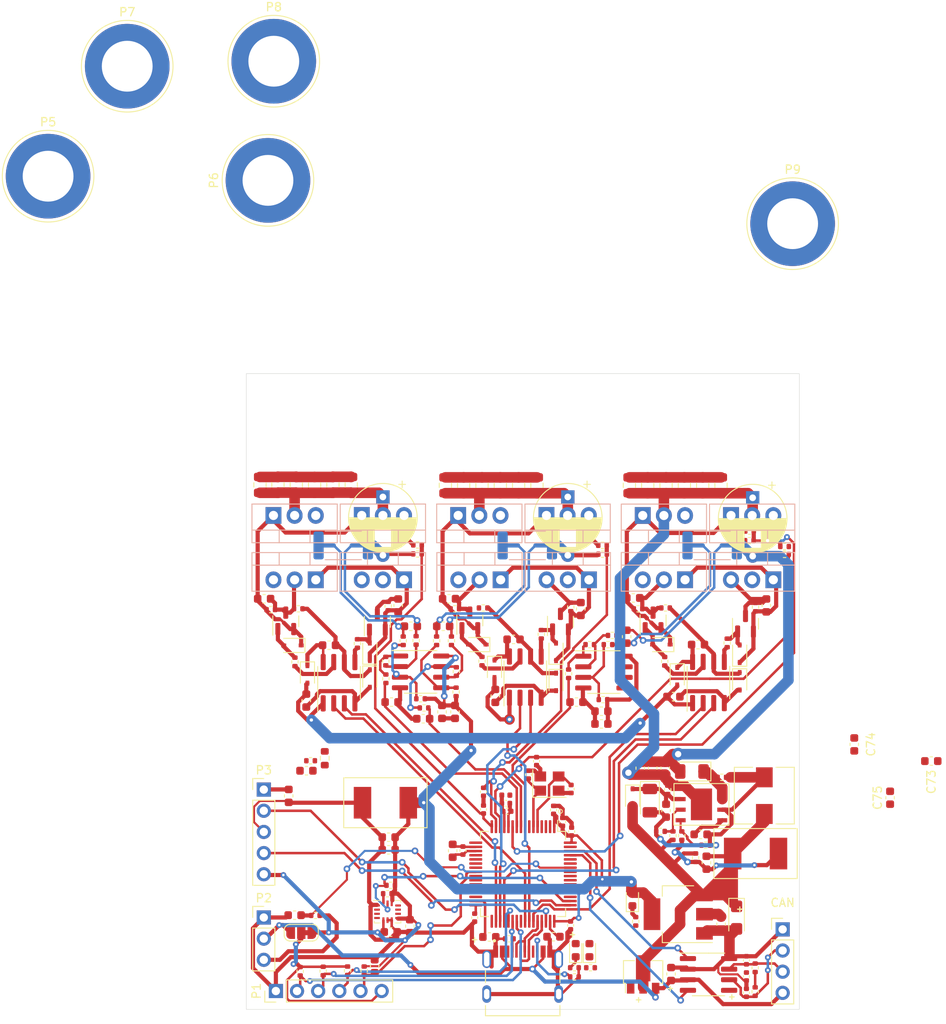
<source format=kicad_pcb>
(kicad_pcb (version 20211014) (generator pcbnew)
  (layers (0 "F.Cu" signal "TOP_signal") (31 "B.Cu" signal "BOTTOM_signal") (34 "B.Paste" user) (35 "F.Paste" user) (36 "B.SilkS" user "B.Silkscreen") (37 "F.SilkS" user "F.Silkscreen") (38 "B.Mask" user) (39 "F.Mask" user) (44 "Edge.Cuts" user))
  (net 0 "")
  (net 1 "/mcu/NRST")
  (net 2 "GND")
  (net 3 "+5V")
  (net 4 "VCC")
  (net 5 "+12V")
  (net 6 "/mcu/CURRENT_1")
  (net 7 "/mcu/CURRENT_2")
  (net 8 "/driver/HS1")
  (net 9 "Net-(C32-Pad1)")
  (net 10 "/mcu/ADC_TEMP")
  (net 11 "V_IN")
  (net 12 "/mcu/CURRENT_3")
  (net 13 "/driver/HS2")
  (net 14 "Net-(C44-Pad1)")
  (net 15 "/driver/HS3")
  (net 16 "/mcu/3.3VA")
  (net 17 "/mcu/PH0")
  (net 18 "/mcu/PH1")
  (net 19 "/driver/L2")
  (net 20 "/mcu/USB_D+")
  (net 21 "/mcu/LED_RED")
  (net 22 "/mcu/USB_D-")
  (net 23 "/mcu/LED_GREEN")
  (net 24 "/mcu/HALL_3")
  (net 25 "/mcu/HALL_2")
  (net 26 "/mcu/HALL_1")
  (net 27 "/mcu/TEMP_MOTOR")
  (net 28 "Net-(P2-Pad3)")
  (net 29 "/mcu/SERVO")
  (net 30 "/mcu/SWDIO")
  (net 31 "/mcu/SWCLK")
  (net 32 "/mcu/CAN_RX")
  (net 33 "/mcu/PB2")
  (net 34 "/mcu/PA15")
  (net 38 "/driver/SENS_1")
  (net 39 "/driver/SENS_2")
  (net 40 "/driver/SENS_3")
  (net 41 "/driver/SENS_SUPPLY")
  (net 42 "/driver/HO1")
  (net 43 "/driver/LO1")
  (net 44 "Net-(R37-Pad1)")
  (net 45 "/driver/HO2")
  (net 46 "/driver/LO2")
  (net 47 "Net-(R48-Pad1)")
  (net 48 "/driver/HO3")
  (net 49 "/driver/LO3")
  (net 50 "Net-(R59-Pad1)")
  (net 51 "Net-(R60-Pad1)")
  (net 55 "/mcu/CAN_TX")
  (net 56 "/driver/H1")
  (net 57 "/driver/L1")
  (net 58 "/driver/H2")
  (net 59 "/driver/H3")
  (net 60 "/driver/L3")
  (net 61 "Net-(C1009-Pad1)")
  (net 62 "Net-(C1011-Pad1)")
  (net 63 "Net-(C1013-Pad1)")
  (net 64 "Net-(C1014-Pad1)")
  (net 65 "Net-(C1015-Pad1)")
  (net 66 "Net-(D1001-Pad1)")
  (net 67 "Net-(D1002-Pad1)")
  (net 68 "Net-(D1003-Pad1)")
  (net 69 "Net-(J1003-PadA5)")
  (net 70 "Net-(C12-Pad1)")
  (net 71 "Net-(C12-Pad2)")
  (net 72 "Net-(C17-Pad1)")
  (net 73 "Net-(C17-Pad2)")
  (net 74 "Net-(C25-Pad1)")
  (net 75 "Net-(C25-Pad2)")
  (net 76 "Net-(C26-Pad2)")
  (net 77 "Net-(C55-Pad1)")
  (net 78 "Net-(D12-Pad1)")
  (net 79 "Net-(D13-Pad2)")
  (net 80 "Net-(D14-Pad2)")
  (net 81 "Net-(D17-Pad2)")
  (net 82 "Net-(D18-Pad2)")
  (net 83 "Net-(D21-Pad2)")
  (net 84 "Net-(D22-Pad2)")
  (net 85 "Net-(R27-Pad2)")
  (net 86 "Net-(R30-Pad2)")
  (net 87 "Net-(R34-Pad1)")
  (net 88 "Net-(R38-Pad1)")
  (net 89 "Net-(R44-Pad1)")
  (net 90 "Net-(R50-Pad1)")
  (net 91 "Net-(R56-Pad1)")
  (net 92 "Net-(C26-Pad1)")
  (net 93 "Net-(C27-Pad2)")
  (net 94 "Net-(C33-Pad1)")
  (net 95 "Net-(C33-Pad2)")
  (net 96 "Net-(C45-Pad1)")
  (net 97 "Net-(C45-Pad2)")
  (net 98 "Net-(C56-Pad1)")
  (net 99 "Net-(C56-Pad2)")
  (net 100 "Net-(JP1-Pad2)")
  (net 102 "Net-(J1003-PadB5)")
  (footprint "Resistor_SMD:R_0402_1005Metric" (layer "F.Cu") (at 106.84 102.72 180)
    (fp_text reference "R61" hide)
    (fp_text value "4.7k")
  )
  (footprint "Diode_SMD:D_SOD-323" (layer "F.Cu") (at 109.64 107.02 180)
    (fp_text reference "D21" hide)
    (fp_text value "1N4148WS")
  )
  (footprint "Resistor_SMD:R_0402_1005Metric" (layer "F.Cu") (at 101.04 107.02 180)
    (fp_text reference "R59" hide)
    (fp_text value "30k")
  )
  (footprint "Package_SO:SOIC-8_3.9x4.9mm_P1.27mm" (layer "F.Cu") (at 93.3 110.925 90)
    (fp_text reference "U5" hide)
    (fp_text value "IRS21867S")
  )
  (footprint "Capacitor_SMD:C_0402_1005Metric" (layer "F.Cu") (at 88.28 124.69 -90)
    (fp_text reference "C1020" hide)
    (fp_text value "100n")
  )
  (footprint "Capacitor_SMD:C_0603_1608Metric" (layer "F.Cu") (at 137.1 125.4 -90)
    (fp_text reference "C75")
    (fp_text value "2.2u")
  )
  (footprint "Package_SO:SOIC-8_3.9x4.9mm_P1.27mm" (layer "F.Cu") (at 80.735 110.295)
    (fp_text reference "U9" hide)
    (fp_text value "TP2604-SR")
  )
  (footprint "Diode_SMD:D_SOD-323" (layer "F.Cu") (at 74.63 107.88 90)
    (fp_text reference "D14" hide)
    (fp_text value "1N4148WS")
  )
  (footprint "Diode_SMD:D_SOD-323" (layer "F.Cu") (at 74.63 111.09 -90)
    (fp_text reference "D5" hide)
    (fp_text value "1N4148WS")
  )
  (footprint "Package_QFP:LQFP-64_10x10mm_P0.5mm" (layer "F.Cu") (at 93.025 134.55 -90)
    (fp_text reference "U11" hide)
    (fp_text value "STM32F405RGT6")
  )
  (footprint "Capacitor_SMD:C_0805_2012Metric" (layer "F.Cu") (at 105.8 87.9 -90)
    (fp_text reference "C58" hide)
    (fp_text value "4.7u 100V")
  )
  (footprint "Capacitor_SMD:C_0603_1608Metric" (layer "F.Cu") (at 88.98 142.11)
    (fp_text reference "C1009" hide)
    (fp_text value "2u2")
  )
  (footprint "Capacitor_SMD:C_0402_1005Metric" (layer "F.Cu") (at 119.85 144.91 90)
    (fp_text reference "C1014" hide)
    (fp_text value "100p")
  )
  (footprint "Diode_SMD:D_SOD-323" (layer "F.Cu") (at 106.18 125.38 -90)
    (fp_text reference "D8" hide)
    (fp_text value "1N4148WS")
  )
  (footprint "Connector_PinHeader_2.54mm:PinHeader_1x03_P2.54mm_Vertical" (layer "F.Cu") (at 61.9 139.775)
    (fp_text reference "P2")
    (fp_text value "SERVO")
  )
  (footprint "Capacitor_SMD:C_0805_2012Metric" (layer "F.Cu") (at 65.8 87.85 -90)
    (fp_text reference "C37" hide)
    (fp_text value "4.7u 100V")
  )
  (footprint "Resistor_SMD:R_0402_1005Metric" (layer "F.Cu") (at 84.99 112.7 -90)
    (fp_text reference "R50" hide)
    (fp_text value "62k")
  )
  (footprint "Resistor_SMD:R_0402_1005Metric" (layer "F.Cu") (at 73.14 106.89 90)
    (fp_text reference "R36" hide)
    (fp_text value "4.7R")
  )
  (footprint "Capacitor_SMD:C_0805_2012Metric" (layer "F.Cu") (at 68 87.85 -90)
    (fp_text reference "C38" hide)
    (fp_text value "4.7u 100V")
  )
  (footprint "Custom:T491D107K016AT_cap" (layer "F.Cu") (at 120.95 132.1)
    (fp_text reference "C29" hide)
    (fp_text value "C_T491D107K016AT")
  )
  (footprint "Jumper:SolderJumper-3_P1.3mm_Bridged12_RoundedPad1.0x1.5mm_NumberLabels" (layer "F.Cu") (at 66.4 141.6 180)
    (fp_text reference "JP1" hide)
    (fp_text value "SolderJumper_3_Bridged12")
  )
  (footprint "Resistor_SMD:R_0402_1005Metric" (layer "F.Cu") (at 73.95 146.17 90)
    (fp_text reference "R8" hide)
    (fp_text value "10k")
  )
  (footprint "Diode_SMD:D_SOD-323" (layer "F.Cu") (at 119.04 111.42 -90)
    (fp_text reference "D11" hide)
    (fp_text value "1N4148WS")
  )
  (footprint "Resistor_SMD:R_0402_1005Metric" (layer "F.Cu") (at 76.74 136.914022)
    (fp_text reference "R2001" hide)
    (fp_text value "1k")
  )
  (footprint "Capacitor_SMD:C_0603_1608Metric" (layer "F.Cu") (at 75.21 145.62 -90)
    (fp_text reference "C2" hide)
    (fp_text value "100n")
  )
  (footprint "Resistor_SMD:R_0402_1005Metric" (layer "F.Cu") (at 124.43 95.25 180)
    (fp_text reference "R25" hide)
    (fp_text value "56k")
  )
  (footprint "LED_SMD:LED_0603_1608Metric" (layer "F.Cu") (at 99.35 143.7 90)
    (fp_text reference "D1002" hide)
    (fp_text value "GRN")
  )
  (footprint "LED_SMD:LED_0603_1608Metric" (layer "F.Cu") (at 106.16 137.58 90)
    (fp_text reference "D1003" hide)
    (fp_text value "BLU")
  )
  (footprint "Capacitor_SMD:C_0603_1608Metric" (layer "F.Cu") (at 116.81 140.57 -90)
    (fp_text reference "C1022" hide)
    (fp_text value "10u")
  )
  (footprint "Capacitor_SMD:C_0603_1608Metric" (layer "F.Cu") (at 115.05 133.2 -90)
    (fp_text reference "C28" hide)
    (fp_text value "22u")
  )
  (footprint "Package_TO_SOT_SMD:SOT-23" (layer "F.Cu") (at 75.535 104.295 90)
    (fp_text reference "Q2" hide)
    (fp_text value "FMMT593TA")
  )
  (footprint "Custom:TX4130L_ESOP-8" (layer "F.Cu") (at 114.45 126.2 -90)
    (fp_text reference "U8" hide)
    (fp_text value "TX4130L/PW2902")
  )
  (footprint "Capacitor_SMD:C_0603_1608Metric" (layer "F.Cu") (at 99.96 102.75 90)
    (fp_text reference "C45" hide)
    (fp_text value "2.2nF")
  )
  (footprint "Resistor_SMD:R_0402_1005Metric" (layer "F.Cu") (at 69.03 146.2 -90)
    (fp_text reference "R2" hide)
    (fp_text value "2k2")
  )
  (footprint "Diode_SMD:D_SOD-323" (layer "F.Cu") (at 89.6 109.925 -90)
    (fp_text reference "D6" hide)
    (fp_text value "1N4148WS")
  )
  (footprint "Capacitor_SMD:C_0402_1005Metric" (layer "F.Cu") (at 96.693 126.861 90)
    (fp_text reference "C1002" hide)
    (fp_text value "100n")
  )
  (footprint "Resistor_SMD:R_0402_1005Metric" (layer "F.Cu") (at 76.55 109 90)
    (fp_text reference "R37" hide)
    (fp_text value "30k")
  )
  (footprint "Capacitor_SMD:C_0603_1608Metric" (layer "F.Cu") (at 96.68 142.08 180)
    (fp_text reference "C1011" hide)
    (fp_text value "2u2")
  )
  (footprint "Resistor_SMD:R_0402_1005Metric" (layer "F.Cu") (at 110.14 102.62 180)
    (fp_text reference "R28" hide)
    (fp_text value "2R")
  )
  (footprint "Resistor_SMD:R_0402_1005Metric" (layer "F.Cu") (at 68.1 139.53 180)
    (fp_text reference "R4" hide)
    (fp_text value "100R")
  )
  (footprint "Custom:T491D107K016AT_cap" (layer "F.Cu") (at 76.5 126 180)
    (fp_text reference "C13" hide)
    (fp_text value "C_T491D107K016AT")
  )
  (footprint "Resistor_SMD:R_0402_1005Metric" (layer "F.Cu") (at 76.56 111.12 -90)
    (fp_text reference "R34" hide)
    (fp_text value "30k")
  )
  (footprint "Capacitor_SMD:C_0603_1608Metric" (layer "F.Cu") (at 78.035 102.32 90)
    (fp_text reference "C33" hide)
    (fp_text value "2.2nF")
  )
  (footprint "Capacitor_SMD:C_0603_1608Metric" (layer "F.Cu") (at 84.58 131.77 -90)
    (fp_text reference "C76" hide)
    (fp_text value "2.2u")
  )
  (footprint "Capacitor_SMD:C_0603_1608Metric" (layer "F.Cu") (at 83.44 104.82 180)
    (fp_text reference "C46" hide)
    (fp_text value "1n")
  )
  (footprint "Capacitor_SMD:C_0402_1005Metric" (layer "F.Cu") (at 90.96 126.07)
    (fp_text reference "C1004" hide)
    (fp_text value "1u")
  )
  (footprint "Capacitor_SMD:C_0603_1608Metric" (layer "F.Cu") (at 79.56 104.82 180)
    (fp_text reference "C34" hide)
    (fp_text value "1n")
  )
  (footprint "Resistor_SMD:R_0402_1005Metric" (layer "F.Cu") (at 110.4 124.45 90)
    (fp_text reference "R24" hide)
    (fp_text value "82k")
  )
  (footprint "Capacitor_SMD:C_0402_1005Metric" (layer "F.Cu") (at 97.783 128.3 90)
    (fp_text reference "C1001" hide)
    (fp_text value "4u7")
  )
  (footprint "Resistor_SMD:R_0402_1005Metric" (layer "F.Cu") (at 114.96 131.1 180)
    (fp_text reference "R31" hide)
    (fp_text value "1k8")
  )
  (footprint "Capacitor_SMD:C_0603_1608Metric" (layer "F.Cu") (at 114.35 129.8 180)
    (fp_text reference "C27" hide)
    (fp_text value "4.7u")
  )
  (footprint "Resistor_SMD:R_0402_1005Metric" (layer "F.Cu") (at 120.9 148.67 90)
    (fp_text reference "R1007" hide)
    (fp_text value "100Ω")
  )
  (footprint "Capacitor_SMD:C_0603_1608Metric" (layer "F.Cu") (at 114.04 107.02)
    (fp_text reference "C26" hide)
    (fp_text value "100n")
  )
  (footprint "Resistor_SMD:R_0402_1005Metric" (layer "F.Cu") (at 124.43 96.19 180)
    (fp_text reference "R26" hide)
    (fp_text value "2k")
  )
  (footprint "Capacitor_SMD:C_0402_1005Metric" (layer "F.Cu") (at 119.85 148.81 90)
    (fp_text reference "C1015" hide)
    (fp_text value "100p")
  )
  (footprint "Capacitor_SMD:C_0603_1608Metric" (layer "F.Cu") (at 102.44 115.02)
    (fp_text reference "C61" hide)
    (fp_text value "100n")
  )
  (footprint "Capacitor_SMD:C_0402_1005Metric" (layer "F.Cu") (at 85.81 131.74 90)
    (fp_text reference "C1003" hide)
    (fp_text value "100n")
  )
  (footprint "Connector:Banana_Jack_1Pin" (layer "F.Cu") (at 125.4 56.5)
    (fp_text reference "P9")
    (fp_text value "PH_C")
  )
  (footprint "Resistor_SMD:R_0402_1005Metric" (layer "F.Cu") (at 95.22 105.785 90)
    (fp_text reference "R47" hide)
    (fp_text value "4.7R")
  )
  (footprint "Capacitor_SMD:C_0603_1608Metric" (layer "F.Cu") (at 77.24 113.92 180)
    (fp_text reference "C30" hide)
    (fp_text value "1nF")
  )
  (footprint "Resistor_SMD:R_0402_1005Metric" (layer "F.Cu") (at 113.75 132.6 90)
    (fp_text reference "R33" hide)
    (fp_text value "3k")
  )
  (footprint "Capacitor_SMD:C_0603_1608Metric" (layer "F.Cu") (at 106.265 101.42)
    (fp_text reference "C55" hide)
    (fp_text value "2.2nF")
  )
  (footprint "Package_TO_SOT_SMD:SOT-23" (layer "F.Cu") (at 86.64 104.12 90)
    (fp_text reference "Q7" hide)
    (fp_text value "FMMT593TA")
  )
  (footprint "Diode_SMD:D_SOD-323" (layer "F.Cu") (at 111.54 110.82 -90)
    (fp_text reference "D10" hide)
    (fp_text value "1N4148WS")
  )
  (footprint "Capacitor_SMD:C_0805_2012Metric" (layer "F.Cu") (at 88.1 87.9 -90)
    (fp_text reference "C49" hide)
    (fp_text value "4.7u 100V")
  )
  (footprint "Resistor_SMD:R_0402_1005Metric" (layer "F.Cu") (at 116.9 122.95 180)
    (fp_text reference "R32" hide)
    (fp_text value "0.06R")
  )
  (footprint "Resistor_SMD:R_0603_1608Metric" (layer "F.Cu") (at 69.22 120.66 90)
    (fp_text reference "R45" hide)
    (fp_text value "NTC 10k")
  )
  (footprint "Resistor_SMD:R_0402_1005Metric" (layer "F.Cu") (at 102.57 95.11 180)
    (fp_text reference "R21" hide)
    (fp_text value "56k")
  )
  (footprint "Capacitor_SMD:C_0402_1005Metric" (layer "F.Cu") (at 94.65 121.01 -90)
    (fp_text reference "C1019" hide)
    (fp_text value "100n")
  )
  (footprint "Package_TO_SOT_SMD:SOT-223-3_TabPin2" (layer "F.Cu") (at 111.66 139.38 180)
    (fp_text reference "U1005" hide)
    (fp_text value "LM1117-3.3")
  )
  (footprint "Capacitor_SMD:C_0805_2012Metric" (layer "F.Cu") (at 72.4 87.85 -90)
    (fp_text reference "C40" hide)
    (fp_text value "4.7u 100V")
  )
  (footprint "Resistor_SMD:R_0402_1005Metric" (layer "F.Cu") (at 106.56 140.236 90)
    (fp_text reference "R1003" hide)
    (fp_text value "20k")
  )
  (footprint "Resistor_SMD:R_0402_1005Metric" (layer "F.Cu") (at 109.53 129.44)
    (fp_text reference "R27" hide)
    (fp_text value "1k8")
  )
  (footprint "Diode_SMD:D_1206_3216Metric" (layer "F.Cu") (at 113.3 122.25 180)
    (fp_text reference "D12" hide)
    (fp_text value "SS510")
  )
  (footprint "Capacitor_SMD:C_0402_1005Metric" (layer "F.Cu") (at 98.74 140.72 -90)
    (fp_text reference "C1010" hide)
    (fp_text value "100n")
  )
  (footprint "Resistor_SMD:R_0402_1005Metric" (layer "F.Cu") (at 112.09 129.95 90)
    (fp_text reference "R30" hide)
    (fp_text value "56k")
  )
  (footprint "Package_TO_SOT_SMD:SOT-89-3" (layer "F.Cu") (at 107.45 146.61 90)
    (fp_text reference "U1003" hide)
    (fp_text value "HT7550")
  )
  (footprint "Resistor_SMD:R_0402_1005Metric" (layer "F.Cu") (at 66.27 146.23 -90)
    (fp_text reference "R3" hide)
    (fp_text value "2k2")
  )
  (footprint "Capacitor_SMD:C_0805_2012Metric" (layer "F.Cu") (at 116.8 87.9 -90)
    (fp_text reference "C64" hide)
    (fp_text value "4.7u 100V")
  )
  (footprint "Resistor_SMD:R_0402_1005Metric" (layer "F.Cu") (at 102.63 113.62)
    (fp_text reference "R60" hide)
    (fp_text value "62k")
  )
  (footprint "Capacitor_THT:CP_Radial_D8.0mm_P5.00mm" (layer "F.Cu") (at 76.2 89.3 -90)
    (fp_text reference "C41" hide)
    (fp_text value "470u 80V")
  )
  (footprint "Resistor_SMD:R_0402_1005Metric" (layer "F.Cu") (at 67.52 120.96)
    (fp_text reference "R49" hide)
    (fp_text value "10k")
  )
  (footprint "Capacitor_SMD:C_0805_2012Metric" (layer "F.Cu") (at 112.4 87.9 -90)
    (fp_text reference "C62" hide)
    (fp_text value "4.7u 100V")
  )
  (footprint "Resistor_SMD:R_0402_1005Metric" (layer "F.Cu") (at 81.14 114.62)
    (fp_text reference "R44" hide)
    (fp_text value "30k")
  )
  (footprint "Capacitor_SMD:C_0603_1608Metric" (layer "F.Cu") (at 122.24 102.32 90)
    (fp_text reference "C56" hide)
    (fp_text value "2.2nF")
  )
  (footprint "Connector_PinHeader_2.54mm:PinHeader_1x06_P2.54mm_Vertical" (layer "F.Cu") (at 63.35 148.6 90)
    (fp_text reference "P1")
    (fp_text value "HALL_ENC")
  )
  (footprint "Capacitor_SMD:C_0805_2012Metric" (layer "F.Cu") (at 108 87.9 -90)
    (fp_text reference "C59" hide)
    (fp_text value "4.7u 100V")
  )
  (footprint "Capacitor_SMD:C_0603_1608Metric" (layer "F.Cu") (at 91.89 106.4)
    (fp_text reference "C17" hide)
    (fp_text value "100n")
  )
  (footprint "Package_LGA:Bosch_LGA-14_3x2.5mm_P0.5mm" (layer "F.Cu") (at 76.76 139.084022)
    (fp_text reference "U2001" hide)
    (fp_text value "BMI160")
  )
  (footprint "Capacitor_SMD:C_0805_2012Metric" (layer "F.Cu") (at 94.7 87.9 -90)
    (fp_text reference "C52" hide)
    (fp_text value "4.7u 100V")
  )
  (footprint "Capacitor_SMD:C_0603_1608Metric" (layer "F.Cu") (at 110.1 121.85 90)
    (fp_text reference "C24" hide)
    (fp_text value "2.2u @ 100V")
  )
  (footprint "Capacitor_SMD:C_0603_1608Metric" (layer "F.Cu") (at 89.7 113.18 -90)
    (fp_text reference "C14" hide)
    (fp_text value "2.2u")
  )
  (footprint "Crystal:Crystal_SMD_3225-4Pin_3.2x2.5mm" (layer "F.Cu") (at 96.2 123.7)
    (fp_text reference "Y1001" hide)
    (fp_text value "Crystal_GND24")
  )
  (footprint "TYPE-C-31-M-12:HRO_TYPE-C-31-M-12" (layer "F.Cu") (at 92.988 146.466)
    (fp_text reference "J1003" hide)
    (fp_text value "TYPE-C-31-M-12")
  )
  (footprint "Capacitor_SMD:C_0805_2012Metric" (layer "F.Cu") (at 92.5 87.9 -90)
    (fp_text reference "C51" hide)
    (fp_text value "4.7u 100V")
  )
  (footprint "Connector:Banana_Jack_1Pin" (layer "F.Cu") (at 63.1 37)
    (fp_text reference "P8")
    (fp_text value "PH_B")
  )
  (footprint "Capacitor_SMD:C_0805_2012Metric" (layer "F.Cu") (at 90.3 87.9 -90)
    (fp_text reference "C50" hide)
    (fp_text value "4.7u 100V")
  )
  (footprint "Resistor_SMD:R_0402_1005Metric" (layer "F.Cu") (at 84.84 102.72 180)
    (fp_text reference "R51" hide)
    (fp_text value "4.7k")
  )
  (footprint "Capacitor_SMD:C_0603_1608Metric" (layer "F.Cu") (at 67 113.74 -90)
    (fp_text reference "C8" hide)
    (fp_text value "2.2u")
  )
  (footprint "Package_TO_SOT_SMD:SOT-23" (layer "F.Cu") (at 97.52 104.27 90)
    (fp_text reference "Q8" hide)
    (fp_text value "FMMT593TA")
  )
  (footprint "Capacitor_SMD:C_0603_1608Metric" (layer "F.Cu") (at 102.44 116.54)
    (fp_text reference "C2004" hide)
    (fp_text value "2.2u")
  )
  (footprint "Capacitor_SMD:C_0805_2012Metric" (layer "F.Cu") (at 114.6 87.9 -90)
    (fp_text reference "C63" hide)
    (fp_text value "4.7u 100V")
  )
  (footprint "Resistor_SMD:R_0402_1005Metric" (layer "F.Cu") (at 120.22 93.4 180)
    (fp_text reference "R19" hide)
    (fp_text value "56k")
  )
  (footprint "Resistor_SMD:R_0402_1005Metric" (layer "F.Cu") (at 120.94 102.52 -90)
    (fp_text reference "R62" hide)
    (fp_text value "4.7k")
  )
  (footprint "Capacitor_SMD:C_0402_1005Metric" (layer "F.Cu") (at 98.8 124.35 -90)
    (fp_text reference "C1008" hide)
    (fp_text value "12p")
  )
  (footprint "Capacitor_SMD:C_0402_1005Metric" (layer "F.Cu") (at 87.223 139.791 -90)
    (fp_text reference "C1006" hide)
    (fp_text value "100n")
  )
  (footprint "Capacitor_SMD:C_0603_1608Metric" (layer "F.Cu") (at 132.8 119 90)
    (fp_text reference "C74")
    (fp_text value "2.2u")
  )
  (footprint "Resistor_SMD:R_0402_1005Metric" (layer "F.Cu") (at 120.9 145.81 90)
    (fp_text reference "R1006" hide)
    (fp_text value "100Ω")
  )
  (footprint "Resistor_SMD:R_0402_1005Metric" (layer "F.Cu") (at 120.2 94.54 180)
    (fp_text reference "R20" hide)
    (fp_text value "2k")
  )
  (footprint "Diode_SMD:D_SOD-323" (layer "F.Cu") (at 119.04 108.12 90)
    (fp_text reference "D22" hide)
    (fp_text value "1N4148WS")
  )
  (footprint "Capacitor_SMD:C_0805_2012Metric" (layer "F.Cu") (at 83.7 87.9 -90)
    (fp_text reference "C47" hide)
    (fp_text value "4.7u 100V")
  )
  (footprint "Capacitor_THT:CP_Radial_D8.0mm_P5.00mm" (layer "F.Cu") (at 98.4 89.3 -90)
    (fp_text reference "C53" hide)
    (fp_text value "470u 80V")
  )
  (footprint "Connector:Banana_Jack_1Pin" (layer "F.Cu") (at 36 50.8)
    (fp_text reference "P5")
    (fp_text value "PH_A")
  )
  (footprint "Resistor_SMD:R_0402_1005Metric" (layer "F.Cu") (at 91.38 142.33 180)
    (fp_text reference "R1010" hide)
    (fp_text value "5.1k")
  )
  (footprint "Resistor_SMD:R_0402_1005Metric" (layer "F.Cu") (at 111.03 129.95 90)
    (fp_text reference "R29" hide)
    (fp_text value "56k")
  )
  (footprint "Capacitor_SMD:C_0603_1608Metric" (layer "F.Cu") (at 65.6 139.5)
    (fp_text reference "C1" hide)
    (fp_text value "100n")
  )
  (footprint "Package_SO:SOIC-8_3.9x4.9mm_P1.27mm" (layer "F.Cu") (at 115.3 146.61)
    (fp_text reference "U1002" hide)
    (fp_text value " TJA1050T/CM,118")
  )
  (footprint "Resistor_SMD:R_0402_1005Metric" (layer "F.Cu") (at 88.1 109 90)
    (fp_text reference "R46" hide)
    (fp_text value "4.7R")
  )
  (footprint "Connector:Banana_Jack_1Pin" (layer "F.Cu") (at 45.5 37.6)
    (fp_text reference "P7")
    (fp_text value "SUPPLY")
  )
  (footprint "Capacitor_SMD:C_0805_2012Metric" (layer "F.Cu") (at 61.44 87.85 -90)
    (fp_text reference "C35" hide)
    (fp_text value "4.7u 100V")
  )
  (footprint "Resistor_SMD:R_0402_1005Metric" (layer "F.Cu") (at 103.23 107.02 180)
    (fp_text reference "R63" hide)
    (fp_text value "1k")
  )
  (footprint "Resistor_SMD:R_0402_1005Metric" (layer "F.Cu") (at 98.76 102.5 -90)
    (fp_text reference "R52" hide)
    (fp_text value "4.7k")
  )
  (footprint "Capacitor_SMD:C_0603_1608Metric" (layer "F.Cu") (at 69.735 107.095)
    (fp_text reference "C12" hide)
    (fp_text value "100n")
  )
  (footprint "Package_TO_SOT_SMD:SOT-23" (layer "F.Cu") (at 108.64 104.12 90)
    (fp_text reference "Q13" hide)
    (fp_text value "FMMT593TA")
  )
  (footprint "Capacitor_SMD:C_0603_1608Metric" (layer "F.Cu") (at 83.3 115.1 90)
    (fp_text reference "C31" hide)
    (fp_text value "100n")
  )
  (footprint "Capacitor_SMD:C_0805_2012Metric" (layer "F.Cu") (at 63.6 87.83 -90)
    (fp_text reference "C36" hide)
    (fp_text value "4.7u 100V")
  )
  (footprint "Capacitor_SMD:C_0402_1005Metric" (layer "F.Cu") (at 119.85 146.86 -90)
    (fp_text reference "C1013" hide)
    (fp_text value "4.7n")
  )
  (footprint "Capacitor_SMD:C_0603_1608Metric" (layer "F.Cu") (at 108.6 121.85 90)
    (fp_text reference "C23" hide)
    (fp_text value "22u @ 100V")
  )
  (footprint "Capacitor_SMD:C_0402_1005Metric" (layer "F.Cu") (at 98.863 129.461 90)
    (fp_text reference "C1012" hide)
    (fp_text value "100n")
  )
  (footprint "LED_SMD:LED_0603_1608Metric" (layer "F.Cu") (at 101 143.7 90)
    (fp_text reference "D1001" hide)
    (fp_text value "RED")
  )
  (footprint "Diode_SMD:D_SOD-323" (layer "F.Cu") (at 67.14 110.595 -90)
    (fp_text reference "D4" hide)
    (fp_text value "1N4148WS")
  )
  (footprint "Resistor_SMD:R_0402_1005Metric" (layer "F.Cu") (at 98.5 110.52 -90)
    (fp_text reference "R56" hide)
    (fp_text value "30k")
  )
  (footprint "Capacitor_SMD:C_0603_1608Metric" (layer "F.Cu") (at 77.14 141.514022 180)
    (fp_text reference "C2001" hide)
    (fp_text value "100n")
  )
  (footprint "Capacitor_SMD:C_0603_1608Metric" (layer "F.Cu") (at 110.8 146.56 90)
    (fp_text reference "C1016" hide)
    (fp_text value "10u")
  )
  (footprint "Resistor_SMD:R_0402_1005Metric" (layer "F.Cu") (at 80.36 95.06 180)
    (fp_text reference "R16" hide)
    (fp_text value "56k")
  )
  (footprint "Package_TO_SOT_SMD:SOT-23" (layer "F.Cu") (at 119.74 104.52 90)
    (fp_text reference "Q14" hide)
    (fp_text value "FMMT593TA")
  )
  (footprint "Capacitor_SMD:C_0805_2012Metric" (layer "F.Cu") (at 70.2 87.83 -90)
    (fp_text reference "C39" hide)
    (fp_text value "4.7u 100V")
  )
  (footprint "Resistor_SMD:R_0402_1005Metric" (layer "F.Cu") (at 101.13 145.8)
    (fp_text reference "R1001" hide)
    (fp_text value "20k")
  )
  (footprint "Resistor_SMD:R_0402_1005Metric" (layer "F.Cu") (at 99.2 145.8 180)
    (fp_text reference "R1002" hide)
    (fp_text value "20k")
  )
  (footprint "Capacitor_SMD:C_0603_1608Metric" (layer "F.Cu") (at 110.2 126.95 90)
    (fp_text reference "C25" hide)
    (fp_text value "4.7u")
  )
  (footprint "Capacitor_SMD:C_0603_1608Metric" (layer "F.Cu") (at 81.04 115.92)
    (fp_text reference "C42" hide)
    (fp_text value "1nF")
  )
  (footprint "Resistor_SMD:R_0402_1005Metric" (layer "F.Cu") (at 110.04 109.02 90)
    (fp_text reference "R57" hide)
    (fp_text value "4.7R")
  )
  (footprint "Resistor_SMD:R_0402_1005Metric" (layer "F.Cu") (at 99.2 146.9)
    (fp_text reference "R1011" hide)
    (fp_text value "5.1k")
  )
  (footprint "Capacitor_SMD:C_0603_1608Metric" (layer "F.Cu") (at 76.895 131.65 180)
    (fp_text reference "C11" hide)
    (fp_text value "22u")
  )
  (footprint "Resistor_SMD:R_0402_1005Metric" (layer "F.Cu") (at 76.835 102.395 -90)
    (fp_text reference "R40" hide)
    (fp_text value "4.7k")
  )
  (footprint "Capacitor_SMD:C_0402_1005Metric" (layer "F.Cu") (at 93.68 122.63 90)
    (fp_text reference "C1005" hide)
    (fp_text value "12p")
  )
  (footprint "Resistor_SMD:R_0402_1005Metric" (layer "F.Cu") (at 78.64 106.56 -90)
    (fp_text reference "R41" hide)
    (fp_text value "1k")
  )
  (footprint "Capacitor_SMD:C_0603_1608Metric" (layer "F.Cu") (at 67.02 122.16)
    (fp_text reference "C43" hide)
    (fp_text value "2.2u")
  )
  (footprint "Package_TO_SOT_SMD:SOT-23" (layer "F.Cu") (at 64.54 104.22 90)
    (fp_text reference "Q1" hide)
    (fp_text value "FMMT593TA")
  )
  (footprint "Capacitor_SMD:C_0603_1608Metric" (layer "F.Cu") (at 105.47 106.07 -90)
    (fp_text reference "C57" hide)
    (fp_text value "1n")
  )
  (footprint "Resistor_SMD:R_0402_1005Metric" (layer "F.Cu") (at 84.43 106.56 -90)
    (fp_text reference "R54" hide)
    (fp_text value "1k")
  )
  (footprint "Resistor_SMD:R_0402_1005Metric" (layer "F.Cu") (at 88.24 102.62 180)
    (fp_text reference "R23" hide)
    (fp_text value "2R")
  )
  (footprint "Custom:L_6.6x7.2_H5.0_CYA0650_68UH" (layer "F.Cu") (at 122 125.15 -90)
    (fp_text reference "CYA0650-68UH1" hide)
    (fp_text value "68uH")
  )
  (footprint "Resistor_SMD:R_0402_1005Metric" (layer "F.Cu") (at 65.64 109.095 90)
    (fp_text reference "R35" hide)
    (fp_text value "4.7R")
  )
  (footprint "Resistor_SMD:R_0402_1005Metric" (layer "F.Cu") (at 62.74 102.82 180)
    (fp_text reference "R39" hide)
    (fp_text value "4.7k")
  )
  (footprint "Connector_PinHeader_2.54mm:PinHeader_1x05_P2.54mm_Vertical" (layer "F.Cu") (at 61.9 124.425)
    (fp_text reference "P3")
    (fp_text value "SWD")
  )
  (footprint "Resistor_SMD:R_0402_1005Metric" (layer "F.Cu") (at 80.19 106.52 -90)
    (fp_text reference "R42" hide)
    (fp_text value "1k")
  )
  (footprint "Package_SO:SOIC-8_3.9x4.9mm_P1.27mm" (layer "F.Cu") (at 70.935 111.595 90)
    (fp_text reference "U4" hide)
    (fp_text value "IRS21867S")
  )
  (footprint "Capacitor_SMD:C_0603_1608Metric" (layer "F.Cu") (at 84.14 101.52)
    (fp_text reference "C44" hide)
    (fp_text value "2.2nF")
  )
  (footprint "Connector:Banana_Jack_1Pin" (layer "F.Cu") (at 62.4 51.3 90)
    (fp_text reference "P6")
    (fp_text value "GND")
  )
  (footprint "Capacitor_THT:CP_Radial_D8.0mm_P5.00mm" (layer "F.Cu") (at 120.6 89.4 -90)
    (fp_text reference "C65" hide)
    (fp_text value "470u 80V")
  )
  (footprint "Resistor_SMD:R_0402_1005Metric" (layer "F.Cu") (at 82.65 106.56 -90)
    (fp_text reference "R53" hide)
    (fp_text value "1k")
  )
  (footprint "Resistor_SMD:R_0402_1005Metric" (layer "F.Cu") (at 85.02 110.25 90)
    (fp_text reference "R48" hide)
    (fp_text value "30k")
  )
  (footprint "Capacitor_SMD:C_0603_1608Metric" (layer "F.Cu") (at 61.94 101.52)
    (fp_text reference "C32" hide)
    (fp_text value "2.2nF")
  )
  (footprint "Resistor_SMD:R_0402_1005Metric" (layer "F.Cu") (at 117.54 106.82 90)
    (fp_text reference "R58" hide)
    (fp_text value "4.7R")
  )
  (footprint "Capacitor_SMD:C_0603_1608Metric" (layer "F.Cu") (at 107.1 121.85 90)
    (fp_text reference "C21" hide)
    (fp_text value "22u @ 100V")
  )
  (footprint "Capacitor_SMD:C_0603_1608Metric" (layer "F.Cu") (at 76.895 130.14 180)
    (fp_text reference "C10" hide)
    (fp_text value "2.2u")
  )
  (footprint "Connector_PinHeader_2.54mm:PinHeader_1x04_P2.54mm_Vertical" (layer "F.Cu") (at 124.2 141.2)
    (fp_text reference "J1001" hide)
    (fp_text value "Conn_01x04_Male")
  )
  (footprint "Capacitor_SMD:C_0805_2012Metric" (layer "F.Cu") (at 85.9 87.9 -90)
    (fp_text reference "C48" hide)
    (fp_text value "4.7u 100V")
  )
  (footprint "Capacitor_SMD:C_0402_1005Metric" (layer "F.Cu") (at 88.28 126.81 90)
    (fp_text reference "C1021" hide)
    (fp_text value "100n")
  )
  (footprint "Diode_SMD:D_SOD-323" (layer "F.Cu") (at 87.54 107.02 180)
    (fp_text reference "D17" hide)
    (fp_text value "1N4148WS")
  )
  (footprint "Capacitor_Tantalum_SMD:CP_EIA-3216-18_Kemet-A" (layer "F.Cu") (at 118.67 139.79 -90)
    (fp_text reference "C1018" hide)
    (fp_text value "100n")
  )
  (footprint "Resistor_SMD:R_0402_1005Metric" (layer "F.Cu") (at 80.35 96.14 180)
    (fp_text reference "R17" hide)
    (fp_text value "2k")
  )
  (footprint "Resistor_SMD:R_0402_1005Metric" (layer "F.Cu") (at 66.04 102.72 180)
    (fp_text reference "R18" hide)
    (fp_text value "2R")
  )
  (footprint "Package_SO:SOIC-8_3.9x4.9mm_P1.27mm" (layer "F.Cu") (at 115.29 111.57 90)
    (fp_text reference "U7" hide)
    (fp_text value "IRS21867S")
  )
  (footprint "Inductor_SMD:L_0402_1005Metric" (layer "F.Cu") (at 90.96 125.09 180)
    (fp_text reference "L1001" hide)
    (fp_text value "39n")
  )
  (footprint "Resistor_SMD:R_0402_1005Metric" (layer "F.Cu") (at 77.14 135.914022 180)
    (fp_text reference "R2002" hide)
    (fp_text value "1k")
  )
  (footprint "Diode_SMD:D_SOD-323" (layer "F.Cu") (at 96.99 107.89 90)
    (fp_text reference "D18" hide)
    (fp_text value "1N4148WS")
  )
  (footprint "Diode_SMD:D_1206_3216Metric" (layer "F.Cu") (at 108.26 125.75 -90)
    (fp_text reference "D9" hide)
    (fp_text value "SS510")
  )
  (footprint "Capacitor_SMD:C_0603_1608Metric" (layer "F.Cu") (at 84.86 115.1 90)
    (fp_text reference "C2003" hide)
    (fp_text value "2.2u")
  )
  (footprint "Capacitor_SMD:C_0603_1608Metric" (layer "F.Cu") (at 111.085 113.27)
    (fp_text reference "C22" hide)
    (fp_text value "2.2u")
  )
  (footprint "Capacitor_SMD:C_0603_1608Metric" (layer "F.Cu") (at 99.44 113.92 180)
    (fp_text reference "C54" hide)
    (fp_text value "1nF")
  )
  (footprint "Resistor_SMD:R_0402_1005Metric" (layer "F.Cu") (at 102.58 96.17 180)
    (fp_text reference "R22" hide)
    (fp_text value "2k")
  )
  (footprint "Diode_SMD:D_SOD-323" (layer "F.Cu") (at 97 111.5 -90)
    (fp_text reference "D7" hide)
    (fp_text value "1N4148WS")
  )
  (footprint "Resistor_SMD:R_0402_1005Metric" (layer "F.Cu") (at 103.74 105.92 180)
    (fp_text reference "R64" hide)
    (fp_text value "1k")
  )
  (footprint "Capacitor_SMD:C_0603_1608Metric" (layer "F.Cu") (at 79.44 140.814022 90)
    (fp_text reference "C2002" hide)
    (fp_text value "100n")
  )
  (footprint "Capacitor_SMD:C_0603_1608Metric" (layer "F.Cu") (at 142.05 121)
    (fp_text reference "C73")
    (fp_text value "2.2u")
  )
  (footprint "Capacitor_SMD:C_0603_1608Metric" (layer "F.Cu") (at 64.89 125.18 90)
    (fp_text reference "C71" hide)
    (fp_text value "100n")
  )
  (footprint "Package_SO:SOIC-8_3.9x4.9mm_P1.27mm" (layer "F.Cu") (at 102.74 110.32)
    (fp_text reference "U10" hide)
    (fp_text value "TP2604-SR")
  )
  (footprint "Capacitor_SMD:C_0402_1005Metric" (layer "F.Cu") (at 91.12 127.03)
    (fp_text reference "C1007" hide)
    (fp_text value "10n")
  )
  (footprint "Resistor_SMD:R_0402_1005Metric" (layer "F.Cu") (at 71.96 146.17 -90)
    (fp_text reference "R1" hide)
    (fp_text value "2k2")
  )
  (footprint "Resistor_SMD:R_0402_1005Metric" (layer "F.Cu") (at 80.725 113.52)
    (fp_text reference "R38" hide)
    (fp_text value "62k")
  )
  (footprint "Diode_SMD:D_SOD-323" (layer "F.Cu") (at 65.34 107.12 180)
    (fp_text reference "D13" hide)
    (fp_text value "1N4148WS")
  )
  (footprint "Capacitor_SMD:C_0805_2012Metric" (layer "F.Cu") (at 110.2 87.9 -90)
    (fp_text reference "C60" hide)
    (fp_text value "4.7u 100V")
  )
  (footprint "Resistor_SMD:R_2512_6332Metric" (layer "B.Cu") (at 71.44 95.12)
    (fp_text reference "R43" hide)
    (fp_text value "ASR-M-3-0.25F 0.25mR")
  )
  (footprint "Package_TO_SOT_THT:TO-220-3_Vertical" (layer "B.Cu") (at 107.4 91.525)
    (fp_text reference "Q15" hide)
    (fp_text value "CSD19536KCS")
  )
  (footprint "Package_TO_SOT_THT:TO-220-3_Vertical" (layer "B.Cu") (at 78.74 99.245 180)
    (fp_text reference "Q4" hide)
    (fp_text value "CSD19536KCS")
  )
  (footprint "Package_TO_SOT_THT:TO-220-3_Vertical" (layer "B.Cu") (at 68.14 99.245 180)
    (fp_text reference "Q6" hide)
    (fp_text value "CSD19536KCS")
  )
  (footprint "Package_TO_SOT_THT:TO-220-3_Vertical" (layer "B.Cu") (at 63.06 91.52)
    (fp_text reference "Q5" hide)
    (fp_text value "CSD19536KCS")
  )
  (footprint "Resistor_SMD:R_2512_6332Metric" (layer "B.Cu") (at 115.74 95.12)
    (fp_text reference "R65" hide)
    (fp_text value "ASR-M-3-0.25F 0.25mR")
  )
  (footprint "Package_TO_SOT_THT:TO-220-3_Vertical" (layer "B.Cu") (at 85.24 91.52)
    (fp_text reference "Q9" hide)
    (fp_text value "CSD19536KCS")
  )
  (footprint "Package_TO_SOT_THT:TO-220-3_Vertical" (layer "B.Cu") (at 95.84 91.52)
    (fp_text reference "Q11" hide)
    (fp_text value "CSD19536KCS")
  )
  (footprint "Resistor_SMD:R_2512_6332Metric" (layer "B.Cu") (at 93.54 95.12)
    (fp_text reference "R55" hide)
    (fp_text value "ASR-M-3-0.25F 0.25mR")
  )
  (footprint "Package_TO_SOT_THT:TO-220-3_Vertical" (layer "B.Cu") (at 100.94 99.245 180)
    (fp_text reference "Q12" hide)
    (fp_text value "CSD19536KCS")
  )
  (footprint "Package_TO_SOT_THT:TO-220-3_Vertical" (layer "B.Cu") (at 112.48 99.24 180)
    (fp_text reference "Q18" hide)
    (fp_text value "CSD19536KCS")
  )
  (footprint "Package_TO_SOT_THT:TO-220-3_Vertical" (layer "B.Cu") (at 123.08 99.24 180)
    (fp_text reference "Q16" hide)
    (fp_text value "CSD19536KCS")
  )
  (footprint "Package_TO_SOT_THT:TO-220-3_Vertical" (layer "B.Cu") (at 90.34 99.245 180)
    (fp_text reference "Q10" hide)
    (fp_text value "CSD19536KCS")
  )
  (footprint "Package_TO_SOT_THT:TO-220-3_Vertical" (layer "B.Cu") (at 118 91.525)
    (fp_text reference "Q17" hide)
    (fp_text value "CSD19536KCS")
  )
  (footprint "Package_TO_SOT_THT:TO-220-3_Vertical" (layer "B.Cu") (at 73.66 91.52)
    (fp_text reference "Q3" hide)
    (fp_text value "NCEP60T20")
  )
  (gr_poly (pts (xy 118.14 135.68) (xy 117.89 137.03) (xy 115.66 136.56) (xy 117.48 134.55)) (layer "F.Cu") (width 0.2) (fill solid))
  (gr_circle (center 97.513 127.031) (end 97.513 126.791) (layer "F.SilkS") (width 0.1) (fill none))
  (gr_rect (start 59.8 74.5) (end 126.2 150.8) (layer "Edge.Cuts") (width 0.05) (fill none))
  (gr_text "+" (at 87.163 142.441 90) (layer "F.SilkS") (effects (font (size 0.7 0.7))))
  (gr_text "+" (at 118.1 149.26) (layer "F.SilkS") (effects (font (size 0.7 0.7))))
  (gr_text "CAN" (at 124.2 138) (layer "F.SilkS") (effects (font (size 1 1))))
  (gr_text "+" (at 98.913 141.841 90) (layer "F.SilkS") (effects (font (size 0.7 0.7))))
  (gr_text "+" (at 106.9 149.61) (layer "F.SilkS") (effects (font (size 0.7 0.7))))
  (gr_text "+" (at 119.06 138.73) (layer "F.SilkS") (effects (font (size 0.7 0.7))))
  (gr_text "+" (at 110.7 148.26) (layer "F.SilkS") (effects (font (size 0.7 0.7))))
  (segment (start 61.92 124.405) (end 61.9 124.425) (width 0.5) (layer "F.Cu") (net 1))
  (segment (start 64.89 124.405) (end 61.92 124.405) (width 0.5) (layer "F.Cu") (net 1))
  (segment (start 98.35452 141.58548) (end 98.35452 142.609395) (width 0.5) (layer "F.Cu") (net 2))
  (segment (start 112.78 133.11) (end 113.75 133.11) (width 0.5) (layer "F.Cu") (net 2))
  (segment (start 76.99048 142.438542) (end 75.30384 142.438542) (width 0.5) (layer "F.Cu") (net 2))
  (segment (start 79.658609 115.92) (end 80.265 115.92) (width 0.5) (layer "F.Cu") (net 2))
  (segment (start 91.44 126.07) (end 91.44 126.87) (width 0.5) (layer "F.Cu") (net 2))
  (segment (start 73.75 126) (end 73.75 127.77) (width 0.5) (layer "F.Cu") (net 2))
  (segment (start 100.215 112.275) (end 100.265 112.225) (width 0.5) (layer "F.Cu") (net 2))
  (segment (start 96.727521 145.747521) (end 97.210489 146.230489) (width 0.5) (layer "F.Cu") (net 2))
  (segment (start 77.26 140.859022) (end 77.915 141.514022) (width 0.3) (layer "F.Cu") (net 2))
  (segment (start 95.1 122.85) (end 94.4 122.15) (width 0.5) (layer "F.Cu") (net 2))
  (segment (start 60.725489 128.330489) (end 60.725489 126.478501) (width 0.25) (layer "F.Cu") (net 2))
  (segment (start 79.555 141.474022) (end 79.44 141.589022) (width 0.5) (layer "F.Cu") (net 2))
  (segment (start 61.44 86.9) (end 63.58 86.9) (width 1.27) (layer "F.Cu") (net 2))
  (segment (start 117.222151 144.705) (end 117.775 144.705) (width 0.5) (layer "F.Cu") (net 2))
  (segment (start 96.238 143.871) (end 96.238 142.413) (width 0.5) (layer "F.Cu") (net 2))
  (segment (start 70.2 86.88) (end 72.38 86.88) (width 1.27) (layer "F.Cu") (net 2))
  (segment (start 97.308 148.966) (end 97.210489 148.868489) (width 0.5) (layer "F.Cu") (net 2))
  (segment (start 89.248479 144.360521) (end 89.248479 145.661521) (width 0.5) (layer "F.Cu") (net 2))
  (segment (start 68.667151 112.61) (end 72.52 112.61) (width 0.5) (layer "F.Cu") (net 2))
  (segment (start 112.635 145.785) (end 112.825 145.975) (width 0.5) (layer "F.Cu") (net 2))
  (segment (start 63.6 86.88) (end 65.78 86.88) (width 1.27) (layer "F.Cu") (net 2))
  (segment (start 116.47548 146.35548) (end 116.47548 145.37452) (width 0.25) (layer "F.Cu") (net 2))
  (segment (start 87.641 143.871) (end 86.89 143.12) (width 0.5) (layer "F.Cu") (net 2))
  (segment (start 90.64548 113.00952) (end 90.64548 112.326671) (width 0.5) (layer "F.Cu") (net 2))
  (segment (start 74.895 144.53) (end 65.16 144.53) (width 0.5) (layer "F.Cu") (net 2))
  (segment (start 116.71952 146.59952) (end 116.47548 146.35548) (width 0.25) (layer "F.Cu") (net 2))
  (segment (start 97.58 124.83) (end 98.8 124.83) (width 0.5) (layer "F.Cu") (net 2))
  (segment (start 61.9 139.775) (end 60.600489 141.074511) (width 0.5) (layer "F.Cu") (net 2))
  (segment (start 76.36 96.14) (end 76.2 96.3) (width 0.5) (layer "F.Cu") (net 2))
  (segment (start 74.710489 141.845191) (end 74.710489 138.458533) (width 0.5) (layer "F.Cu") (net 2))
  (segment (start 97 112.55) (end 96.055 112.55) (width 0.5) (layer "F.Cu") (net 2))
  (segment (start 100.215 113.92) (end 100.565 113.92) (width 0.5) (layer "F.Cu") (net 2))
  (segment (start 100.565 113.92) (end 101.665 115.02) (width 0.5) (layer "F.Cu") (net 2))
  (segment (start 86.89 140.604) (end 87.223 140.271) (width 0.5) (layer "F.Cu") (net 2))
  (segment (start 111.005 120.17) (end 110.1 121.075) (width 1.27) (layer "F.Cu") (net 2))
  (segment (start 91.44 126.87) (end 91.6 127.03) (width 0.5) (layer "F.Cu") (net 2))
  (segment (start 108 86.95) (end 110.2 86.95) (width 1.27) (layer "F.Cu") (net 2))
  (segment (start 74.810489 141.814511) (end 75.33452 142.338542) (width 0.3) (layer "F.Cu") (net 2))
  (segment (start 112.825 145.975) (end 115.952151 145.975) (width 0.5) (layer "F.Cu") (net 2))
  (segment (start 72.84 113.93) (end 72.84 114.07) (width 0.5) (layer "F.Cu") (net 2))
  (segment (start 63.35 146.34) (end 63.35 148.6) (width 0.5) (layer "F.Cu") (net 2))
  (segment (start 96.055 112.55) (end 95.205 113.4) (width 0.5) (layer "F.Cu") (net 2))
  (segment (start 118.77 112.47) (end 117.195 114.045) (width 0.5) (layer "F.Cu") (net 2))
  (segment (start 97.210489 148.868489) (end 97.210489 146.230489) (width 0.5) (layer "F.Cu") (net 2))
  (segment (start 91.275 127.355) (end 91.6 127.03) (width 0.3) (layer "F.Cu") (net 2))
  (segment (start 83.7 86.95) (end 85.9 86.95) (width 1.27) (layer "F.Cu") (net 2))
  (segment (start 63.58 86.9) (end 63.6 86.88) (width 1.27) (layer "F.Cu") (net 2))
  (segment (start 87.223 140.271) (end 85.904978 141.589022) (width 0.5) (layer "F.Cu") (net 2))
  (segment (start 70.18 86.9) (end 70.2 86.88) (width 1.27) (layer "F.Cu") (net 2))
  (segment (start 88.1 86.95) (end 90.3 86.95) (width 1.27) (layer "F.Cu") (net 2))
  (segment (start 117.195 113.492151) (end 117.195 114.045) (width 0.5) (layer "F.Cu") (net 2))
  (segment (start 119.69 95.49) (end 120.6 96.4) (width 0.5) (layer "F.Cu") (net 2))
  (segment (start 97.210489 144.883511) (end 97.308 144.786) (width 0.5) (layer "F.Cu") (net 2))
  (segment (start 77.915 141.514022) (end 76.99048 142.438542) (width 0.5) (layer "F.Cu") (net 2))
  (segment (start 96.693 126.381) (end 96.694 126.38) (width 0.5) (layer "F.Cu") (net 2))
  (segment (start 91.002151 111.97) (end 94.327849 111.97) (width 0.5) (layer "F.Cu") (net 2))
  (segment (start 119.04 112.47) (end 118.77 112.47) (width 0.5) (layer "F.Cu") (net 2))
  (segment (start 72.38 86.88) (end 72.4 86.9) (width 1.27) (layer "F.Cu") (net 2))
  (segment (start 120.97 144.43) (end 124.2 141.2) (width 0.5) (layer "F.Cu") (net 2))
  (segment (start 110.2 86.95) (end 112.4 86.95) (width 1.27) (layer "F.Cu") (net 2))
  (segment (start 74.550489 137.900489) (end 74.909511 138.259511) (width 0.5) (layer "F.Cu") (net 2))
  (segment (start 96.694 126.38) (end 97.39 126.38) (width 0.5) (layer "F.Cu") (net 2))
  (segment (start 77.26 140.096522) (end 77.26 140.859022) (width 0.3) (layer "F.Cu") (net 2))
  (segment (start 98.26 127.82) (end 98.863 128.423) (width 0.5) (layer "F.Cu") (net 2))
  (segment (start 112.09 131.07) (end 111.269125 131.890875) (width 0.5) (layer "F.Cu") (net 2))
  (segment (start 77.915 141.514022) (end 77.915 142.14) (width 0.5) (layer "F.Cu") (net 2))
  (segment (start 86.89 143.12) (end 86.89 140.604) (width 0.5) (layer "F.Cu") (net 2))
  (segment (start 89.738 143.871) (end 87.641 143.871) (width 0.5) (layer "F.Cu") (net 2))
  (segment (start 104.845 105.92) (end 105.47 105.295) (width 0.3) (layer "F.Cu") (net 2))
  (segment (start 89.738 143.871) (end 89.738 142.127) (width 0.5) (layer "F.Cu") (net 2))
  (segment (start 60.600489 145.850489) (end 63.35 148.6) (width 0.5) (layer "F.Cu") (net 2))
  (segment (start 97.644 148.966) (end 97.308 148.966) (width 0.3) (layer "F.Cu") (net 2))
  (segment (start 118.796552 146.59952) (end 116.71952 146.59952) (width 0.25) (layer "F.Cu") (net 2))
  (segment (start 96.238 143.871) (end 96.727521 144.360521) (width 0.5) (layer "F.Cu") (net 2))
  (segment (start 105.47 105.295) (end 105.47 105.04) (width 0.3) (layer "F.Cu") (net 2))
  (segment (start 97.308 144.786) (end 97.153 144.786) (width 0.5) (layer "F.Cu") (net 2))
  (segment (start 115.05 133.975) (end 115.785 133.975) (width 0.5) (layer "F.Cu") (net 2))
  (segment (start 64.935 126) (end 73.75 126) (width 0.5) (layer "F.Cu") (net 2))
  (segment (start 112.50952 112.62048) (end 116.323329 112.62048) (width 0.5) (layer "F.Cu") (net 2))
  (segment (start 77.915 142.14) (end 75.21 144.845) (width 0.5) (layer "F.Cu") (net 2))
  (segment (start 98.74 141.2) (end 98.74 142.082493) (width 0.3) (layer "F.Cu") (net 2))
  (segment (start 99.71 145.8) (end 99.71 146.9) (width 0.3) (layer "F.Cu") (net 2))
  (segment (start 85.85 131.3) (end 85.81 131.26) (width 0.3) (layer "F.Cu") (net 2))
  (segment (start 122.31 133.49) (end 123.7 132.1) (width 0.5) (layer "F.Cu") (net 2))
  (segment (start 88.668 148.966) (end 97.308 148.966) (width 0.5) (layer "F.Cu") (net 2))
  (segment (start 84.845 131.26) (end 84.58 130.995) (width 0.3) (layer "F.Cu") (net 2))
  (segment (start 60.600489 141.074511) (end 60.600489 145.850489) (width 0.5) (layer "F.Cu") (net 2))
  (segment (start 100.215 113.92) (end 100.215 112.275) (width 0.5) (layer "F.Cu") (net 2))
  (segment (start 97.783 126.773) (end 97.783 127.82) (width 0.5) (layer "F.Cu") (net 2))
  (segment (start 114.6 86.95) (end 116.8 86.95) (width 1.27) (layer "F.Cu") (net 2))
  (segment (start 97.153 144.786) (end 96.238 143.871) (width 0.5) (layer "F.Cu") (net 2))
  (segment (start 94.4 122.15) (end 93.68 122.15) (width 0.5) (layer "F.Cu") (net 2))
  (segment (start 68.28048 113.23452) (end 68.28048 112.996671) (width 0.5) (layer "F.Cu") (net 2))
  (segment (start 110.1 121.075) (end 110.725 121.075) (width 1.27) (layer "F.Cu") (net 2))
  (segment (start 110.8 145.785) (end 112.635 145.785) (width 0.5) (layer "F.Cu") (net 2))
  (segment (start 95.205 112.847151) (end 95.205 113.4) (width 0.5) (layer "F.Cu") (net 2))
  (segment (start 106.215 105.295) (end 107.44 106.52) (width 0.3) (layer "F.Cu") (net 2))
  (segment (start 101.665 115.02) (end 101.665 116.54) (width 0.5) (layer "F.Cu") (net 2))
  (segment (start 98.863 128.423) (end 98.863 128.981) (width 0.5) (layer "F.Cu") (net 2))
  (segment (start 108.6 121.075) (end 110.1 121.075) (width 0.5) (layer "F.Cu") (net 2))
  (segment (start 78.015 113.92) (end 78.015 114.276391) (width 0.5) (layer "F.Cu") (net 2))
  (segment (start 96.752493 144.07) (end 96.437 144.07) (width 0.3) (layer "F.Cu") (net 2))
  (segment (start 90.64548 112.326671) (end 91.002151 111.97) (width 0.5) (layer "F.Cu") (net 2))
  (segment (start 115.145 141.345) (end 114.81 141.68) (width 1.27) (layer "F.Cu") (net 2))
  (segment (start 76.12 131.65) (end 74.550489 133.219511) (width 0.5) (layer "F.Cu") (net 2))
  (segment (start 77.915 141.514022) (end 79.365 141.514022) (width 0.5) (layer "F.Cu") (net 2))
  (segment (start 118.05 144.43) (end 119.85 144.43) (width 0.5) (layer "F.Cu") (net 2))
  (segment (start 101.94 96.3) (end 102.07 96.17) (width 0.5) (layer "F.Cu") (net 2))
  (segment (start 112.4 86.95) (end 114.6 86.95) (width 1.27) (layer "F.Cu") (net 2))
  (segment (start 105.47 105.295) (end 106.215 105.295) (width 0.3) (layer "F.Cu") (net 2))
  (segment (start 120.81 133.49) (end 122.31 133.49) (width 0.5) (layer "F.Cu") (net 2))
  (segment (start 97.783 127.82) (end 98.26 127.82) (width 0.5) (layer "F.Cu") (net 2))
  (segment (start 60.725489 126.478501) (end 61.413501 125.790489) (width 0.25) (layer "F.Cu") (net 2))
  (segment (start 91.275 128.875) (end 91.275 127.355) (width 0.3) (layer "F.Cu") (net 2))
  (segment (start 88.668 144.786) (end 88.823 144.786) (width 0.5) (layer "F.Cu") (net 2))
  (segment (start 74.835978 138.334022) (end 74.810489 138.359511) (width 0.3) (layer "F.Cu") (net 2))
  (segment (start 67 114.515) (end 68.28048 113.23452) (width 0.5) (layer "F.Cu") (net 2))
  (segment (start 96.437 144.07) (end 96.238 143.871) (width 0.3) (layer "F.Cu") (net 2))
  (segment (start 110.1 121.075) (end 107.1 121.075) (width 1.27) (layer "F.Cu") (net 2))
  (segment (start 90.3 86.95) (end 92.5 86.95) (width 1.27) (layer "F.Cu") (net 2))
  (segment (start 74.550489 133.219511) (end 74.550489 137.900489) (width 0.5) (layer "F.Cu") (net 2))
  (segment (start 75.4975 138.334022) (end 74.835978 138.334022) (width 0.3) (layer "F.Cu") (net 2))
  (segment (start 118.67 141.14) (end 118.465 141.345) (width 1.27) (layer "F.Cu") (net 2))
  (segment (start 88.823 144.786) (end 89.738 143.871) (width 0.5) (layer "F.Cu") (net 2))
  (segment (start 118.465 141.345) (end 115.145 141.345) (width 1.27) (layer "F.Cu") (net 2))
  (segment (start 84.43 106.05) (end 84.43 105.035) (width 0.3) (layer "F.Cu") (net 2))
  (segment (start 78.015 114.276391) (end 79.658609 115.92) (width 0.5) (layer "F.Cu") (net 2))
  (segment (start 87.35 131.3) (end 85.85 131.3) (width 0.3) (layer "F.Cu") (net 2))
  (segment (start 84.43 105.035) (end 84.215 104.82) (width 0.3) (layer "F.Cu") (net 2))
  (segment (start 96.727521 144.360521) (end 96.727521 145.747521) (width 0.5) (layer "F.Cu") (net 2))
  (segment (start 94.327849 111.97) (end 95.205 112.847151) (width 0.5) (layer "F.Cu") (net 2))
  (segment (start 79.365 141.514022) (end 79.44 141.589022) (width 0.5) (layer "F.Cu") (net 2))
  (segment (start 116.323329 112.62048) (end 117.195 113.492151) (width 0.5) (layer "F.Cu") (net 2))
  (segment (start 95.1 121.94) (end 94.65 121.49) (width 0.5) (layer "F.Cu") (net 2))
  (segment (start 98.4 96.3) (end 101.94 96.3) (width 0.5) (layer "F.Cu") (net 2))
  (segment (start 120.6 96.4) (end 123.71 96.4) (width 0.5) (layer "F.Cu") (net 2))
  (segment (start 95.1 122.85) (end 95.1 121.94) (width 0.5) (layer "F.Cu") (net 2))
  (segment (start 99.71 146.9) (end 97.644 148.966) (width 0.3) (layer "F.Cu") (net 2))
  (segment (start 80.19 106.01) (end 80.19 104.965) (width 0.3) (layer "F.Cu") (net 2))
  (segment (start 72.84 112.93) (end 72.84 114.07) (width 0.5) (layer "F.Cu") (net 2))
  (segment (start 89.738 142.127) (end 89.755 142.11) (width 0.5) (layer "F.Cu") (net 2))
  (segment (start 80.19 104.965) (end 80.335 104.82) (width 0.3) (layer "F.Cu") (net 2))
  (segment (start 119.85 144.43) (end 120.97 144.43) (width 0.5) (layer "F.Cu") (net 2))
  (segment (start 114.185 133.11) (end 115.05 133.975) (width 0.5) (layer "F.Cu") (net 2))
  (segment (start 123.71 96.4) (end 123.92 96.19) (width 0.5) (layer "F.Cu") (net 2))
  (segment (start 73.75 127.77) (end 76.12 130.14) (width 0.5) (layer "F.Cu") (net 2))
  (segment (start 98.74 142.082493) (end 96.752493 144.07) (width 0.3) (layer "F.Cu") (net 2))
  (segment (start 64.725489 125.790489) (end 64.89 125.955) (width 0.25) (layer "F.Cu") (net 2))
  (segment (start 75.30384 142.438542) (end 74.710489 141.845191) (width 0.5) (layer "F.Cu") (net 2))
  (segment (start 104.25 105.92) (end 104.845 105.92) (width 0.3) (layer "F.Cu") (net 2))
  (segment (start 98.35452 142.609395) (end 97.092915 143.871) (width 0.5) (layer "F.Cu") (net 2))
  (segment (start 117.775 144.705) (end 118.05 144.43) (width 0.5) (layer "F.Cu") (net 2))
  (segment (start 97.092915 143.871) (end 96.238 143.871) (width 0.5) (layer "F.Cu") (net 2))
  (segment (start 116.47548 145.37452) (end 117.145 144.705) (width 0.25) (layer "F.Cu") (net 2))
  (segment (start 111.269125 131.890875) (end 111.269125 131.9495) (width 0.5) (layer "F.Cu") (net 2))
  (segment (start 61.9 129.505) (end 60.725489 128.330489) (width 0.25) (layer "F.Cu") (net 2))
  (segment (start 78.26 113.675) (end 78.015 113.92) (width 0.5) (layer "F.Cu") (net 2))
  (segment (start 92.5 86.95) (end 94.7 86.95) (width 1.27) (layer "F.Cu") (net 2))
  (segment (start 68 86.9) (end 70.18 86.9) (width 1.27) (layer "F.Cu") (net 2))
  (segment (start 117.81 144.3) (end 117.81 142) (width 1.27) (layer "F.Cu") (net 2))
  (segment (start 65.78 86.88) (end 65.8 86.9) (width 1.27) (layer "F.Cu") (net 2))
  (segment (start 113.75 133.11) (end 114.185 133.11) (width 0.5) (layer "F.Cu") (net 2))
  (segment (start 111.86 113.27) (end 112.50952 112.62048) (width 0.5) (layer "F.Cu") (net 2))
  (segment (start 65.16 144.53) (end 63.35 146.34) (width 0.5) (layer "F.Cu") (net 2))
  (segment (start 97.210489 146.230489) (end 97.210489 144.883511) (width 0.5) (layer "F.Cu") (net 2))
  (segment (start 79.84 96.14) (end 76.36 96.14) (width 0.5) (layer "F.Cu") (net 2))
  (segment (start 89.975 142.33) (end 89.755 142.11) (width 0.3) (layer "F.Cu") (net 2))
  (segment (start 105.8 86.95) (end 108 86.95) (width 1.27) (layer "F.Cu") (net 2))
  (segment (start 112.09 130.46) (end 112.09 131.07) (width 0.5) (layer "F.Cu") (net 2))
  (segment (start 68.28048 112.996671) (end 68.667151 112.61) (width 0.5) (layer "F.Cu") (net 2))
  (segment (start 64.89 125.955) (end 64.935 126) (width 0.5) (layer "F.Cu") (net 2))
  (segment (start 74.909511 138.259511) (end 75.4975 138.259511) (width 0.5) (layer "F.Cu") (net 2))
  (segment (start 97.39 126.38) (end 97.783 126.773) (width 0.5) (layer "F.Cu") (net 2))
  (segment (start 98.74 141.2) (end 98.35452 141.58548) (width 0.5) (layer "F.Cu") (net 2))
  (segment (start 97.3 124.55) (end 97.58 124.83) (width 0.5) (layer "F.Cu") (net 2))
  (segment (start 75.33452 142.338542) (end 77.09048 142.338542) (width 0.3) (layer "F.Cu") (net 2))
  (segment (start 119.537032 147.34) (end 118.796552 146.59952) (width 0.25) (layer "F.Cu") (net 2))
  (segment (start 111.65 120.17) (end 111.005 120.17) (width 1.27) (layer "F.Cu") (net 2))
  (segment (start 74.63 112.14) (end 72.84 113.93) (width 0.5) (layer "F.Cu") (net 2))
  (segment (start 84.215 104.064477) (end 84.215 104.82) (width 0.3) (layer "F.Cu") (net 2))
  (segment (start 115.952151 145.975) (end 117.222151 144.705) (width 0.5) (layer "F.Cu") (net 2))
  (segment (start 107.1 121.075) (end 108.6 121.075) (width 0.5) (layer "F.Cu") (net 2))
  (segment (start 85.81 131.26) (end 84.845 131.26) (width 0.3) (layer "F.Cu") (net 2))
  (segment (start 74.810489 138.359511) (end 74.810489 141.814511) (width 0.3) (layer "F.Cu") (net 2))
  (segment (start 76.12 130.14) (end 76.12 131.65) (width 0.5) (layer "F.Cu") (net 2))
  (segment (start 72.52 112.61) (end 72.84 112.93) (width 0.5) (layer "F.Cu") (net 2))
  (segment (start 119.69 94.54) (end 119.69 95.49) (width 0.5) (layer "F.Cu") (net 2))
  (segment (start 90.87 142.33) (end 89.975 142.33) (width 0.3) (layer "F.Cu") (net 2))
  (segment (start 119.85 148.33) (end 119.85 147.34) (width 0.5) (layer "F.Cu") (net 2))
  (segment (start 78.26 112.2) (end 78.26 113.675) (width 0.5) (layer "F.Cu") (net 2))
  (segment (start 96.238 142.413) (end 95.905 142.08) (width 0.5) (layer "F.Cu") (net 2))
  (segment (start 83.3 115.875) (end 84.86 115.875) (width 0.5) (layer "F.Cu") (net 2))
  (segment (start 115.785 133.975) (end 116.23 133.53) (width 0.5) (layer "F.Cu") (net 2))
  (segment (start 110.725 121.075) (end 111.9 122.25) (width 1.27) (layer "F.Cu") (net 2))
  (segment (start 74.710489 138.458533) (end 74.909511 138.259511) (width 0.5) (layer "F.Cu") (net 2))
  (segment (start 85.9 86.95) (end 88.1 86.95) (width 1.27) (layer "F.Cu") (net 2))
  (segment (start 117.81 142) (end 118.67 141.14) (width 1.27) (layer "F.Cu") (net 2))
  (segment (start 119.85 147.34) (end 119.537032 147.34) (width 0.25) (layer "F.Cu") (net 2))
  (segment (start 76.76 140.096522) (end 77.26 140.096522) (width 0.3) (layer "F.Cu") (net 2))
  (segment (start 117.145 144.705) (end 117.775 144.705) (width 0.25) (layer "F.Cu") (net 2))
  (segment (start 85.904978 141.589022) (end 79.44 141.589022) (width 0.5) (layer "F.Cu") (net 2))
  (segment (start 88.28 125.17) (end 88.28 126.33) (width 0.5) (layer "F.Cu") (net 2))
  (segment (start 89.738 143.871) (end 89.248479 144.360521) (width 0.5) (layer "F.Cu") (net 2))
  (segment (start 89.7 113.955) (end 90.64548 113.00952) (width 0.5) (layer "F.Cu") (net 2))
  (segment (start 61.413501 125.790489) (end 64.725489 125.790489) (width 0.25) (layer "F.Cu") (net 2))
  (segment (start 61.9 139.775) (end 64.55 139.775) (width 0.5) (layer "F.Cu") (net 2))
  (segment (start 65.8 86.9) (end 68 86.9) (width 1.27) (layer "F.Cu") (net 2))
  (segment (start 77.09048 142.338542) (end 77.915 141.514022) (width 0.3) (layer "F.Cu") (net 2))
  (segment (start 84.239977 104.0395) (end 84.215 104.064477) (width 0.3) (layer "F.Cu") (net 2))
  (segment (start 64.55 139.775) (end 64.825 139.5) (width 0.5) (layer "F.Cu") (net 2))
  (segment (start 75.21 144.845) (end 74.895 144.53) (width 0.5) (layer "F.Cu") (net 2))
  (via (at 116.23 133.53) (size 0.7) (drill 0.3) (layers "F.Cu" "B.Cu") (net 2))
  (via (at 120.81 133.49) (size 0.7) (drill 0.3) (layers "F.Cu" "B.Cu") (net 2))
  (via (at 111.269125 131.9495) (size 0.8) (drill 0.4) (layers "F.Cu" "B.Cu") (net 2))
  (via (at 112.78 133.11) (size 0.8) (drill 0.4) (layers "F.Cu" "B.Cu") (net 2))
  (via (at 111.65 120.17) (size 1.524) (drill 0.762) (layers "F.Cu" "B.Cu") (net 2))
  (via (at 107.44 106.52) (size 0.8) (drill 0.4) (layers "F.Cu" "B.Cu") (net 2))
  (via (at 80.31 104.12) (size 0.8) (drill 0.4) (layers "F.Cu" "B.Cu") (net 2))
  (via (at 84.239977 104.0395) (size 0.8) (drill 0.4) (layers "F.Cu" "B.Cu") (net 2))
  (segment (start 93.71952 100.130479) (end 93.71952 95.91048) (width 0.3) (layer "B.Cu") (net 2))
  (segment (start 107.44 106.52) (end 109.626428 106.52) (width 0.3) (layer "B.Cu") (net 2))
  (segment (start 124.89 111.29) (end 117.91 118.27) (width 1.27) (layer "B.Cu") (net 2))
  (segment (start 71.64 100.583572) (end 71.64 95.93) (width 0.3) (layer "B.Cu") (net 2))
  (segment (start 117.91 118.27) (end 116.01 120.17) (width 1.27) (layer "B.Cu") (net 2))
  (segment (start 118.7025 95.12) (end 119.32 95.12) (width 1.27) (layer "B.Cu") (net 2))
  (segment (start 118.7025 95.12) (end 116.88 95.12) (width 0.5) (layer "B.Cu") (net 2))
  (segment (start 111.269125 131.9495) (end 111.6195 131.9495) (width 0.5) (layer "B.Cu") (net 2))
  (segment (start 111.6195 131.9495) (end 112.78 133.11) (width 0.5) (layer "B.Cu") (net 2))
  (segment (start 90.060481 103.789519) (end 93.71952 100.130479) (width 0.3) (layer "B.Cu") (net 2))
  (segment (start 115.97952 96.02048) (end 116.88 95.12) (width 0.3) (layer "B.Cu") (net 2))
  (segment (start 120.77 133.53) (end 120.81 133.49) (width 0.5) (layer "B.Cu") (net 2))
  (segment (start 96.5025 95.12) (end 97.22 95.12) (width 1.27) (layer "B.Cu") (net 2))
  (segment (start 74.676917 103.620489) (end 71.64 100.583572) (width 0.3) (layer "B.Cu") (net 2))
  (segment (start 116.01 120.17) (end 111.65 120.17) (width 1.27) (layer "B.Cu") (net 2))
  (segment (start 120.6 96.4) (end 123.861522 96.4) (width 1.27) (layer "B.Cu") (net 2))
  (segment (start 123.861522 96.4) (end 124.89 97.428478) (width 1.27) (layer "B.Cu") (net 2))
  (segment (start 84.239977 104.0395) (end 84.489958 103.789519) (width 0.3) (layer "B.Cu") (net 2))
  (segment (start 71.64 95.93) (end 72.45 95.12) (width 0.3) (layer "B.Cu") (net 2))
  (segment (start 75.02 95.12) (end 76.2 96.3) (width 1.27) (layer "B.Cu") (net 2))
  (segment (start 74.4025 95.12) (end 75.02 95.12) (width 1.27) (layer "B.Cu") (net 2))
  (segment (start 119.32 95.12) (end 120.6 96.4) (width 1.27) (layer "B.Cu") (net 2))
  (segment (start 80.31 104.12) (end 79.810489 103.620489) (width 0.3) (layer "B.Cu") (net 2))
  (segment (start 93.71952 95.91048) (end 94.51 95.12) (width 0.3) (layer "B.Cu") (net 2))
  (segment (start 79.810489 103.620489) (end 74.676917 103.620489) (width 0.3) (layer "B.Cu") (net 2))
  (segment (start 84.489958 103.789519) (end 90.060481 103.789519) (width 0.3) (layer "B.Cu") (net 2))
  (segment (start 96.5025 95.12) (end 94.51 95.12) (width 0.5) (layer "B.Cu") (net 2))
  (segment (start 109.626428 106.52) (end 115.97952 100.166907) (width 0.3) (layer "B.Cu") (net 2))
  (segment (start 74.4025 95.12) (end 72.45 95.12) (width 0.5) (layer "B.Cu") (net 2))
  (segment (start 116.23 133.53) (end 120.77 133.53) (width 0.5) (layer "B.Cu") (net 2))
  (segment (start 124.89 97.428478) (end 124.89 111.29) (width 1.27) (layer "B.Cu") (net 2))
  (segment (start 115.97952 100.166907) (end 115.97952 96.02048) (width 0.3) (layer "B.Cu") (net 2))
  (segment (start 97.22 95.12) (end 98.4 96.3) (width 1.27) (layer "B.Cu") (net 2))
  (segment (start 94.16 145.96) (end 91.801984 145.96) (width 0.3) (layer "F.Cu") (net 3))
  (segment (start 124.2 148.82) (end 122.85 150.17) (width 0.5) (layer "F.Cu") (net 3))
  (segment (start 108.95 148.26) (end 108.95 149.33) (width 0.5) (layer "F.Cu") (net 3))
  (segment (start 110.8 147.335) (end 112.735 147.335) (width 0.5) (layer "F.Cu") (net 3))
  (segment (start 109.875 148.26) (end 110.8 147.335) (width 0.5) (layer "F.Cu") (net 3))
  (segment (start 61.9 142.315) (end 62.125 142.315) (width 0.5) (layer "F.Cu") (net 3))
  (segment (start 114.125 147.245) (end 112.825 147.245) (width 0.5) (layer "F.Cu") (net 3))
  (segment (start 94.174016 145.96) (end 95.438 144.696016) (width 0.3) (layer "F.Cu") (net 3))
  (segment (start 108.95 148.26) (end 109.875 148.26) (width 0.5) (layer "F.Cu") (net 3))
  (segment (start 90.538 144.696016) (end 90.538 143.871) (width 0.3) (layer "F.Cu") (net 3))
  (segment (start 95.438 144.696016) (end 95.438 143.871) (width 0.3) (layer "F.Cu") (net 3))
  (segment (start 80.61 146.56) (end 90.18 146.56) (width 0.5) (layer "F.Cu") (net 3))
  (segment (start 79.52 145.47) (end 80.61 146.56) (width 0.5) (layer "F.Cu") (net 3))
  (segment (start 90.18 146.56) (end 90.78 145.96) (width 0.5) (layer "F.Cu") (net 3))
  (segment (start 117.05 150.17) (end 114.125 147.245) (width 0.5) (layer "F.Cu") (net 3))
  (segment (start 91.801984 145.96) (end 90.538 144.696016) (width 0.3) (layer "F.Cu") (net 3))
  (segment (start 61.9 142.315) (end 62.255 141.96) (width 0.5) (layer "F.Cu") (net 3))
  (segment (start 63.75 140.69) (end 64.19 140.69) (width 0.5) (layer "F.Cu") (net 3))
  (segment (start 62.125 142.315) (end 63.75 140.69) (width 0.5) (layer "F.Cu") (net 3))
  (segment (start 122.85 150.17) (end 117.05 150.17) (width 0.5) (layer "F.Cu") (net 3))
  (segment (start 79.51 145.47) (end 79.52 145.47) (width 0.5) (layer "F.Cu") (net 3))
  (segment (start 90.78 145.96) (end 94.16 145.96) (width 0.5) (layer "F.Cu") (net 3))
  (segment (start 94.16 145.96) (end 94.174016 145.96) (width 0.3) (layer "F.Cu") (net 3))
  (segment (start 64.19 140.69) (end 65.1 141.6) (width 0.5) (layer "F.Cu") (net 3))
  (segment (start 112.735 147.335) (end 112.825 147.245) (width 0.5) (layer "F.Cu") (net 3))
  (segment (start 108.95 149.33) (end 108.93 149.35) (width 0.5) (layer "F.Cu") (net 3))
  (via (at 79.51 145.47) (size 0.7) (drill 0.3) (layers "F.Cu" "B.Cu") (net 3))
  (via (at 108.93 149.35) (size 0.8) (drill 0.4) (layers "F.Cu" "B.Cu") (net 3))
  (via (at 63.75 140.69) (size 0.7) (drill 0.3) (layers "F.Cu" "B.Cu") (net 3))
  (via (at 94.16 145.96) (size 0.8) (drill 0.4) (layers "F.Cu" "B.Cu") (net 3))
  (segment (start 78.37 144.33) (end 71.32932 144.33) (width 0.5) (layer "B.Cu") (net 3))
  (segment (start 67.68932 140.69) (end 63.75 140.69) (width 0.5) (layer "B.Cu") (net 3))
  (segment (start 107.04648 147.46648) (end 108.93 149.35) (width 0.5) (layer "B.Cu") (net 3))
  (segment (start 79.51 145.47) (end 78.37 144.33) (width 0.5) (layer "B.Cu") (net 3))
  (segment (start 94.16 145.96) (end 95.66648 147.46648) (width 0.5) (layer "B.Cu") (net 3))
  (segment (start 71.32932 144.33) (end 67.68932 140.69) (width 0.5) (layer "B.Cu") (net 3))
  (segment (start 95.66648 147.46648) (end 107.04648 147.46648) (width 0.5) (layer "B.Cu") (net 3))
  (segment (start 82.495 113.52) (end 83.3 114.325) (width 0.5) (layer "F.Cu") (net 4))
  (segment (start 105.8 113.62) (end 103.14 113.62) (width 0.5) (layer "F.Cu") (net 4))
  (segment (start 102.49 135.131) (end 102.49 132.91) (width 0.3) (layer "F.Cu") (net 4))
  (segment (start 69.7 141.57) (end 67.73 141.57) (width 0.5) (layer "F.Cu") (net 4))
  (segment (start 87.35 131.8) (end 86.272285 131.8) (width 0.3) (layer "F.Cu") (net 4))
  (segment (start 87.35 138.3) (end 87.35 139.184) (width 0.3) (layer "F.Cu") (net 4))
  (segment (start 96.775 140.225) (end 98.725 140.225) (width 0.3) (layer "F.Cu") (net 4))
  (segment (start 86.78 119.72) (end 86.78 116.245) (width 0.5) (layer "F.Cu") (net 4))
  (segment (start 75.745728 145.62048) (end 78.854246 142.511962) (width 0.25) (layer "F.Cu") (net 4))
  (segment (start 79.25 128.56) (end 77.67 130.14) (width 0.5) (layer "F.Cu") (net 4))
  (segment (start 85.81 132.22) (end 84.905 132.22) (width 0.3) (layer "F.Cu") (net 4))
  (segment (start 77.65 135.914022) (end 77.65 136.514022) (width 0.5) (layer "F.Cu") (net 4))
  (segment (start 76.26 140.096522) (end 76.26 141.409022) (width 0.3) (layer "F.Cu") (net 4))
  (segment (start 99.521 129.941) (end 98.863 129.941) (width 0.3) (layer "F.Cu") (net 4))
  (segment (start 79.44 138.39) (end 77.964022 136.914022) (width 0.5) (layer "F.Cu") (net 4))
  (segment (start 77.334511 136.998533) (end 77.334511 137.714022) (width 0.5) (layer "F.Cu") (net 4))
  (segment (start 103.14 113.62) (end 103.14 114.945) (width 0.5) (layer "F.Cu") (net 4))
  (segment (start 83.21 108.39) (end 84.690046 108.39) (width 0.3) (layer "F.Cu") (net 4))
  (segment (start 102.549 135.19) (end 102.49 135.131) (width 0.3) (layer "F.Cu") (net 4))
  (segment (start 76.26 141.409022) (end 76.365 141.514022) (width 0.3) (layer "F.Cu") (net 4))
  (segment (start 116.49952 139.36) (end 116.81 139.67048) (width 1.27) (layer "F.Cu") (net 4))
  (segment (start 64.25 134.68) (end 61.995 134.68) (width 0.5) (layer "F.Cu") (net 4))
  (segment (start 84.905 132.22) (end 84.58 132.545) (width 0.3) (layer "F.Cu") (net 4))
  (segment (start 79.309511 139.908533) (end 78.0225 139.908533) (width 0.5) (layer "F.Cu") (net 4))
  (segment (start 108.51 137.82) (end 108.51 139.38) (width 1.27) (layer "F.Cu") (net 4))
  (segment (start 77.65 136.514022) (end 77.25 136.914022) (width 0.5) (layer "F.Cu") (net 4))
  (segment (start 97.599293 128.78) (end 97.783 128.78) (width 0.5) (layer "F.Cu") (net 4))
  (segment (start 107.4825 136.7925) (end 108.51 137.82) (width 1.27) (layer "F.Cu") (net 4))
  (segment (start 97.02348 128.204187) (end 97.599293 128.78) (width 0.5) (layer "F.Cu") (net 4))
  (segment (start 106.63952 112.78048) (end 105.8 113.62) (width 0.5) (layer "F.Cu") (net 4))
  (segment (start 97.02348 127.67148) (end 97.02348 128.204187) (width 0.5) (layer "F.Cu") (net 4))
  (segment (start 83.57 114.055) (end 83.3 114.325) (width 0.3) (layer "F.Cu") (net 4))
  (segment (start 85.852285 132.22) (end 85.81 132.22) (width 0.3) (layer "F.Cu") (net 4))
  (segment (start 106.04 135.5) (end 106.04 136.6725) (width 1.27) (layer "F.Cu") (net 4))
  (segment (start 99.71 139.83) (end 99.15 139.83) (width 0.3) (layer "F.Cu") (net 4))
  (segment (start 77.964022 136.914022) (end 77.25 136.914022) (width 0.5) (layer "F.Cu") (net 4))
  (segment (start 81.235 113.52) (end 82.495 113.52) (width 0.5) (layer "F.Cu") (net 4))
  (segment (start 79.25 126) (end 81.09 126) (width 1.27) (layer "F.Cu") (net 4))
  (segment (start 98.863 129.941) (end 98.863 130.637) (width 0.3) (layer "F.Cu") (net 4))
  (segment (start 96.693 127.341) (end 97.02348 127.67148) (width 0.5) (layer "F.Cu") (net 4))
  (segment (start 98.725 140.225) (end 98.74 140.24) (width 0.3) (layer "F.Cu") (net 4))
  (segment (start 96.775 127.423) (end 96.693 127.341) (width 0.3) (layer "F.Cu") (net 4))
  (segment (start 86.272285 131.8) (end 85.852285 132.22) (width 0.3) (layer "F.Cu") (net 4))
  (segment (start 86.79 119.73) (end 86.78 119.72) (width 0.5) (layer "F.Cu") (net 4))
  (segment (start 77.67 131.65) (end 77.67 135.894022) (width 0.5) (layer "F.Cu") (net 4))
  (segment (start 97.783 128.78) (end 97.783 129.383) (width 0.5) (layer "F.Cu") (net 4))
  (segment (start 96.775 128.875) (end 96.775 127.423) (width 0.3) (layer "F.Cu") (net 4))
  (segment (start 84.99 114.195) (end 84.86 114.325) (width 0.5) (layer "F.Cu") (net 4))
  (segment (start 77.65 135.787386) (end 77.65 135.914022) (width 0.5) (layer "F.Cu") (net 4))
  (segment (start 103.14 114.945) (end 103.215 115.02) (width 0.5) (layer "F.Cu") (net 4))
  (segment (start 105.767849 108.415) (end 106.63952 109.286671) (width 0.5) (layer "F.Cu") (net 4))
  (segment (start 86.78 116.245) (end 84.86 114.325) (width 0.5) (layer "F.Cu") (net 4))
  (segment (start 99.15 139.83) (end 98.74 140.24) (width 0.3) (layer "F.Cu") (net 4))
  (segment (start 77.67 130.14) (end 77.67 131.65) (width 0.5) (layer "F.Cu") (net 4))
  (segment (start 79.44 140.039022) (end 79.309511 139.908533) (width 0.5) (layer "F.Cu") (net 4))
  (segment (start 80.463164 140.674522) (end 79.827664 140.039022) (width 0.3) (layer "F.Cu") (net 4))
  (segment (start 75.56 141.564022) (end 75.61 141.514022) (width 0.3) (layer "F.Cu") (net 4))
  (segment (start 87.35 139.184) (end 87.223 139.311) (width 0.3) (layer "F.Cu") (net 4))
  (segment (start 81.09 126) (end 81.1 125.99) (width 1.27) (layer "F.Cu") (net 4))
  (segment (start 73.98952 145.62048) (end 75.745728 145.62048) (width 0.25) (layer "F.Cu") (net 4))
  (segment (start 79.827664 140.039022) (end 79.44 140.039022) (width 0.3) (layer "F.Cu") (net 4))
  (segment (start 106.16 136.7925) (end 107.4825 136.7925) (width 1.27) (layer "F.Cu") (net 4))
  (segment (start 106.63952 109.286671) (end 106.63952 112.78048) (width 0.5) (layer "F.Cu") (net 4))
  (segment (start 98.863 130.637) (end 98.7 130.8) (width 0.3) (layer "F.Cu") (net 4))
  (segment (start 67.73 141.57) (end 67.7 141.6) (width 0.5) (layer "F.Cu") (net 4))
  (segment (start 73.95 145.66) (end 73.98952 145.62048) (width 0.25) (layer "F.Cu") (net 4))
  (segment (start 77.67 135.894022) (end 77.65 135.914022) (width 0.5) (layer "F.Cu") (net 4))
  (segment (start 79.44 140.039022) (end 79.44 138.39) (width 0.5) (layer "F.Cu") (net 4))
  (segment (start 75.61 141.514022) (end 76.365 141.514022) (width 0.3) (layer "F.Cu") (net 4))
  (segment (start 105.215 108.415) (end 105.767849 108.415) (width 0.5) (layer "F.Cu") (net 4))
  (segment (start 97.783 129.383) (end 98.341 129.941) (width 0.5) (layer "F.Cu") (net 4))
  (segment (start 106.04 136.6725) (end 106.16 136.7925) (width 1.27) (layer "F.Cu") (net 4))
  (segment (start 103.215 115.02) (end 103.215 116.54) (width 0.5) (layer "F.Cu") (net 4))
  (segment (start 114.83 139.36) (end 116.49952 139.36) (width 1.27) (layer "F.Cu") (net 4))
  (segment (start 102.49 132.91) (end 99.521 129.941) (width 0.3) (layer "F.Cu") (net 4))
  (segment (start 84.99 113.21) (end 84.99 114.195) (width 0.5) (layer "F.Cu") (net 4))
  (segment (start 79.25 126) (end 79.25 128.56) (width 0.5) (layer "F.Cu") (net 4))
  (segment (start 83.57 113.2) (end 83.57 114.055) (width 0.3) (layer "F.Cu") (net 4))
  (segment (start 98.341 129.941) (end 98.863 129.941) (width 0.5) (layer "F.Cu") (net 4))
  (segment (start 84.86 114.325) (end 83.3 114.325) (width 0.5) (layer "F.Cu") (net 4))
  (segment (start 77.25 136.914022) (end 77.334511 136.998533) (width 0.5) (layer "F.Cu") (net 4))
  (segment (start 114.81 139.38) (end 114.83 139.36) (width 1.27) (layer "F.Cu") (net 4))
  (segment (start 84.690046 108.39) (end 84.915023 108.614977) (width 0.3) (layer "F.Cu") (net 4))
  (segment (start 61.995 134.68) (end 61.9 134.585) (width 0.5) (layer "F.Cu") (net 4))
  (via (at 83.57 113.2) (size 0.8) (drill 0.4) (layers "F.Cu" "B.Cu") (net 4))
  (via (at 78.854246 142.511962) (size 0.7) (drill 0.3) (layers "F.Cu" "B.Cu") (net 4))
  (via (at 106.04 135.5) (size 0.8) (drill 0.4) (layers "F.Cu" "B.Cu") (net 4))
  (via (at 84.915023 108.614977) (size 0.8) (drill 0.4) (layers "F.Cu" "B.Cu") (net 4))
  (via (at 99.71 139.83) (size 0.7) (drill 0.3) (layers "F.Cu" "B.Cu") (net 4))
  (via (at 80.463164 140.674522) (size 0.7) (drill 0.3) (layers "F.Cu" "B.Cu") (net 4))
  (via (at 81.1 125.99) (size 0.8) (drill 0.4) (layers "F.Cu" "B.Cu") (net 4))
  (via (at 69.7 141.57) (size 0.7) (drill 0.3) (layers "F.Cu" "B.Cu") (net 4))
  (via (at 75.56 141.564022) (size 0.7) (drill 0.3) (layers "F.Cu" "B.Cu") (net 4))
  (via (at 102.549 135.19) (size 0.7) (drill 0.3) (layers "F.Cu" "B.Cu") (net 4))
  (via (at 86.79 119.73) (size 0.8) (drill 0.4) (layers "F.Cu" "B.Cu") (net 4))
  (via (at 64.25 134.68) (size 0.7) (drill 0.3) (layers "F.Cu" "B.Cu") (net 4))
  (segment (start 80.463164 140.674522) (end 80.463164 140.903044) (width 0.5) (layer "B.Cu") (net 4))
  (segment (start 83.57 109.96) (end 83.57 113.2) (width 0.5) (layer "B.Cu") (net 4))
  (segment (start 69.7 140.13) (end 64.25 134.68) (width 0.5) (layer "B.Cu") (net 4))
  (segment (start 81.79 126.68) (end 81.79 133.035863) (width 1.27) (layer "B.Cu") (net 4))
  (segment (start 69.705978 141.564022) (end 69.7 141.57) (width 0.5) (layer "B.Cu") (net 4))
  (segment (start 101.308648 135.425489) (end 100.364137 136.37) (width 1.27) (layer "B.Cu") (net 4))
  (segment (start 75.56 141.564022) (end 69.705978 141.564022) (width 0.5) (layer "B.Cu") (net 4))
  (segment (start 100.364137 136.37) (end 99.71 137.024137) (width 0.3) (layer "B.Cu") (net 4))
  (segment (start 78.854246 142.511962) (end 76.50794 142.511962) (width 0.5) (layer "B.Cu") (net 4))
  (segment (start 69.7 141.57) (end 69.7 140.13) (width 0.5) (layer "B.Cu") (net 4))
  (segment (start 102.779033 135.425489) (end 105.965489 135.425489) (width 1.27) (layer "B.Cu") (net 4))
  (segment (start 105.965489 135.425489) (end 106.04 135.5) (width 1.27) (layer "B.Cu") (net 4))
  (segment (start 86.77 119.73) (end 81.1 125.4) (width 1.27) (layer "B.Cu") (net 4))
  (segment (start 86.79 119.73) (end 86.77 119.73) (width 1.27) (layer "B.Cu") (net 4))
  (segment (start 85.124137 136.37) (end 100.364137 136.37) (width 1.27) (layer "B.Cu") (net 4))
  (segment (start 80.463164 140.903044) (end 78.854246 142.511962) (width 0.5) (layer "B.Cu") (net 4))
  (segment (start 81.1 125.4) (end 81.1 125.99) (width 1.27) (layer "B.Cu") (net 4))
  (segment (start 99.71 137.024137) (end 99.71 139.83) (width 0.3) (layer "B.Cu") (net 4))
  (segment (start 102.630011 135.425489) (end 101.308648 135.425489) (width 1.27) (layer "B.Cu") (net 4))
  (segment (start 81.79 133.035863) (end 85.124137 136.37) (width 1.27) (layer "B.Cu") (net 4))
  (segment (start 76.50794 142.511962) (end 75.56 141.564022) (width 0.5) (layer "B.Cu") (net 4))
  (segment (start 81.1 125.99) (end 81.79 126.68) (width 1.27) (layer "B.Cu") (net 4))
  (segment (start 84.915023 108.614977) (end 83.57 109.96) (width 0.5) (layer "B.Cu") (net 4))
  (segment (start 66.03 113.935) (end 67 112.965) (width 0.5) (layer "F.Cu") (net 5))
  (segment (start 106.18 128.765863) (end 114.494137 137.08) (width 1.27) (layer "F.Cu") (net 5))
  (segment (start 111.075 133.345) (end 114.81 137.08) (width 0.5) (layer "F.Cu") (net 5))
  (segment (start 113.385 114.045) (end 113.385 113.715) (width 0.5) (layer "F.Cu") (net 5))
  (segment (start 66.03 114.973915) (end 66.03 113.935) (width 0.5) (layer "F.Cu") (net 5))
  (segment (start 91.4 116) (end 91.4 113.405) (width 0.5) (layer "F.Cu") (net 5))
  (segment (start 109.5 131.77) (end 111.075 133.345) (width 0.5) (layer "F.Cu") (net 5))
  (segment (start 88.77548 113.32952) (end 89.7 112.405) (width 0.5) (layer "F.Cu") (net 5))
  (segment (start 111.54 111.87) (end 111.54 112.04) (width 0.5) (layer "F.Cu") (net 5))
  (segment (start 69.03 114.07) (end 69.03 114.785) (width 0.5) (layer "F.Cu") (net 5))
  (segment (start 111.88 140.579022) (end 107.45 145.009022) (width 1.27) (layer "F.Cu") (net 5))
  (segment (start 115.05 132.425) (end 117.875 132.425) (width 0.5) (layer "F.Cu") (net 5))
  (segment (start 110.81 130.46) (end 109.5 131.77) (width 0.5) (layer "F.Cu") (net 5))
  (segment (start 89.6 112.305) (end 89.7 112.405) (width 0.5) (layer "F.Cu") (net 5))
  (segment (start 91.4 113.405) (end 91.395 113.4) (width 0.5) (layer "F.Cu") (net 5))
  (segment (start 114.81 137.08) (end 117.31 137.08) (width 1.27) (layer "F.Cu") (net 5))
  (segment (start 111.23452 114.19452) (end 110.31 113.27) (width 0.5) (layer "F.Cu") (net 5))
  (segment (start 117.31 137.08) (end 118.67 138.44) (width 1.27) (layer "F.Cu") (net 5))
  (segment (start 67 112.965) (end 67 111.785) (width 0.5) (layer "F.Cu") (net 5))
  (segment (start 111.03 130.46) (end 110.81 130.46) (width 0.5) (layer "F.Cu") (net 5))
  (segment (start 122 127.35) (end 122 128.3) (width 1.27) (layer "F.Cu") (net 5))
  (segment (start 67.61 115.49) (end 69.03 114.07) (width 0.5) (layer "F.Cu") (net 5))
  (segment (start 67.61 116.07) (end 67.126085 116.07) (width 0.5) (layer "F.Cu") (net 5))
  (segment (start 118.2 132.1) (end 118.2 137.97) (width 1.27) (layer "F.Cu") (net 5))
  (segment (start 106.18 128.45) (end 109.5 131.77) (width 0.5) (layer "F.Cu") (net 5))
  (segment (start 110.26 113.27) (end 110.31 113.27) (width 0.5) (layer "F.Cu") (net 5))
  (segment (start 113.690978 137.08) (end 111.88 138.890978) (width 1.27) (layer "F.Cu") (net 5))
  (segment (start 118.2 137.97) (end 118.67 138.44) (width 1.27) (layer "F.Cu") (net 5))
  (segment (start 67.126085 116.07) (end 66.03 114.973915) (width 0.5) (layer "F.Cu") (net 5))
  (segment (start 117.875 132.425) (end 118.2 132.1) (width 0.5) (layer "F.Cu") (net 5))
  (segment (start 67.61 116.07) (end 67.61 115.49) (width 0.5) (layer "F.Cu") (net 5))
  (segment (start 113.75 132.09) (end 112.33 132.09) (width 0.5) (layer "F.Cu") (net 5))
  (segment (start 113.23548 114.19452) (end 111.23452 114.19452) (width 0.5) (layer "F.Cu") (net 5))
  (segment (start 90.316085 116) (end 88.77548 114.459395) (width 0.5) (layer "F.Cu") (net 5))
  (segment (start 89.6 110.975) (end 89.6 112.305) (width 0.5) (layer "F.Cu") (net 5))
  (segment (start 91.4 116) (end 91.395 115.995) (width 1.27) (layer "F.Cu") (net 5))
  (segment (start 107.09 116.44) (end 110.26 113.27) (width 0.5) (layer "F.Cu") (net 5))
  (segment (start 106.18 126.43) (end 106.18 128.45) (width 1.27) (layer "F.Cu") (net 5))
  (segment (start 114.494137 137.08) (end 114.81 137.08) (width 1.27) (layer "F.Cu") (net 5))
  (segment (start 111.54 112.04) (end 110.31 113.27) (width 0.5) (layer "F.Cu") (net 5))
  (segment (start 118.2 132.1) (end 118.2 133.69) (width 1.27) (layer "F.Cu") (net 5))
  (segment (start 118.2 133.69) (end 114.81 137.08) (width 1.27) (layer "F.Cu") (net 5))
  (segment (start 122 128.3) (end 118.2 132.1) (width 1.27) (layer "F.Cu") (net 5))
  (segment (start 88.77548 114.459395) (end 88.77548 113.32952) (width 0.5) (layer "F.Cu") (net 5))
  (segment (start 67 111.785) (end 67.14 111.645) (width 0.5) (layer "F.Cu") (net 5))
  (segment (start 112.33 132.09) (end 111.075 133.345) (width 0.5) (layer "F.Cu") (net 5))
  (segment (start 106.18 128.45) (end 106.18 128.765863) (width 1.27) (layer "F.Cu") (net 5))
  (segment (start 113.385 114.045) (end 113.23548 114.19452) (width 0.5) (layer "F.Cu") (net 5))
  (segment (start 91.4 116) (end 90.316085 116) (width 0.5) (layer "F.Cu") (net 5))
  (segment (start 114.81 137.08) (end 113.690978 137.08) (width 1.27) (layer "F.Cu") (net 5))
  (segment (start 111.88 138.890978) (end 111.88 140.579022) (width 1.27) (layer "F.Cu") (net 5))
  (segment (start 107.45 145.009022) (end 107.45 148.1725) (width 1.27) (layer "F.Cu") (net 5))
  (via (at 91.4 116) (size 0.8) (drill 0.4) (layers "F.Cu" "B.Cu") (net 5))
  (via (at 107.09 116.44) (size 0.8) (drill 0.4) (layers "F.Cu" "B.Cu") (net 5))
  (via (at 67.61 116.07) (size 0.8) (drill 0.4) (layers "F.Cu" "B.Cu") (net 5))
  (segment (start 107.09 116.44) (end 105.28 118.25) (width 1.27) (layer "B.Cu") (net 5))
  (segment (start 105.28 118.25) (end 69.82 118.25) (width 1.27) (layer "B.Cu") (net 5))
  (segment (start 69.82 118.25) (end 67.62 116.05) (width 1.27) (layer "B.Cu") (net 5))
  (segment (start 90.527143 122.499999) (end 92.275 124.247856) (width 0.3) (layer "F.Cu") (net 6))
  (segment (start 84.509999 122.499999) (end 90.527143 122.499999) (width 0.3) (layer "F.Cu") (net 6))
  (segment (start 76.465 114.455) (end 84.509999 122.499999) (width 0.3) (layer "F.Cu") (net 6))
  (segment (start 76.465 113.92) (end 76.465 114.455) (width 0.3) (layer "F.Cu") (net 6))
  (segment (start 92.275 124.247856) (end 92.275 128.875) (width 0.3) (layer "F.Cu") (net 6))
  (segment (start 76.44 113.895) (end 76.465 113.92) (width 0.3) (layer "F.Cu") (net 6))
  (segment (start 76.44 111.63) (end 76.44 113.895) (width 0.3) (layer "F.Cu") (net 6))
  (segment (start 87.30048 122.00048) (end 90.734052 122.00048) (width 0.3) (layer "F.Cu") (net 7))
  (segment (start 81.815 115.92) (end 81.815 114.785) (width 0.3) (layer "F.Cu") (net 7))
  (segment (start 90.734052 122.00048) (end 92.775 124.041428) (width 0.3) (layer "F.Cu") (net 7))
  (segment (start 81.815 115.92) (end 81.815 116.515) (width 0.3) (layer "F.Cu") (net 7))
  (segment (start 81.815 114.785) (end 81.65 114.62) (width 0.3) (layer "F.Cu") (net 7))
  (segment (start 92.775 124.041428) (end 92.775 128.875) (width 0.3) (layer "F.Cu") (net 7))
  (segment (start 81.815 116.515) (end 87.30048 122.00048) (width 0.3) (layer "F.Cu") (net 7))
  (segment (start 65.53 102.72) (end 65.53 99.315) (width 0.5) (layer "F.Cu") (net 8))
  (segment (start 64.1775 102.82) (end 64.54 103.1825) (width 0.5) (layer "F.Cu") (net 8))
  (segment (start 63.25 102.055) (end 62.715 101.52) (width 0.5) (layer "F.Cu") (net 8))
  (segment (start 65.53 99.315) (end 65.6 99.245) (width 0.5) (layer "F.Cu") (net 8))
  (segment (start 63.25 102.82) (end 63.25 102.055) (width 0.5) (layer "F.Cu") (net 8))
  (segment (start 78.74 91.52) (end 78.74 93.95) (width 0.5) (layer "F.Cu") (net 8))
  (segment (start 65.0675 103.1825) (end 65.53 102.72) (width 0.5) (layer "F.Cu") (net 8))
  (segment (start 63.25 102.82) (end 64.1775 102.82) (width 0.5) (layer "F.Cu") (net 8))
  (segment (start 64.54 103.1825) (end 65.0675 103.1825) (width 0.5) (layer "F.Cu") (net 8))
  (segment (start 78.74 93.95) (end 79.85 95.06) (width 0.5) (layer "F.Cu") (net 8))
  (segment (start 62.23 102.82) (end 62.23 102.946636) (width 0.5) (layer "F.Cu") (net 9))
  (segment (start 63.973573 104.06) (end 65.071073 105.1575) (width 0.3) (layer "F.Cu") (net 9))
  (segment (start 62.23 102.82) (end 63.47 104.06) (width 0.3) (layer "F.Cu") (net 9))
  (segment (start 62.23 102.946636) (end 63.253844 103.97048) (width 0.5) (layer "F.Cu") (net 9))
  (segment (start 63.47 104.06) (end 63.973573 104.06) (width 0.3) (layer "F.Cu") (net 9))
  (segment (start 65.071072 105.1575) (end 64.316786 104.403214) (width 0.5) (layer "F.Cu") (net 9))
  (segment (start 66.39 106.0575) (end 65.49 105.1575) (width 0.5) (layer "F.Cu") (net 9))
  (segment (start 63.06 92.11) (end 64.52 93.57) (width 0.5) (layer "F.Cu") (net 9))
  (segment (start 65.49 105.1575) (end 65.071072 105.1575) (width 0.5) (layer "F.Cu") (net 9))
  (segment (start 71.61 93.57) (end 73.66 91.52) (width 0.5) (layer "F.Cu") (net 9))
  (segment (start 64.52 93.57) (end 71.61 93.57) (width 0.5) (layer "F.Cu") (net 9))
  (segment (start 61.165 93.415) (end 61.165 101.52) (width 0.5) (layer "F.Cu") (net 9))
  (segment (start 63.06 91.52) (end 61.165 93.415) (width 0.5) (layer "F.Cu") (net 9))
  (segment (start 63.253844 103.97048) (end 63.77 103.97048) (width 0.5) (layer "F.Cu") (net 9))
  (segment (start 65.071073 105.1575) (end 65.49 105.1575) (width 0.3) (layer "F.Cu") (net 9))
  (segment (start 63.06 91.52) (end 63.06 92.11) (width 0.5) (layer "F.Cu") (net 9))
  (segment (start 61.165 101.755) (end 62.23 102.82) (width 0.5) (layer "F.Cu") (net 9))
  (segment (start 66.39 107.12) (end 66.39 106.0575) (width 0.5) (layer "F.Cu") (net 9))
  (segment (start 61.165 101.52) (end 61.165 101.755) (width 0.5) (layer "F.Cu") (net 9))
  (segment (start 114.45 125.995489) (end 114.45 126.2) (width 1.27) (layer "F.Cu") (net 11))
  (segment (start 63.6 88.78) (end 65.78 88.78) (width 1.27) (layer "F.Cu") (net 11))
  (segment (start 65.6 89) (end 65.8 88.8) (width 1.27) (layer "F.Cu") (net 11))
  (segment (start 75.7 88.8) (end 76.2 89.3) (width 1.27) (layer "F.Cu") (net 11))
  (segment (start 111.95 124.295) (end 112.545 124.295) (width 0.5) (layer "F.Cu") (net 11))
  (segment (start 68 88.8) (end 70.18 88.8) (width 1.27) (layer "F.Cu") (net 11))
  (segment (start 108.6 122.625) (end 110.1 122.625) (width 0.5) (layer "F.Cu") (net 11))
  (segment (start 76.2 89.3) (end 76.2 91.52) (width 1.27) (layer "F.Cu") (net 11))
  (segment (start 116.8 88.85) (end 120.05 88.85) (width 1.27) (layer "F.Cu") (net 11))
  (segment (start 110.1 122.625) (end 110.1 123.02) (width 1.27) (layer "F.Cu") (net 11))
  (segment (start 65.6 91.52) (end 65.6 89) (width 1.27) (layer "F.Cu") (net 11))
  (segment (start 120.05 88.85) (end 120.6 89.4) (width 1.27) (layer "F.Cu") (net 11))
  (segment (start 83.7 88.85) (end 85.9 88.85) (width 1.27) (layer "F.Cu") (net 11))
  (segment (start 88.1 88.85) (end 90.3 88.85) (width 1.27) (layer "F.Cu") (net 11))
  (segment (start 110.1 122.625) (end 110.1 123.64) (width 0.5) (layer "F.Cu") (net 11))
  (segment (start 109.94 91.525) (end 109.94 89.11) (width 1.27) (layer "F.Cu") (net 11))
  (segment (start 94.7 88.85) (end 97.95 88.85) (width 1.27) (layer "F.Cu") (net 11))
  (segment (start 63.58 88.8) (end 63.6 88.78) (width 1.27) (layer "F.Cu") (net 11))
  (segment (start 119.71 92.355) (end 119.71 93.4) (width 0.5) (layer "F.Cu") (net 11))
  (segment (start 112.4 88.85) (end 114.6 88.85) (width 1.27) (layer "F.Cu") (net 11))
  (segment (start 98.4 91.5) (end 98.38 91.52) (width 1.27) (layer "F.Cu") (net 11))
  (segment (start 105.905 122.625) (end 110.1 122.625) (width 1.27) (layer "F.Cu") (net 11))
  (segment (start 87.78 89.17) (end 88.1 88.85) (width 1.27) (layer "F.Cu") (net 11))
  (segment (start 90.3 88.85) (end 92.5 88.85) (width 1.27) (layer "F.Cu") (net 11))
  (segment (start 114.6 88.85) (end 116.8 88.85) (width 1.27) (layer "F.Cu") (net 11))
  (segment (start 120.6 89.4) (end 120.6 91.465) (width 1.27) (layer "F.Cu") (net 11))
  (segment (start 110.1 123.02) (end 111.03952 123.95952) (width 1.27) (layer "F.Cu") (net 11))
  (segment (start 72.38 88.78) (end 72.4 88.8) (width 1.27) (layer "F.Cu") (net 11))
  (segment (start 110.4 123.94) (end 111.595 123.94) (width 0.5) (layer "F.Cu") (net 11))
  (segment (start 85.9 88.85) (end 88.1 88.85) (width 1.27) (layer "F.Cu") (net 11))
  (segment (start 111.03952 123.95952) (end 112.414031 123.95952) (width 1.27) (layer "F.Cu") (net 11))
  (segment (start 97.95 88.85) (end 98.4 89.3) (width 1.27) (layer "F.Cu") (net 11))
  (segment (start 120.6 91.465) (end 120.54 91.525) (width 1.27) (layer "F.Cu") (net 11))
  (segment (start 98.4 89.3) (end 98.4 91.5) (width 1.27) (layer "F.Cu") (net 11))
  (segment (start 65.8 88.8) (end 68 88.8) (width 1.27) (layer "F.Cu") (net 11))
  (segment (start 105.8 88.85) (end 108 88.85) (width 1.27) (layer "F.Cu") (net 11))
  (segment (start 72.4 88.8) (end 75.7 88.8) (width 1.27) (layer "F.Cu") (net 11))
  (segment (start 107.1 122.625) (end 108.6 122.625) (width 0.5) (layer "F.Cu") (net 11))
  (segment (start 105.68 122.4) (end 105.905 122.625) (width 1.27) (layer "F.Cu") (net 11))
  (segment (start 65.78 88.78) (end 65.8 88.8) (width 1.27) (layer "F.Cu") (net 11))
  (segment (start 110.2 88.85) (end 112.4 88.85) (width 1.27) (layer "F.Cu") (net 11))
  (segment (start 108 88.85) (end 110.2 88.85) (width 1.27) (layer "F.Cu") (net 11))
  (segment (start 87.78 91.52) (end 87.78 89.17) (width 1.27) (layer "F.Cu") (net 11))
  (segment (start 92.5 88.85) (end 94.7 88.85) (width 1.27) (layer "F.Cu") (net 11))
  (segment (start 70.18 88.8) (end 70.2 88.78) (width 1.27) (layer "F.Cu") (net 11))
  (segment (start 109.94 89.11) (end 110.2 88.85) (width 1.27) (layer "F.Cu") (net 11))
  (segment (start 120.54 91.525) (end 119.71 92.355) (width 0.5) (layer "F.Cu") (net 11))
  (segment (start 112.545 124.295) (end 114.45 126.2) (width 0.5) (layer "F.Cu") (net 11))
  (segment (start 110.1 123.64) (end 110.4 123.94) (width 0.5) (layer "F.Cu") (net 11))
  (segment (start 70.2 88.78) (end 72.38 88.78) (width 1.27) (layer "F.Cu") (net 11))
  (segment (start 112.414031 123.95952) (end 114.45 125.995489) (width 1.27) (layer "F.Cu") (net 11))
  (segment (start 111.595 123.94) (end 111.95 124.295) (width 0.5) (layer "F.Cu") (net 11))
  (segment (start 61.44 88.8) (end 63.58 88.8) (width 1.27) (layer "F.Cu") (net 11))
  (via (at 105.68 122.4) (size 1.524) (drill 0.762) (layers "F.Cu" "B.Cu") (net 11))
  (segment (start 109.94 93.795) (end 104.671304 99.063696) (width 1.27) (layer "B.Cu") (net 11))
  (segment (start 108.75 115.34) (end 108.75 119.33) (width 1.27) (layer "B.Cu") (net 11))
  (segment (start 108.75 119.33) (end 105.68 122.4) (width 1.27) (layer "B.Cu") (net 11))
  (segment (start 109.94 91.525) (end 109.94 93.795) (width 1.27) (layer "B.Cu") (net 11))
  (segment (start 104.671304 99.063696) (end 104.671304 111.261304) (width 1.27) (layer "B.Cu") (net 11))
  (segment (start 104.671304 111.261304) (end 108.75 115.34) (width 1.27) (layer "B.Cu") (net 11))
  (segment (start 93.275 123.835) (end 93.275 128.875) (width 0.3) (layer "F.Cu") (net 12))
  (segment (start 91.790489 121.479511) (end 91.790489 122.350489) (width 0.3) (layer "F.Cu") (net 12))
  (segment (start 98.5 111.03) (end 98.5 113.755) (width 0.3) (layer "F.Cu") (net 12))
  (segment (start 98.5 113.755) (end 98.665 113.92) (width 0.3) (layer "F.Cu") (net 12))
  (segment (start 91.790489 122.350489) (end 93.275 123.835) (width 0.3) (layer "F.Cu") (net 12))
  (segment (start 98.665 114.605) (end 91.790489 121.479511) (width 0.3) (layer "F.Cu") (net 12))
  (segment (start 98.665 113.92) (end 98.665 114.605) (width 0.3) (layer "F.Cu") (net 12))
  (segment (start 87.8 99.245) (end 85.525 101.52) (width 0.5) (layer "F.Cu") (net 13))
  (segment (start 85.35 102.72) (end 86.1775 102.72) (width 0.5) (layer "F.Cu") (net 13))
  (segment (start 86.1775 102.72) (end 86.64 103.1825) (width 0.5) (layer "F.Cu") (net 13))
  (segment (start 84.915 101.52) (end 85.35 101.955) (width 0.5) (layer "F.Cu") (net 13))
  (segment (start 85.525 101.52) (end 84.915 101.52) (width 0.5) (layer "F.Cu") (net 13))
  (segment (start 85.35 101.955) (end 85.35 102.72) (width 0.5) (layer "F.Cu") (net 13))
  (segment (start 100.92 93.97) (end 102.06 95.11) (width 0.5) (layer "F.Cu") (net 13))
  (segment (start 100.92 91.52) (end 100.92 93.97) (width 0.5) (layer "F.Cu") (net 13))
  (segment (start 83.365 93.395) (end 85.24 91.52) (width 0.5) (layer "F.Cu") (net 14))
  (segment (start 85.576552 103.966552) (end 86.01548 103.966552) (width 0.25) (layer "F.Cu") (net 14))
  (segment (start 83.365 101.755) (end 84.33 102.72) (width 0.5) (layer "F.Cu") (net 14))
  (segment (start 85.24 91.52) (end 85.24 92.27) (width 0.5) (layer "F.Cu") (net 14))
  (segment (start 87.106428 105.0575) (end 87.59 105.0575) (width 0.5) (layer "F.Cu") (net 14))
  (segment (start 84.33 102.72) (end 85.576552 103.966552) (width 0.25) (layer "F.Cu") (net 14))
  (segment (start 84.33 102.72) (end 84.33 102.846636) (width 0.5) (layer "F.Cu") (net 14))
  (segment (start 83.365 101.52) (end 83.365 93.395) (width 0.5) (layer "F.Cu") (net 14))
  (segment (start 87.59 106.02) (end 88.59 107.02) (width 0.5) (layer "F.Cu") (net 14))
  (segment (start 85.353844 103.87048) (end 85.89048 103.87048) (width 0.5) (layer "F.Cu") (net 14))
  (segment (start 93.69 93.67) (end 95.84 91.52) (width 0.5) (layer "F.Cu") (net 14))
  (segment (start 85.24 92.27) (end 86.64 93.67) (width 0.5) (layer "F.Cu") (net 14))
  (segment (start 83.365 101.52) (end 83.365 101.755) (width 0.5) (layer "F.Cu") (net 14))
  (segment (start 84.33 102.846636) (end 85.353844 103.87048) (width 0.5) (layer "F.Cu") (net 14))
  (segment (start 87.59 105.0575) (end 87.59 106.02) (width 0.5) (layer "F.Cu") (net 14))
  (segment (start 87.106428 105.0575) (end 86.509464 104.460536) (width 0.5) (layer "F.Cu") (net 14))
  (segment (start 86.01548 103.966552) (end 87.106428 105.0575) (width 0.25) (layer "F.Cu") (net 14))
  (segment (start 86.64 93.67) (end 93.69 93.67) (width 0.5) (layer "F.Cu") (net 14))
  (segment (start 108.2925 103.1825) (end 107.83 102.72) (width 0.5) (layer "F.Cu") (net 15))
  (segment (start 109.2025 102.62) (end 108.64 103.1825) (width 0.5) (layer "F.Cu") (net 15))
  (segment (start 107.35 101.73) (end 107.04 101.42) (width 0.5) (layer "F.Cu") (net 15))
  (segment (start 108.64 103.1825) (end 108.2925 103.1825) (width 0.5) (layer "F.Cu") (net 15))
  (segment (start 109.94 99.4) (end 109.94 99.24) (width 0.5) (layer "F.Cu") (net 15))
  (segment (start 123.08 94.024763) (end 123.92 94.864763) (width 0.5) (layer "F.Cu") (net 15))
  (segment (start 107.35 102.72) (end 107.35 101.73) (width 0.5) (layer "F.Cu") (net 15))
  (segment (start 109.63 102.62) (end 109.2025 102.62) (width 0.5) (layer "F.Cu") (net 15))
  (segment (start 123.92 94.864763) (end 123.92 95.25) (width 0.5) (layer "F.Cu") (net 15))
  (segment (start 107.04 101.42) (end 107.76 101.42) (width 0.5) (layer "F.Cu") (net 15))
  (segment (start 107.83 102.72) (end 107.35 102.72) (width 0.5) (layer "F.Cu") (net 15))
  (segment (start 123.08 91.525) (end 123.08 94.024763) (width 0.5) (layer "F.Cu") (net 15))
  (segment (start 107.76 101.42) (end 109.94 99.24) (width 0.5) (layer "F.Cu") (net 15))
  (segment (start 90.48 126.87) (end 90.64 127.03) (width 0.5) (layer "F.Cu") (net 16))
  (segment (start 90.775 127.165) (end 90.64 127.03) (width 0.3) (layer "F.Cu") (net 16))
  (segment (start 90.475 126.065) (end 90.48 126.07) (width 0.5) (layer "F.Cu") (net 16))
  (segment (start 90.48 126.07) (end 90.48 126.87) (width 0.5) (layer "F.Cu") (net 16))
  (segment (start 90.775 128.875) (end 90.775 127.165) (width 0.3) (layer "F.Cu") (net 16))
  (segment (start 90.475 125.09) (end 90.475 126.065) (width 0.5) (layer "F.Cu") (net 16))
  (segment (start 93.68 123.429022) (end 94.800978 124.55) (width 0.3) (layer "F.Cu") (net 17))
  (segment (start 93.68 123.11) (end 93.68 123.429022) (width 0.3) (layer "F.Cu") (net 17))
  (segment (start 95.1 124.55) (end 94.275 125.375) (width 0.3) (layer "F.Cu") (net 17))
  (segment (start 94.775 125.024022) (end 95.049511 124.749511) (width 0.3) (layer "F.Cu") (net 17))
  (segment (start 94.800978 124.55) (end 95.1 124.55) (width 0.3) (layer "F.Cu") (net 17))
  (segment (start 94.275 125.375) (end 94.275 128.875) (width 0.3) (layer "F.Cu") (net 17))
  (segment (start 94.775 126.855) (end 94.775 128.875) (width 0.3) (layer "F.Cu") (net 18))
  (segment (start 96.149511 125.480489) (end 94.775 126.855) (width 0.3) (layer "F.Cu") (net 18))
  (segment (start 96.149511 123.900489) (end 96.149511 125.480489) (width 0.3) (layer "F.Cu") (net 18))
  (segment (start 98.8 123.87) (end 97.78 122.85) (width 0.3) (layer "F.Cu") (net 18))
  (segment (start 97.78 122.85) (end 97.3 122.85) (width 0.3) (layer "F.Cu") (net 18))
  (segment (start 97.3 122.85) (end 97.2 122.85) (width 0.3) (layer "F.Cu") (net 18))
  (segment (start 97.2 122.85) (end 96.149511 123.900489) (width 0.3) (layer "F.Cu") (net 18))
  (segment (start 90.275 133.69966) (end 90.275 140.225) (width 0.3) (layer "F.Cu") (net 19))
  (segment (start 93.935 117.568618) (end 93.935 113.4) (width 0.3) (layer "F.Cu") (net 19))
  (segment (start 90.65103 133.32363) (end 90.275 133.69966) (width 0.3) (layer "F.Cu") (net 19))
  (segment (start 91.917306 119.586312) (end 93.935 117.568618) (width 0.3) (layer "F.Cu") (net 19))
  (via (at 90.65103 133.32363) (size 0.8) (drill 0.4) (layers "F.Cu" "B.Cu") (net 19))
  (via (at 91.917306 119.586312) (size 0.8) (drill 0.4) (layers "F.Cu" "B.Cu") (net 19))
  (segment (start 90.41 126.52) (end 88.74 124.85) (width 0.3) (layer "B.Cu") (net 19))
  (segment (start 90.653699 119.586301) (end 91.917295 119.586301) (width 0.3) (layer "B.Cu") (net 19))
  (segment (start 90.65103 133.32363) (end 90.41 133.0826) (width 0.3) (layer "B.Cu") (net 19))
  (segment (start 90.41 133.0826) (end 90.41 126.52) (width 0.3) (layer "B.Cu") (net 19))
  (segment (start 88.74 121.5) (end 90.653699 119.586301) (width 0.3) (layer "B.Cu") (net 19))
  (segment (start 91.917295 119.586301) (end 91.917306 119.586312) (width 0.3) (layer "B.Cu") (net 19))
  (segment (start 88.74 124.85) (end 88.74 121.5) (width 0.3) (layer "B.Cu") (net 19))
  (segment (start 92.890489 144.970489) (end 93.528 144.970489) (width 0.3) (layer "F.Cu") (net 20))
  (segment (start 92.738 143.871) (end 92.738 144.818) (width 0.3) (layer "F.Cu") (net 20))
  (segment (start 94.732748 141.84904) (end 94.387388 141.84904) (width 0.3) (layer "F.Cu") (net 20))
  (segment (start 94.387388 141.84904) (end 93.738 142.498428) (width 0.3) (layer "F.Cu") (net 20))
  (segment (start 95.275 141.306788) (end 94.732748 141.84904) (width 0.3) (layer "F.Cu") (net 20))
  (segment (start 93.738 142.498428) (end 93.738 143.871) (width 0.3) (layer "F.Cu") (net 20))
  (segment (start 93.528 144.970489) (end 93.738 144.760489) (width 0.3) (layer "F.Cu") (net 20))
  (segment (start 95.275 140.225) (end 95.275 141.306788) (width 0.3) (layer "F.Cu") (net 20))
  (segment (start 93.738 144.760489) (end 93.738 143.871) (width 0.3) (layer "F.Cu") (net 20))
  (segment (start 92.738 144.818) (end 92.890489 144.970489) (width 0.3) (layer "F.Cu") (net 20))
  (segment (start 93.238 142.637361) (end 93.238 143.871) (width 0.3) (layer "F.Cu") (net 22))
  (segment (start 94.18048 141.34952) (end 93.238 142.292) (width 0.3) (layer "F.Cu") (net 22))
  (segment (start 94.525841 141.34952) (end 94.18048 141.34952) (width 0.3) (layer "F.Cu") (net 22))
  (segment (start 94.775 140.225) (end 94.775 141.100361) (width 0.3) (layer "F.Cu") (net 22))
  (segment (start 93.238 142.637361) (end 92.562639 142.637361) (width 0.3) (layer "F.Cu") (net 22))
  (segment (start 93.238 142.292) (end 93.238 142.637361) (width 0.3) (layer "F.Cu") (net 22))
  (segment (start 92.24 142.96) (end 92.24 143.1) (width 0.3) (layer "F.Cu") (net 22))
  (segment (start 94.775 141.100361) (end 94.525841 141.34952) (width 0.3) (layer "F.Cu") (net 22))
  (segment (start 92.562639 142.637361) (end 92.24 142.96) (width 0.3) (layer "F.Cu") (net 22))
  (segment (start 66.93 147.4) (end 66.27 146.74) (width 0.3) (layer "F.Cu") (net 24))
  (segment (start 92.724639 141.55) (end 92.75 141.55) (width 0.3) (layer "F.Cu") (net 24))
  (segment (start 67.43 147.4) (end 66.93 147.4) (width 0.3) (layer "F.Cu") (net 24))
  (segment (start 92.275 140.225) (end 92.275 141.100361) (width 0.3) (layer "F.Cu") (net 24))
  (segment (start 66.27 148.22) (end 65.89 148.6) (width 0.3) (layer "F.Cu") (net 24))
  (segment (start 66.36 148.13) (end 65.89 148.6) (width 0.3) (layer "F.Cu") (net 24))
  (segment (start 66.27 146.74) (end 66.27 148.22) (width 0.3) (layer "F.Cu") (net 24))
  (segment (start 92.275 141.100361) (end 92.724639 141.55) (width 0.3) (layer "F.Cu") (net 24))
  (via (at 92.75 141.55) (size 0.7) (drill 0.3) (layers "F.Cu" "B.Cu") (net 24))
  (via (at 67.43 147.4) (size 0.7) (drill 0.3) (layers "F.Cu" "B.Cu") (net 24))
  (segment (start 67.43 147.4) (end 67.430489 147.400489) (width 0.3) (layer "B.Cu") (net 24))
  (segment (start 92.75 146.34) (end 92.75 141.55) (width 0.3) (layer "B.Cu") (net 24))
  (segment (start 67.43 147.4) (end 67.550961 147.279039) (width 0.3) (layer "B.Cu") (net 24))
  (segment (start 67.550961 147.279039) (end 91.810961 147.279039) (width 0.3) (layer "B.Cu") (net 24))
  (segment (start 91.810961 147.279039) (end 92.75 146.34) (width 0.3) (layer "B.Cu") (net 24))
  (segment (start 69.03 146.71) (end 69.03 148) (width 0.3) (layer "F.Cu") (net 25))
  (segment (start 69.03 148) (end 68.43 148.6) (width 0.3) (layer "F.Cu") (net 25))
  (segment (start 91.775 141.367814) (end 91.677966 141.464848) (width 0.3) (layer "F.Cu") (net 25))
  (segment (start 69.2 146.54) (end 69.03 146.71) (width 0.3) (layer "F.Cu") (net 25))
  (segment (start 91.775 140.225) (end 91.775 141.367814) (width 0.3) (layer "F.Cu") (net 25))
  (segment (start 70.29 146.54) (end 69.2 146.54) (width 0.3) (layer "F.Cu") (net 25))
  (segment (start 70.29 146.54) (end 70.29 146.74) (width 0.3) (layer "F.Cu") (net 25))
  (via (at 70.29 146.54) (size 0.7) (drill 0.3) (layers "F.Cu" "B.Cu") (net 25))
  (via (at 91.677966 141.464848) (size 0.7) (drill 0.3) (layers "F.Cu" "B.Cu") (net 25))
  (segment (start 91.677966 146.172034) (end 91.07048 146.77952) (width 0.3) (layer "B.Cu") (net 25))
  (segment (start 70.52952 146.77952) (end 70.29 146.54) (width 0.3) (layer "B.Cu") (net 25))
  (segment (start 91.677966 141.464848) (end 91.677966 146.172034) (width 0.3) (layer "B.Cu") (net 25))
  (segment (start 91.07048 146.77952) (end 70.52952 146.77952) (width 0.3) (layer "B.Cu") (net 25))
  (segment (start 71.96 146.68) (end 71.96 147.61) (width 0.3) (layer "F.Cu") (net 26))
  (segment (start 71.96 147.61) (end 70.97 148.6) (width 0.3) (layer "F.Cu") (net 26))
  (segment (start 73.05 146.08002) (end 72.55998 146.08002) (width 0.3) (layer "F.Cu") (net 26))
  (segment (start 91.275 139.142134) (end 91.275 140.225) (width 0.3) (layer "F.Cu") (net 26))
  (segment (start 91.4745 138.942634) (end 91.275 139.142134) (width 0.3) (layer "F.Cu") (net 26))
  (segment (start 73.05 146.08002) (end 73.05 145.9605) (width 0.3) (layer "F.Cu") (net 26))
  (segment (start 72.55998 146.08002) (end 71.96 146.68) (width 0.3) (layer "F.Cu") (net 26))
  (via (at 73.05 146.08002) (size 0.7) (drill 0.3) (layers "F.Cu" "B.Cu") (net 26))
  (via (at 91.4745 138.942634) (size 0.7) (drill 0.3) (layers "F.Cu" "B.Cu") (net 26))
  (segment (start 73.05 146.08002) (end 73.05 145.9595) (width 0.3) (layer "B.Cu") (net 26))
  (segment (start 91.4745 138.942634) (end 90.978455 139.438679) (width 0.3) (layer "B.Cu") (net 26))
  (segment (start 90.978455 139.438679) (end 90.978455 145.541545) (width 0.3) (layer "B.Cu") (net 26))
  (segment (start 90.978455 145.541545) (end 90.24 146.28) (width 0.3) (layer "B.Cu") (net 26))
  (segment (start 73.24998 146.28) (end 73.05 146.08002) (width 0.3) (layer "B.Cu") (net 26))
  (segment (start 90.24 146.28) (end 73.24998 146.28) (width 0.3) (layer "B.Cu") (net 26))
  (segment (start 73.95 148.16) (end 73.51 148.6) (width 0.3) (layer "F.Cu") (net 27))
  (segment (start 85.550011 139.639989) (end 84.450478 140.739522) (width 0.3) (layer "F.Cu") (net 27))
  (segment (start 78.825807 143.211473) (end 75.64228 146.395) (width 0.3) (layer "F.Cu") (net 27))
  (segment (start 84.450478 140.739522) (end 81.93 140.739522) (width 0.3) (layer "F.Cu") (net 27))
  (segment (start 86.474639 134.3) (end 86.225491 134.549148) (width 0.3) (layer "F.Cu") (net 27))
  (segment (start 87.35 134.3) (end 86.474639 134.3) (width 0.3) (layer "F.Cu") (net 27))
  (segment (start 74.925 146.68) (end 75.21 146.395) (width 0.3) (layer "F.Cu") (net 27))
  (segment (start 85.550011 138.519541) (end 85.550011 139.639989) (width 0.3) (layer "F.Cu") (net 27))
  (segment (start 81.92 142.438522) (end 81.147049 143.211473) (width 0.3) (layer "F.Cu") (net 27))
  (segment (start 86.225491 134.549148) (end 86.225491 135.120459) (width 0.3) (layer "F.Cu") (net 27))
  (segment (start 85.53 135.81595) (end 85.53 138.49953) (width 0.3) (layer "F.Cu") (net 27))
  (segment (start 73.95 146.68) (end 73.95 148.16) (width 0.3) (layer "F.Cu") (net 27))
  (segment (start 86.225491 135.120459) (end 85.53 135.81595) (width 0.3) (layer "F.Cu") (net 27))
  (segment (start 75.64228 146.395) (end 75.21 146.395) (width 0.3) (layer "F.Cu") (net 27))
  (segment (start 85.53 138.49953) (end 85.550011 138.519541) (width 0.3) (layer "F.Cu") (net 27))
  (segment (start 81.147049 143.211473) (end 78.825807 143.211473) (width 0.3) (layer "F.Cu") (net 27))
  (segment (start 73.95 146.68) (end 74.925 146.68) (width 0.3) (layer "F.Cu") (net 27))
  (via (at 81.92 142.438522) (size 0.8) (drill 0.4) (layers "F.Cu" "B.Cu") (net 27))
  (via (at 81.93 140.739522) (size 0.8) (drill 0.4) (layers "F.Cu" "B.Cu") (net 27))
  (segment (start 81.93 140.739522) (end 81.93 142.428522) (width 0.3) (layer "B.Cu") (net 27))
  (segment (start 81.93 142.428522) (end 81.92 142.438522) (width 0.3) (layer "B.Cu") (net 27))
  (segment (start 64.84952 143.83048) (end 63.825 144.855) (width 0.5) (layer "F.Cu") (net 28))
  (segment (start 70.65 140.46) (end 70.65 142.17) (width 0.5) (layer "F.Cu") (net 28))
  (segment (start 68.61 139.53) (end 69.72 139.53) (width 0.5) (layer "F.Cu") (net 28))
  (segment (start 68.61 139.53) (end 68.61 139.403364) (width 0.5) (layer "F.Cu") (net 28))
  (segment (start 63.825 144.855) (end 61.9 144.855) (width 0.5) (layer "F.Cu") (net 28))
  (segment (start 70.65 142.17) (end 68.98952 143.83048) (width 0.5) (layer "F.Cu") (net 28))
  (segment (start 68.98952 143.83048) (end 64.84952 143.83048) (width 0.5) (layer "F.Cu") (net 28))
  (segment (start 69.72 139.53) (end 70.65 140.46) (width 0.5) (layer "F.Cu") (net 28))
  (segment (start 95.04 133.8) (end 94.57 133.33) (width 0.25) (layer "F.Cu") (net 29))
  (segment (start 71.88 133.94) (end 71.88 135.24) (width 0.25) (layer "F.Cu") (net 29))
  (segment (start 66.405 139.53) (end 66.375 139.5) (width 0.5) (layer "F.Cu") (net 29))
  (segment (start 82.02 133.75) (end 80.05 131.78) (width 0.25) (layer "F.Cu") (net 29))
  (segment (start 67.59 139.53) (end 66.405 139.53) (width 0.5) (layer "F.Cu") (net 29))
  (segment (start 98.7 133.8) (end 95.04 133.8) (width 0.25) (layer "F.Cu") (net 29))
  (segment (start 85.61 133.75) (end 82.02 133.75) (width 0.25) (layer "F.Cu") (net 29))
  (segment (start 71.88 135.24) (end 67.59 139.53) (width 0.25) (layer "F.Cu") (net 29))
  (via (at 80.05 131.78) (size 0.8) (drill 0.4) (layers "F.Cu" "B.Cu") (net 29))
  (via (at 94.57 133.33) (size 0.8) (drill 0.4) (layers "F.Cu" "B.Cu") (net 29))
  (via (at 71.88 133.94) (size 0.8) (drill 0.4) (layers "F.Cu" "B.Cu") (net 29))
  (via (at 85.61 133.75) (size 0.8) (drill 0.4) (layers "F.Cu" "B.Cu") (net 29))
  (segment (start 71.88 133.926744) (end 71.88 133.94) (width 0.25) (layer "B.Cu") (net 29))
  (segment (start 90.739274 134.26) (end 91.375541 133.623733) (width 0.25) (layer "B.Cu") (net 29))
  (segment (start 91.66 133.33) (end 94.57 133.33) (width 0.25) (layer "B.Cu") (net 29))
  (segment (start 86.12 134.26) (end 90.739274 134.26) (width 0.25) (layer "B.Cu") (net 29))
  (segment (start 74.026744 131.78) (end 71.88 133.926744) (width 0.25) (layer "B.Cu") (net 29))
  (segment (start 80.05 131.78) (end 74.026744 131.78) (width 0.25) (layer "B.Cu") (net 29))
  (segment (start 85.61 133.75) (end 86.12 134.26) (width 0.25) (layer "B.Cu") (net 29))
  (segment (start 91.375541 133.614459) (end 91.66 133.33) (width 0.25) (layer "B.Cu") (net 29))
  (segment (start 91.375541 133.623733) (end 91.375541 133.614459) (width 0.25) (layer "B.Cu") (net 29))
  (segment (start 78.53997 133.15) (end 78.5195 133.15) (width 0.3) (layer "F.Cu") (net 30))
  (segment (start 73.70625 133.125108) (end 73.685108 133.125108) (width 0.3) (layer "F.Cu") (net 30))
  (segment (start 73.685108 133.125108) (end 67.525 126.965) (width 0.3) (layer "F.Cu") (net 30))
  (segment (start 95.775 140.225) (end 95.775 139.002067) (width 0.3) (layer "F.Cu") (net 30))
  (segment (start 95.775 139.002067) (end 95.779242 138.997825) (width 0.3) (layer "F.Cu") (net 30))
  (segment (start 67.525 126.965) (end 61.9 126.965) (width 0.3) (layer "F.Cu") (net 30))
  (segment (start 84.8005 138.83) (end 83.74 138.83) (width 0.3) (layer "F.Cu") (net 30))
  (segment (start 79.269511 134.359511) (end 79.269511 133.879541) (width 0.3) (layer "F.Cu") (net 30))
  (segment (start 79.269511 133.879541) (end 78.53997 133.15) (width 0.3) (layer "F.Cu") (net 30))
  (segment (start 83.74 138.83) (end 79.269511 134.359511) (width 0.3) (layer "F.Cu") (net 30))
  (via (at 73.70625 133.125108) (size 0.8) (drill 0.4) (layers "F.Cu" "B.Cu") (net 30))
  (via (at 78.5195 133.15) (size 0.8) (drill 0.4) (layers "F.Cu" "B.Cu") (net 30))
  (via (at 84.8005 138.83) (size 0.8) (drill 0.4) (layers "F.Cu" "B.Cu") (net 30))
  (via (at 95.779242 138.997825) (size 0.8) (drill 0.4) (layers "F.Cu" "B.Cu") (net 30))
  (segment (start 91.913123 138.243123) (end 92.667825 138.997825) (width 0.3) (layer "B.Cu") (net 30))
  (segment (start 84.8005 138.83) (end 85.387377 138.243123) (width 0.3) (layer "B.Cu") (net 30))
  (segment (start 78.5195 133.15) (end 73.731142 133.15) (width 0.3) (layer "B.Cu") (net 30))
  (segment (start 85.387377 138.243123) (end 91.913123 138.243123) (width 0.3) (layer "B.Cu") (net 30))
  (segment (start 92.667825 138.997825) (end 95.779242 138.997825) (width 0.3) (layer "B.Cu") (net 30))
  (segment (start 73.731142 133.15) (end 73.70625 133.125108) (width 0.3) (layer "B.Cu") (net 30))
  (segment (start 82.02 137.816428) (end 78.52 134.316428) (width 0.3) (layer "F.Cu") (net 31))
  (segment (start 73.671172 134.15) (end 72.956739 133.435567) (width 0.3) (layer "F.Cu") (net 31))
  (segment (start 72.956739 133.416739) (end 71.585 132.045) (width 0.3) (layer "F.Cu") (net 31))
  (segment (start 72.956739 133.435567) (end 72.956739 133.416739) (width 0.3) (layer "F.Cu") (net 31))
  (segment (start 94.575023 138.015023) (end 94.928549 138.015023) (width 0.3) (layer "F.Cu") (net 31))
  (segment (start 96.986428 138.3) (end 98.7 138.3) (width 0.3) (layer "F.Cu") (net 31))
  (segment (start 95.194778 137.748794) (end 96.435221 137.748794) (width 0.3) (layer "F.Cu") (net 31))
  (segment (start 82.02 138.32) (end 82.02 137.816428) (width 0.3) (layer "F.Cu") (net 31))
  (segment (start 78.52 134.316428) (end 78.52 134.19) (width 0.3) (layer "F.Cu") (net 31))
  (segment (start 71.585 132.045) (end 61.9 132.045) (width 0.3) (layer "F.Cu") (net 31))
  (segment (start 96.435221 137.748794) (end 96.986428 138.3) (width 0.3) (layer "F.Cu") (net 31))
  (segment (start 94.928549 138.015023) (end 95.194778 137.748794) (width 0.3) (layer "F.Cu") (net 31))
  (segment (start 73.700989 134.15) (end 73.671172 134.15) (width 0.3) (layer "F.Cu") (net 31))
  (via (at 78.52 134.19) (size 0.8) (drill 0.4) (layers "F.Cu" "B.Cu") (net 31))
  (via (at 82.02 138.32) (size 0.8) (drill 0.4) (layers "F.Cu" "B.Cu") (net 31))
  (via (at 73.700989 134.15) (size 0.8) (drill 0.4) (layers "F.Cu" "B.Cu") (net 31))
  (via (at 94.575023 138.015023) (size 0.8) (drill 0.4) (layers "F.Cu" "B.Cu") (net 31))
  (segment (start 94.303603 137.743603) (end 94.575023 138.015023) (width 0.3) (layer "B.Cu") (net 31))
  (segment (start 82.02 138.32) (end 82.596397 137.743603) (width 0.3) (layer "B.Cu") (net 31))
  (segment (start 73.700989 134.15) (end 78.48 134.15) (width 0.3) (layer "B.Cu") (net 31))
  (segment (start 78.48 134.15) (end 78.52 134.19) (width 0.3) (layer "B.Cu") (net 31))
  (segment (start 82.596397 137.743603) (end 94.303603 137.743603) (width 0.3) (layer "B.Cu") (net 31))
  (segment (start 111.95 149.71) (end 111.95 149.39) (width 0.3) (layer "F.Cu") (net 32))
  (segment (start 100.15 132.3) (end 101.1 133.25) (width 0.3) (layer "F.Cu") (net 32))
  (segment (start 111.95 149.39) (end 112.825 148.515) (width 0.3) (layer "F.Cu") (net 32))
  (segment (start 101.1 133.25) (end 101.1 137.38) (width 0.3) (layer "F.Cu") (net 32))
  (segment (start 101.1 137.38) (end 101.08 137.4) (width 0.3) (layer "F.Cu") (net 32))
  (segment (start 98.7 132.3) (end 100.15 132.3) (width 0.3) (layer "F.Cu") (net 32))
  (via (at 111.95 149.71) (size 0.8) (drill 0.4) (layers "F.Cu" "B.Cu") (net 32))
  (via (at 101.08 137.4) (size 0.8) (drill 0.4) (layers "F.Cu" "B.Cu") (net 32))
  (segment (start 101.08 138.84) (end 111.95 149.71) (width 0.3) (layer "B.Cu") (net 32))
  (segment (start 101.08 137.4) (end 101.08 138.84) (width 0.3) (layer "B.Cu") (net 32))
  (segment (start 76.26 136.944022) (end 76.23 136.914022) (width 0.3) (layer "F.Cu") (net 33))
  (segment (start 76.26 138.071522) (end 76.26 136.944022) (width 0.3) (layer "F.Cu") (net 33))
  (segment (start 76.4 135.684022) (end 76.63 135.914022) (width 0.3) (layer "F.Cu") (net 34))
  (segment (start 98.7 137.8) (end 97.824639 137.8) (width 0.3) (layer "F.Cu") (net 34))
  (segment (start 95.05 135.03) (end 95.054639 135.03) (width 0.3) (layer "F.Cu") (net 34))
  (segment (start 97.824639 137.8) (end 95.054639 135.03) (width 0.3) (layer "F.Cu") (net 34))
  (segment (start 75.35 135.984022) (end 76.56 135.984022) (width 0.25) (layer "F.Cu") (net 34))
  (segment (start 85.47598 134.81) (end 81.05 134.81) (width 0.3) (layer "F.Cu") (net 34))
  (segment (start 76.759041 138.81157) (end 76.76 138.810611) (width 0.25) (layer "F.Cu") (net 34))
  (segment (start 76.4 134.95) (end 76.4 135.684022) (width 0.3) (layer "F.Cu") (net 34))
  (segment (start 76.56 135.984022) (end 76.63 135.914022) (width 0.25) (layer "F.Cu") (net 34))
  (segment (start 76.76 138.810611) (end 76.76 138.071522) (width 0.25) (layer "F.Cu") (net 34))
  (segment (start 81.05 134.81) (end 81.03 134.83) (width 0.3) (layer "F.Cu") (net 34))
  (via (at 76.4 134.95) (size 0.8) (drill 0.4) (layers "F.Cu" "B.Cu") (net 34))
  (via (at 95.054639 135.03) (size 0.8) (drill 0.4) (layers "F.Cu" "B.Cu") (net 34))
  (via (at 75.35 135.984022) (size 0.7) (drill 0.3) (layers "F.Cu" "B.Cu") (net 34))
  (via (at 81.03 134.83) (size 0.8) (drill 0.4) (layers "F.Cu" "B.Cu") (net 34))
  (via (at 76.759041 138.81157) (size 0.7) (drill 0.3) (layers "F.Cu" "B.Cu") (net 34))
  (via (at 85.47598 134.81) (size 0.8) (drill 0.4) (layers "F.Cu" "B.Cu") (net 34))
  (segment (start 95.054639 135.03) (end 85.69598 135.03) (width 0.3) (layer "B.Cu") (net 34))
  (segment (start 80.920489 134.939511) (end 76.410489 134.939511) (width 0.3) (layer "B.Cu") (net 34))
  (segment (start 76.759041 138.81157) (end 75.35 137.402529) (width 0.25) (layer "B.Cu") (net 34))
  (segment (start 81.03 134.83) (end 80.920489 134.939511) (width 0.3) (layer "B.Cu") (net 34))
  (segment (start 85.69598 135.03) (end 85.47598 134.81) (width 0.3) (layer "B.Cu") (net 34))
  (segment (start 76.410489 134.939511) (end 76.4 134.95) (width 0.3) (layer "B.Cu") (net 34))
  (segment (start 75.35 137.402529) (end 75.35 135.984022) (width 0.25) (layer "B.Cu") (net 34))
  (segment (start 88.28 127.88) (end 89.275 128.875) (width 0.3) (layer "F.Cu") (net 38))
  (segment (start 75.285 114.675) (end 87.9 127.29) (width 0.3) (layer "F.Cu") (net 38))
  (segment (start 87.9 127.29) (end 88.28 127.29) (width 0.3) (layer "F.Cu") (net 38))
  (segment (start 75.285 108.41503) (end 75.285 114.675) (width 0.3) (layer "F.Cu") (net 38))
  (segment (start 77.155015 106.545015) (end 75.285 108.41503) (width 0.3) (layer "F.Cu") (net 38))
  (segment (start 80.87 96.13) (end 80.86 96.14) (width 0.5) (layer "F.Cu") (net 38))
  (segment (start 77.155015 104.705015) (end 77.155015 106.545015) (width 0.3) (layer "F.Cu") (net 38))
  (segment (start 89.275 128.555) (end 89.275 128.875) (width 0.3) (layer "F.Cu") (net 38))
  (segment (start 77.86455 103.99548) (end 77.155015 104.705015) (width 0.3) (layer "F.Cu") (net 38))
  (segment (start 78.422013 103.99548) (end 77.86455 103.99548) (width 0.3) (layer "F.Cu") (net 38))
  (segment (start 80.86 96.14) (end 80.86 101.557493) (width 0.3) (layer "F.Cu") (net 38))
  (segment (start 80.87 95.06) (end 80.87 96.13) (width 0.5) (layer "F.Cu") (net 38))
  (segment (start 88.28 127.29) (end 88.28 127.88) (width 0.3) (layer "F.Cu") (net 38))
  (segment (start 80.86 101.557493) (end 78.422013 103.99548) (width 0.3) (layer "F.Cu") (net 38))
  (segment (start 97.59952 109.12833) (end 99.06952 107.65833) (width 0.3) (layer "F.Cu") (net 39))
  (segment (start 89.499641 123.41317) (end 89.20952 123.703291) (width 0.3) (layer "F.Cu") (net 39))
  (segment (start 103.08 95.11) (end 103.08 96.16) (width 0.5) (layer "F.Cu") (net 39))
  (segment (start 90.56 121.16) (end 91.403572 121.16) (width 0.3) (layer "F.Cu") (net 39))
  (segment (start 89.07683 123.41317) (end 88.28 124.21) (width 0.3) (layer "F.Cu") (net 39))
  (segment (start 89.499641 123.41317) (end 89.07683 123.41317) (width 0.3) (layer "F.Cu") (net 39))
  (segment (start 91.403572 121.16) (end 97.59952 114.964052) (width 0.3) (layer "F.Cu") (net 39))
  (segment (start 89.20952 123.703291) (end 89.20952 127.403091) (width 0.3) (layer "F.Cu") (net 39))
  (segment (start 97.59952 114.964052) (end 97.59952 109.12833) (width 0.3) (layer "F.Cu") (net 39))
  (segment (start 103.09 103.454786) (end 103.09 96.17) (width 0.3) (layer "F.Cu") (net 39))
  (segment (start 103.08 96.16) (end 103.09 96.17) (width 0.5) (layer "F.Cu") (net 39))
  (segment (start 99.06952 107.65833) (end 99.06952 107.475266) (width 0.3) (layer "F.Cu") (net 39))
  (segment (start 89.20952 127.403091) (end 89.775 127.968571) (width 0.3) (layer "F.Cu") (net 39))
  (segment (start 89.775 127.968571) (end 89.775 128.875) (width 0.3) (layer "F.Cu") (net 39))
  (segment (start 99.06952 107.475266) (end 103.09 103.454786) (width 0.3) (layer "F.Cu") (net 39))
  (via (at 90.56 121.16) (size 0.8) (drill 0.4) (layers "F.Cu" "B.Cu") (net 39))
  (via (at 89.499641 123.41317) (size 0.8) (drill 0.4) (layers "F.Cu" "B.Cu") (net 39))
  (segment (start 90.56 121.16) (end 89.499641 122.220359) (width 0.3) (layer "B.Cu") (net 39))
  (segment (start 89.499641 122.220359) (end 89.499641 123.41317) (width 0.3) (layer "B.Cu") (net 39))
  (segment (start 92.539989 121.915) (end 92.539989 121.740011) (width 0.3) (layer "F.Cu") (net 40))
  (segment (start 89.70904 127.196184) (end 90.275 127.762144) (width 0.3) (layer "F.Cu") (net 40))
  (segment (start 93.75 120.53) (end 94.65 120.53) (width 0.3) (layer "F.Cu") (net 40))
  (segment (start 119.514022 111.12) (end 115.46 111.12) (width 0.3) (layer "F.Cu") (net 40))
  (segment (start 90.27 124.05) (end 89.70904 124.61096) (width 0.3) (layer "F.Cu") (net 40))
  (segment (start 110.740969 111.119031) (end 101.33 120.53) (width 0.3) (layer "F.Cu") (net 40))
  (segment (start 115.459031 111.119031) (end 110.740969 111.119031) (width 0.3) (layer "F.Cu") (net 40))
  (segment (start 101.33 120.53) (end 94.65 120.53) (width 0.3) (layer "F.Cu") (net 40))
  (segment (start 92.539989 121.740011) (end 93.75 120.53) (width 0.3) (layer "F.Cu") (net 40))
  (segment (start 124.94 105.694022) (end 119.514022 111.12) (width 0.3) (layer "F.Cu") (net 40))
  (segment (start 89.70904 124.61096) (end 89.70904 127.196184) (width 0.3) (layer "F.Cu") (net 40))
  (segment (start 115.46 111.12) (end 115.459031 111.119031) (width 0.3) (layer "F.Cu") (net 40))
  (segment (start 124.94 96.19) (end 124.94 105.694022) (width 0.3) (layer "F.Cu") (net 40))
  (segment (start 90.275 127.762144) (end 90.275 128.875) (width 0.3) (layer "F.Cu") (net 40))
  (via (at 90.27 124.05) (size 0.8) (drill 0.4) (layers "F.Cu" "B.Cu") (net 40))
  (via (at 92.539989 121.915) (size 0.8) (drill 0.4) (layers "F.Cu" "B.Cu") (net 40))
  (segment (start 92.405 121.915) (end 90.27 124.05) (width 0.3) (layer "B.Cu") (net 40))
  (segment (start 92.539989 121.915) (end 92.405 121.915) (width 0.3) (layer "B.Cu") (net 40))
  (segment (start 120.73 93.4) (end 120.73 94.52) (width 0.5) (layer "F.Cu") (net 41))
  (segment (start 124.805214 94.11) (end 124.72 94.11) (width 0.3) (layer "F.Cu") (net 41))
  (segment (start 121.702239 94.537761) (end 121.7 94.54) (width 0.3) (layer "F.Cu") (net 41))
  (segment (start 106.79 119.02) (end 114.55 119.02) (width 0.3) (layer "F.Cu") (net 41))
  (segment (start 114.55 119.02) (end 125.55952 108.01048) (width 0.3) (layer "F.Cu") (net 41))
  (segment (start 91.775 131.305) (end 91.775 128.875) (width 0.3) (layer "F.Cu") (net 41))
  (segment (start 125.55952 108.01048) (end 125.55952 94.864306) (width 0.3) (layer "F.Cu") (net 41))
  (segment (start 120.73 94.52) (end 120.71 94.54) (width 0.5) (layer "F.Cu") (net 41))
  (segment (start 104.56 121.25) (end 106.79 119.02) (width 0.3) (layer "F.Cu") (net 41))
  (segment (start 104.56 129.85) (end 104.56 121.25) (width 0.3) (layer "F.Cu") (net 41))
  (segment (start 125.55952 94.864306) (end 124.805214 94.11) (width 0.3) (layer "F.Cu") (net 41))
  (segment (start 121.7 94.54) (end 120.71 94.54) (width 0.3) (layer "F.Cu") (net 41))
  (segment (start 122.391607 94.537761) (end 121.702239 94.537761) (width 0.3) (layer "F.Cu") (net 41))
  (segment (start 92.31 131.84) (end 91.775 131.305) (width 0.3) (layer "F.Cu") (net 41))
  (segment (start 104.69 129.98) (end 104.56 129.85) (width 0.3) (layer "F.Cu") (net 41))
  (via (at 104.69 129.98) (size 0.8) (drill 0.4) (layers "F.Cu" "B.Cu") (net 41))
  (via (at 92.31 131.84) (size 0.8) (drill 0.4) (layers "F.Cu" "B.Cu") (net 41))
  (via (at 122.391607 94.537761) (size 0.8) (drill 0.4) (layers "F.Cu" "B.Cu") (net 41))
  (via (at 124.72 94.11) (size 0.7) (drill 0.3) (layers "F.Cu" "B.Cu") (net 41))
  (segment (start 122.391607 94.537761) (end 124.292239 94.537761) (width 0.3) (layer "B.Cu") (net 41))
  (segment (start 102.83 131.84) (end 92.31 131.84) (width 0.3) (layer "B.Cu") (net 41))
  (segment (start 104.69 129.98) (end 102.83 131.84) (width 0.3) (layer "B.Cu") (net 41))
  (segment (start 124.292239 94.537761) (end 124.72 94.11) (width 0.3) (layer "B.Cu") (net 41))
  (segment (start 69.428329 110.54452) (end 66.57952 110.54452) (width 0.5) (layer "F.Cu") (net 42))
  (segment (start 70.3 109.12) (end 70.3 109.672849) (width 0.5) (layer "F.Cu") (net 42))
  (segment (start 70.3 109.672849) (end 69.428329 110.54452) (width 0.5) (layer "F.Cu") (net 42))
  (segment (start 66.57952 110.54452) (end 65.64 109.605) (width 0.5) (layer "F.Cu") (net 42))
  (segment (start 72.84 107.7) (end 73.14 107.4) (width 0.5) (layer "F.Cu") (net 43))
  (segment (start 72.84 109.12) (end 72.84 107.7) (width 0.5) (layer "F.Cu") (net 43))
  (segment (start 76.595 109.66) (end 76.44 109.505) (width 0.3) (layer "F.Cu") (net 44))
  (segment (start 80.19 107.03) (end 80.19 108.69) (width 0.3) (layer "F.Cu") (net 44))
  (segment (start 78.26 109.66) (end 76.595 109.66) (width 0.3) (layer "F.Cu") (net 44))
  (segment (start 79.22 109.66) (end 78.26 109.66) (width 0.3) (layer "F.Cu") (net 44))
  (segment (start 80.19 108.69) (end 79.22 109.66) (width 0.3) (layer "F.Cu") (net 44))
  (segment (start 92.665 109.002849) (end 91.777849 109.89) (width 0.5) (layer "F.Cu") (net 45))
  (segment (start 92.665 108.45) (end 92.665 109.002849) (width 0.5) (layer "F.Cu") (net 45))
  (segment (start 88.48 109.89) (end 88.1 109.51) (width 0.5) (layer "F.Cu") (net 45))
  (segment (start 91.777849 109.89) (end 88.48 109.89) (width 0.5) (layer "F.Cu") (net 45))
  (segment (start 95.185 108.1) (end 95.185 106.33) (width 0.5) (layer "F.Cu") (net 46))
  (segment (start 95.185 106.33) (end 95.22 106.295) (width 0.5) (layer "F.Cu") (net 46))
  (segment (start 84.43 107.07) (end 85.68952 108.32952) (width 0.3) (layer "F.Cu") (net 47))
  (segment (start 84.85 110.93) (end 85.02 110.76) (width 0.3) (layer "F.Cu") (net 47))
  (segment (start 85.68952 108.32952) (end 85.68952 110.09048) (width 0.3) (layer "F.Cu") (net 47))
  (segment (start 85.68952 110.09048) (end 85.02 110.76) (width 0.3) (layer "F.Cu") (net 47))
  (segment (start 83.21 110.93) (end 84.85 110.93) (width 0.3) (layer "F.Cu") (net 47))
  (segment (start 111.029511 110.519511) (end 110.04 109.53) (width 0.5) (layer "F.Cu") (net 48))
  (segment (start 114.655 109.647849) (end 113.783338 110.519511) (width 0.5) (layer "F.Cu") (net 48))
  (segment (start 114.655 109.095) (end 114.655 109.647849) (width 0.5) (layer "F.Cu") (net 48))
  (segment (start 113.783338 110.519511) (end 111.029511 110.519511) (width 0.5) (layer "F.Cu") (net 48))
  (segment (start 117.195 109.095) (end 117.195 107.675) (width 0.5) (layer "F.Cu") (net 49))
  (segment (start 117.195 107.675) (end 117.54 107.33) (width 0.5) (layer "F.Cu") (net 49))
  (segment (start 101.7 107.17) (end 101.55 107.02) (width 0.3) (layer "F.Cu") (net 50))
  (segment (start 102.65 105.92) (end 103.23 105.92) (width 0.3) (layer "F.Cu") (net 50))
  (segment (start 101.7 108.77) (end 101.7 107.17) (width 0.3) (layer "F.Cu") (net 50))
  (segment (start 100.265 109.685) (end 100.28 109.67) (width 0.3) (layer "F.Cu") (net 50))
  (segment (start 101.55 107.02) (end 102.65 105.92) (width 0.3) (layer "F.Cu") (net 50))
  (segment (start 100.8 109.67) (end 101.7 108.77) (width 0.3) (layer "F.Cu") (net 50))
  (segment (start 100.28 109.67) (end 100.8 109.67) (width 0.3) (layer "F.Cu") (net 50))
  (segment (start 102.72 107.02) (end 102.72 109.62) (width 0.3) (layer "F.Cu") (net 51))
  (segment (start 101.385 110.955) (end 100.265 110.955) (width 0.3) (layer "F.Cu") (net 51))
  (segment (start 102.12 113.62) (end 102.12 111.69) (width 0.3) (layer "F.Cu") (net 51))
  (segment (start 102.12 111.69) (end 101.385 110.955) (width 0.3) (layer "F.Cu") (net 51))
  (segment (start 102.72 109.62) (end 101.385 110.955) (width 0.3) (layer "F.Cu") (net 51))
  (segment (start 98.7 131.8) (end 100.356427 131.8) (width 0.3) (layer "F.Cu") (net 55))
  (segment (start 111.6 143.48) (end 112.825 144.705) (width 0.3) (layer "F.Cu") (net 55))
  (segment (start 111.6 143.44) (end 111.6 143.48) (width 0.3) (layer "F.Cu") (net 55))
  (segment (start 100.356427 131.8) (end 101.8495 133.293073) (width 0.3) (layer "F.Cu") (net 55))
  (segment (start 101.8495 133.293073) (end 101.8495 136.66) (width 0.3) (layer "F.Cu") (net 55))
  (via (at 111.6 143.44) (size 0.8) (drill 0.4) (layers "F.Cu" "B.Cu") (net 55))
  (via (at 101.8495 136.66) (size 0.8) (drill 0.4) (layers "F.Cu" "B.Cu") (net 55))
  (segment (start 101.8495 136.66) (end 108.6295 143.44) (width 0.3) (layer "B.Cu") (net 55))
  (segment (start 108.6295 143.44) (end 111.6 143.44) (width 0.3) (layer "B.Cu") (net 55))
  (segment (start 71.712613 115.89404) (end 73.854024 115.89404) (width 0.3) (layer "F.Cu") (net 56))
  (segment (start 93.275 134.485) (end 93.275 140.225) (width 0.3) (layer "F.Cu") (net 56))
  (segment (start 70.3 114.481427) (end 71.712613 115.89404) (width 0.3) (layer "F.Cu") (net 56))
  (segment (start 73.854024 115.89404) (end 89.350041 131.390057) (width 0.3) (layer "F.Cu") (net 56))
  (segment (start 89.350041 131.390057) (end 90.180057 131.390057) (width 0.3) (layer "F.Cu") (net 56))
  (segment (start 70.3 114.07) (end 70.3 114.481427) (width 0.3) (layer "F.Cu") (net 56))
  (segment (start 90.180057 131.390057) (end 93.275 134.485) (width 0.3) (layer "F.Cu") (net 56))
  (segment (start 74.15452 115.39452) (end 89.400546 130.640546) (width 0.3) (layer "F.Cu") (net 57))
  (segment (start 89.400546 130.640546) (end 89.6605 130.640546) (width 0.3) (layer "F.Cu") (net 57))
  (segment (start 71.57 114.481427) (end 72.483093 115.39452) (width 0.3) (layer "F.Cu") (net 57))
  (segment (start 89.6605 133.19) (end 89.77548 133.30498) (width 0.3) (layer "F.Cu") (net 57))
  (segment (start 72.483093 115.39452) (end 74.15452 115.39452) (width 0.3) (layer "F.Cu") (net 57))
  (segment (start 89.77548 133.30498) (end 89.77548 140.22452) (width 0.3) (layer "F.Cu") (net 57))
  (segment (start 89.77548 140.22452) (end 89.775 140.225) (width 0.3) (layer "F.Cu") (net 57))
  (segment (start 71.57 114.07) (end 71.57 114.481427) (width 0.3) (layer "F.Cu") (net 57))
  (via (at 89.6605 133.19) (size 0.8) (drill 0.4) (layers "F.Cu" "B.Cu") (net 57))
  (via (at 89.6605 130.640546) (size 0.8) (drill 0.4) (layers "F.Cu" "B.Cu") (net 57))
  (segment (start 89.6605 133.19) (end 89.6605 130.640546) (width 0.3) (layer "B.Cu") (net 57))
  (segment (start 93.24 130.89) (end 93.775 131.425) (width 0.3) (layer "F.Cu") (net 58))
  (segment (start 91.167806 118.572194) (end 92.665 117.075) (width 0.3) (layer "F.Cu") (net 58))
  (segment (start 93.775 131.425) (end 93.775 140.225) (width 0.3) (layer "F.Cu") (net 58))
  (segment (start 91.167806 120.335812) (end 91.167806 118.572194) (width 0.3) (layer "F.Cu") (net 58))
  (segment (start 92.665 117.075) (end 92.665 113.4) (width 0.3) (layer "F.Cu") (net 58))
  (via (at 93.24 130.89) (size 0.8) (drill 0.4) (layers "F.Cu" "B.Cu") (net 58))
  (via (at 91.167806 120.335812) (size 0.8) (drill 0.4) (layers "F.Cu" "B.Cu") (net 58))
  (segment (start 92.845489 121.165489) (end 92.850448 121.165489) (width 0.3) (layer "B.Cu") (net 58))
  (segment (start 93.289511 121.604552) (end 93.289511 130.840489) (width 0.3) (layer "B.Cu") (net 58))
  (segment (start 91.167806 120.335812) (end 92.015812 120.335812) (width 0.3) (layer "B.Cu") (net 58))
  (segment (start 93.289511 130.840489) (end 93.24 130.89) (width 0.3) (layer "B.Cu") (net 58))
  (segment (start 92.850448 121.165489) (end 93.289511 121.604552) (width 0.3) (layer "B.Cu") (net 58))
  (segment (start 92.015812 120.335812) (end 92.845489 121.165489) (width 0.3) (layer "B.Cu") (net 58))
  (segment (start 94.524159 139.10048) (end 94.275 139.349639) (width 0.3) (layer "F.Cu") (net 59))
  (segment (start 110.730278 117.760247) (end 110.730031 117.76) (width 0.3) (layer "F.Cu") (net 59))
  (segment (start 100.98048 138.79952) (end 96.77952 138.79952) (width 0.3) (layer "F.Cu") (net 59))
  (segment (start 111.35118 117.760247) (end 110.730278 117.760247) (width 0.3) (layer "F.Cu") (net 59))
  (segment (start 94.275 139.349639) (end 94.275 140.225) (width 0.3) (layer "F.Cu") (net 59))
  (segment (start 114.655 114.045) (end 114.655 114.456427) (width 0.3) (layer "F.Cu") (net 59))
  (segment (start 114.655 114.456427) (end 111.35118 117.760247) (width 0.3) (layer "F.Cu") (net 59))
  (segment (start 94.54952 139.10048) (end 94.524159 139.10048) (width 0.3) (layer "F.Cu") (net 59))
  (segment (start 106.19 117.76) (end 103.43048 120.51952) (width 0.3) (layer "F.Cu") (net 59))
  (segment (start 110.730031 117.76) (end 106.19 117.76) (width 0.3) (layer "F.Cu") (net 59))
  (segment (start 103.43048 120.51952) (end 103.43048 136.34952) (width 0.3) (layer "F.Cu") (net 59))
  (segment (start 96.77952 138.79952) (end 96.228314 138.248314) (width 0.3) (layer "F.Cu") (net 59))
  (segment (start 95.401686 138.248314) (end 94.54952 139.10048) (width 0.3) (layer "F.Cu") (net 59))
  (segment (start 96.228314 138.248314) (end 95.401686 138.248314) (width 0.3) (layer "F.Cu") (net 59))
  (segment (start 103.43048 136.34952) (end 100.98048 138.79952) (width 0.3) (layer "F.Cu") (net 59))
  (segment (start 106.53 118.41) (end 111.971427 118.41) (width 0.3) (layer "F.Cu") (net 60))
  (segment (start 115.925 114.456427) (end 115.925 114.045) (width 0.3) (layer "F.Cu") (net 60))
  (segment (start 103.93 121.01) (end 106.53 118.41) (width 0.3) (layer "F.Cu") (net 60))
  (segment (start 90.775 135.255) (end 90.775 140.225) (width 0.3) (layer "F.Cu") (net 60))
  (segment (start 91.880023 134.149977) (end 90.775 135.255) (width 0.3) (layer "F.Cu") (net 60))
  (segment (start 103.93 133.8) (end 103.93 121.01) (width 0.3) (layer "F.Cu") (net 60))
  (segment (start 111.971427 118.41) (end 115.925 114.456427) (width 0.3) (layer "F.Cu") (net 60))
  (segment (start 104.21 134.08) (end 103.93 133.8) (width 0.3) (layer "F.Cu") (net 60))
  (via (at 104.21 134.08) (size 0.8) (drill 0.4) (layers "F.Cu" "B.Cu") (net 60))
  (via (at 91.880023 134.149977) (size 0.8) (drill 0.4) (layers "F.Cu" "B.Cu") (net 60))
  (segment (start 91.880023 134.149977) (end 104.140023 134.149977) (width 0.3) (layer "B.Cu") (net 60))
  (segment (start 104.140023 134.149977) (end 104.21 134.08) (width 0.3) (layer "B.Cu") (net 60))
  (segment (start 88.225361 137.8) (end 87.35 137.8) (width 0.3) (layer "F.Cu") (net 61))
  (segment (start 88.47452 141.84048) (end 88.47452 138.049159) (width 0.3) (layer "F.Cu") (net 61))
  (segment (start 88.47452 138.049159) (end 88.225361 137.8) (width 0.3) (layer "F.Cu") (net 61))
  (segment (start 88.205 142.11) (end 88.47452 141.84048) (width 0.3) (layer "F.Cu") (net 61))
  (segment (start 96.275 141.162507) (end 97.192493 142.08) (width 0.3) (layer "F.Cu") (net 62))
  (segment (start 96.275 140.225) (end 96.275 141.162507) (width 0.3) (layer "F.Cu") (net 62))
  (segment (start 97.192493 142.08) (end 97.455 142.08) (width 0.3) (layer "F.Cu") (net 62))
  (segment (start 120.9 148.16) (end 120.9 146.32) (width 0.3) (layer "F.Cu") (net 63))
  (segment (start 118.36 145.39) (end 119.85 145.39) (width 0.3) (layer "F.Cu") (net 64))
  (segment (start 117.775 145.975) (end 118.36 145.39) (width 0.3) (layer "F.Cu") (net 64))
  (segment (start 119.85 145.39) (end 120.81 145.39) (width 0.3) (layer "F.Cu") (net 64))
  (segment (start 123.22 145.3) (end 124.2 146.28) (width 0.3) (layer "F.Cu") (net 64))
  (segment (start 120.9 145.3) (end 123.22 145.3) (width 0.3) (layer "F.Cu") (net 64))
  (segment (start 120.81 145.39) (end 120.9 145.3) (width 0.3) (layer "F.Cu") (net 64))
  (segment (start 122.42 146.1) (end 122.42 147.66) (width 0.3) (layer "F.Cu") (net 65))
  (segment (start 120.79 149.29) (end 120.9 149.18) (width 0.3) (layer "F.Cu") (net 65))
  (segment (start 123.25 143.74) (end 122.42 144.57) (width 0.3) (layer "F.Cu") (net 65))
  (segment (start 119.17 148.228573) (end 119.17 148.99) (width 0.3) (layer "F.Cu") (net 65))
  (segment (start 119.85 149.29) (end 120.79 149.29) (width 0.3) (layer "F.Cu") (net 65))
  (segment (start 122.42 147.66) (end 120.9 149.18) (width 0.3) (layer "F.Cu") (net 65))
  (segment (start 124.2 143.74) (end 123.25 143.74) (width 0.3) (layer "F.Cu") (net 65))
  (segment (start 119.17 148.99) (end 119.47 149.29) (width 0.3) (layer "F.Cu") (net 65))
  (segment (start 118.186427 147.245) (end 119.17 148.228573) (width 0.3) (layer "F.Cu") (net 65))
  (segment (start 119.47 149.29) (end 119.85 149.29) (width 0.3) (layer "F.Cu") (net 65))
  (segment (start 117.775 147.245) (end 118.186427 147.245) (width 0.3) (layer "F.Cu") (net 65))
  (via (at 122.42 144.57) (size 0.7) (drill 0.3) (layers "F.Cu" "B.Cu") (net 65))
  (via (at 122.42 146.1) (size 0.7) (drill 0.3) (layers "F.Cu" "B.Cu") (net 65))
  (segment (start 122.42 144.57) (end 122.42 146.1) (width 0.3) (layer "B.Cu") (net 65))
  (segment (start 99.35 145.14) (end 98.69 145.8) (width 0.3) (layer "F.Cu") (net 67))
  (segment (start 99.35 144.4875) (end 99.35 145.14) (width 0.3) (layer "F.Cu") (net 67))
  (segment (start 106.16 139.326) (end 106.56 139.726) (width 0.5) (layer "F.Cu") (net 68))
  (segment (start 106.16 138.3675) (end 106.16 139.326) (width 0.5) (layer "F.Cu") (net 68))
  (segment (start 91.738 142.482) (end 91.738 143.871) (width 0.3) (layer "F.Cu") (net 69))
  (segment (start 91.89 142.33) (end 91.738 142.482) (width 0.3) (layer "F.Cu") (net 69))
  (segment (start 69.03 107.165) (end 68.96 107.095) (width 0.3) (layer "F.Cu") (net 70))
  (segment (start 67.14 108.21) (end 68.255 107.095) (width 0.5) (layer "F.Cu") (net 70))
  (segment (start 68.255 107.095) (end 68.96 107.095) (width 0.5) (layer "F.Cu") (net 70))
  (segment (start 67.14 109.545) (end 67.14 108.21) (width 0.5) (layer "F.Cu") (net 70))
  (segment (start 69.03 109.12) (end 69.03 107.165) (width 0.3) (layer "F.Cu") (net 70))
  (segment (start 71.57 109.12) (end 71.57 110.03) (width 0.5) (layer "F.Cu") (net 71))
  (segment (start 71.57 109.12) (end 71.57 109.531427) (width 0.3) (layer "F.Cu") (net 71))
  (segment (start 71.57 110.03) (end 72.33 110.79) (width 0.5) (layer "F.Cu") (net 71))
  (segment (start 73.88 110.79) (end 74.63 110.04) (width 0.5) (layer "F.Cu") (net 71))
  (segment (start 70.51 107.095) (end 70.815 107.095) (width 0.5) (layer "F.Cu") (net 71))
  (segment (start 71.57 107.85) (end 71.57 109.12) (width 0.5) (layer "F.Cu") (net 71))
  (segment (start 67.12 102.72) (end 70.51 106.11) (width 0.5) (layer "F.Cu") (net 71))
  (segment (start 66.55 102.72) (end 67.12 102.72) (width 0.5) (layer "F.Cu") (net 71))
  (segment (start 70.815 107.095) (end 71.57 107.85) (width 0.5) (layer "F.Cu") (net 71))
  (segment (start 70.51 106.11) (end 70.51 107.095) (width 0.5) (layer "F.Cu") (net 71))
  (segment (start 72.33 110.79) (end 73.88 110.79) (width 0.5) (layer "F.Cu") (net 71))
  (segment (start 91.115 108.17) (end 91.395 108.45) (width 0.5) (layer "F.Cu") (net 72))
  (segment (start 91.395 108.45) (end 90.025 108.45) (width 0.5) (layer "F.Cu") (net 72))
  (segment (start 91.115 106.4) (end 91.115 108.17) (width 0.5) (layer "F.Cu") (net 72))
  (segment (start 90.025 108.45) (end 89.6 108.875) (width 0.5) (layer "F.Cu") (net 72))
  (segment (start 95.382151 110.45) (end 97 110.45) (width 0.5) (layer "F.Cu") (net 73))
  (segment (start 88.885 102.62) (end 92.665 106.4) (width 0.5) (layer "F.Cu") (net 73))
  (segment (start 93.935 108.45) (end 93.935 109.002849) (width 0.5) (layer "F.Cu") (net 73))
  (segment (start 88.75 102.62) (end 88.885 102.62) (width 0.5) (layer "F.Cu") (net 73))
  (segment (start 93.935 107.67) (end 92.665 106.4) (width 0.5) (layer "F.Cu") (net 73))
  (segment (start 93.935 109.002849) (end 95.382151 110.45) (width 0.5) (layer "F.Cu") (net 73))
  (segment (start 93.935 108.45) (end 93.935 107.67) (width 0.5) (layer "F.Cu") (net 73))
  (segment (start 109.02 129.44) (end 109.02 128.905) (width 0.5) (layer "F.Cu") (net 74))
  (segment (start 116.78 129.8) (end 115.125 129.8) (width 0.5) (layer "F.Cu") (net 74))
  (segment (start 116.95 126.835) (end 117.3 126.835) (width 0.5) (layer "F.Cu") (net 74))
  (segment (start 115.47 131.1) (end 116.18 131.1) (width 0.5) (layer "F.Cu") (net 74))
  (segment (start 109.02 128.905) (end 110.2 127.725) (width 0.5) (layer "F.Cu") (net 74))
  (segment (start 117.3 126.835) (end 118.05 127.585) (width 0.5) (layer "F.Cu") (net 74))
  (segment (start 109.53 130.37) (end 109.02 129.86) (width 0.5) (layer "F.Cu") (net 74))
  (segment (start 122 122.95) (end 118.115 126.835) (width 0.5) (layer "F.Cu") (net 74))
  (segment (start 108.26 127.15) (end 109.625 127.15) (width 0.5) (layer "F.Cu") (net 74))
  (segment (start 117.93 122.95) (end 117.41 122.95) (width 0.5) (layer "F.Cu") (net 74))
  (segment (start 109.02 129.86) (end 109.02 129.44) (width 0.5) (layer "F.Cu") (net 74))
  (segment (start 122 122.95) (end 117.93 122.95) (width 1.27) (layer "F.Cu") (net 74))
  (segment (start 118.115 126.835) (end 116.95 126.835) (width 0.5) (layer "F.Cu") (net 74))
  (segment (start 109.625 127.15) (end 110.2 127.725) (width 0.5) (layer "F.Cu") (net 74))
  (segment (start 118.05 127.585) (end 118.05 128.53) (width 0.5) (layer "F.Cu") (net 74))
  (segment (start 115.47 130.145) (end 115.125 129.8) (width 0.5) (layer "F.Cu") (net 74))
  (segment (start 118.05 128.53) (end 116.78 129.8) (width 0.5) (layer "F.Cu") (net 74))
  (segment (start 115.47 131.1) (end 115.47 130.145) (width 0.5) (layer "F.Cu") (net 74))
  (via (at 116.18 131.1) (size 0.8) (drill 0.4) (layers "F.Cu" "B.Cu") (net 74))
  (via (at 109.53 130.37) (size 0.8) (drill 0.4) (layers "F.Cu" "B.Cu") (net 74))
  (segment (start 110.26 131.1) (end 109.53 130.37) (width 0.5) (layer "B.Cu") (net 74))
  (segment (start 116.18 131.1) (end 110.26 131.1) (width 0.5) (layer "B.Cu") (net 74))
  (segment (start 109.39 124.35) (end 110.2 125.16) (width 0.5) (layer "F.Cu") (net 75))
  (segment (start 106.2 124.35) (end 106.18 124.33) (width 0.5) (layer "F.Cu") (net 75))
  (segment (start 110.2 125.16) (end 110.4 124.96) (width 0.5) (layer "F.Cu") (net 75))
  (segment (start 111.95 125.565) (end 111.005 125.565) (width 0.5) (layer "F.Cu") (net 75))
  (segment (start 111.005 125.565) (end 110.4 124.96) (width 0.5) (layer "F.Cu") (net 75))
  (segment (start 110.2 126.175) (end 110.2 125.16) (width 0.5) (layer "F.Cu") (net 75))
  (segment (start 108.26 124.35) (end 106.2 124.35) (width 0.5) (layer "F.Cu") (net 75))
  (segment (start 108.26 124.35) (end 109.39 124.35) (width 0.5) (layer "F.Cu") (net 75))
  (segment (start 119.04 110.37) (end 118.89048 110.51952) (width 0.5) (layer "F.Cu") (net 76))
  (segment (start 116.22952 110.51952) (end 115.925 110.215) (width 0.5) (layer "F.Cu") (net 76))
  (segment (start 114.815 106.785) (end 110.65 102.62) (width 0.5) (layer "F.Cu") (net 76))
  (segment (start 114.815 107.02) (end 114.815 106.785) (width 0.5) (layer "F.Cu") (net 76))
  (segment (start 115.925 108.13) (end 114.815 107.02) (width 0.5) (layer "F.Cu") (net 76))
  (segment (start 115.925 110.215) (end 115.925 109.095) (width 0.5) (layer "F.Cu") (net 76))
  (segment (start 118.89048 110.51952) (end 116.22952 110.51952) (width 0.5) (layer "F.Cu") (net 76))
  (segment (start 115.925 109.095) (end 115.925 108.13) (width 0.5) (layer "F.Cu") (net 76))
  (segment (start 107.89048 103.841552) (end 107.89048 103.870536) (width 0.5) (layer "F.Cu") (net 77))
  (segment (start 105.49 101.42) (end 105.49 101.88) (width 0.5) (layer "F.Cu") (net 77))
  (segment (start 115.905 93.62) (end 118 91.525) (width 0.5) (layer "F.Cu") (net 77))
  (segment (start 109.106428 105.0575) (end 108.434464 104.385536) (width 0.5) (layer "F.Cu") (net 77))
  (segment (start 106.33 102.846636) (end 107.063364 103.58) (width 0.5) (layer "F.Cu") (net 77))
  (segment (start 105.49 101.42) (end 105.49 93.435) (width 0.5) (layer "F.Cu") (net 77))
  (segment (start 110.69 107.02) (end 110.69 106.1575) (width 0.5) (layer "F.Cu") (net 77))
  (segment (start 106.33 102.72) (end 106.33 102.846636) (width 0.5) (layer "F.Cu") (net 77))
  (segment (start 110.69 106.1575) (end 109.59 105.0575) (width 0.5) (layer "F.Cu") (net 77))
  (segment (start 107.4 91.525) (end 109.495 93.62) (width 0.5) (layer "F.Cu") (net 77))
  (segment (start 106.33 102.72) (end 107.19 103.58) (width 0.25) (layer "F.Cu") (net 77))
  (segment (start 107.628928 103.58) (end 107.89048 103.841552) (width 0.5) (layer "F.Cu") (net 77))
  (segment (start 109.495 93.62) (end 115.905 93.62) (width 0.5) (layer "F.Cu") (net 77))
  (segment (start 107.19 103.58) (end 107.628928 103.58) (width 0.25) (layer "F.Cu") (net 77))
  (segment (start 107.063364 103.58) (end 107.628928 103.58) (width 0.5) (layer "F.Cu") (net 77))
  (segment (start 109.106428 105.0575) (end 109.59 105.0575) (width 0.5) (layer "F.Cu") (net 77))
  (segment (start 105.49 93.435) (end 107.4 91.525) (width 0.5) (layer "F.Cu") (net 77))
  (segment (start 107.628928 103.58) (end 109.106428 105.0575) (width 0.25) (layer "F.Cu") (net 77))
  (segment (start 105.49 101.88) (end 106.33 102.72) (width 0.5) (layer "F.Cu") (net 77))
  (segment (start 116.95 124.295) (end 116.95 125.565) (width 0.5) (layer "F.Cu") (net 78))
  (segment (start 115.69 122.25) (end 116.39 122.95) (width 0.5) (layer "F.Cu") (net 78))
  (segment (start 116.95 124.181108) (end 115.018892 122.25) (width 1.27) (layer "F.Cu") (net 78))
  (segment (start 116.39 122.95) (end 116.39 123.735) (width 0.5) (layer "F.Cu") (net 78))
  (segment (start 115.018892 122.25) (end 114.7 122.25) (width 1.27) (layer "F.Cu") (net 78))
  (segment (start 116.95 125.565) (end 116.95 124.181108) (width 1.27) (layer "F.Cu") (net 78))
  (segment (start 114.7 122.25) (end 115.69 122.25) (width 0.5) (layer "F.Cu") (net 78))
  (segment (start 116.39 123.735) (end 116.95 124.295) (width 0.5) (layer "F.Cu") (net 78))
  (segment (start 63.59 106.42) (end 64.29 107.12) (width 0.5) (layer "F.Cu") (net 79))
  (segment (start 64.29 107.12) (end 64.29 107.235) (width 0.5) (layer "F.Cu") (net 79))
  (segment (start 64.29 107.235) (end 65.64 108.585) (width 0.5) (layer "F.Cu") (net 79))
  (segment (start 63.59 105.1575) (end 63.59 106.42) (width 0.5) (layer "F.Cu") (net 79))
  (segment (start 73.14 106.38) (end 74.18 106.38) (width 0.5) (layer "F.Cu") (net 80))
  (segment (start 74.18 106.38) (end 74.585 106.785) (width 0.5) (layer "F.Cu") (net 80))
  (segment (start 74.585 106.785) (end 74.585 105.2325) (width 0.5) (layer "F.Cu") (net 80))
  (segment (start 85.69 106.22) (end 86.49 107.02) (width 0.5) (layer "F.Cu") (net 81))
  (segment (start 86.63 107.02) (end 88.1 108.49) (width 0.5) (layer "F.Cu") (net 81))
  (segment (start 86.49 107.02) (end 86.63 107.02) (width 0.5) (layer "F.Cu") (net 81))
  (segment (start 85.69 105.0575) (end 85.69 106.22) (width 0.5) (layer "F.Cu") (net 81))
  (segment (start 96.5025 105.275) (end 96.57 105.2075) (width 0.5) (layer "F.Cu") (net 82))
  (segment (start 95.22 105.275) (end 96.5025 105.275) (width 0.5) (layer "F.Cu") (net 82))
  (segment (start 96.57 106.39) (end 96.98 106.8) (width 0.5) (layer "F.Cu") (net 82))
  (segment (start 96.57 105.2075) (end 96.57 106.39) (width 0.5) (layer "F.Cu") (net 82))
  (segment (start 110.04 108.51) (end 110.04 108.47) (width 0.5) (layer "F.Cu") (net 83))
  (segment (start 110.04 108.47) (end 108.59 107.02) (width 0.5) (layer "F.Cu") (net 83))
  (segment (start 108.59 107.02) (end 108.59 105.9575) (width 0.5) (layer "F.Cu") (net 83))
  (segment (start 108.59 105.9575) (end 107.69 105.0575) (width 0.5) (layer "F.Cu") (net 83))
  (segment (start 118.79 105.4575) (end 118.79 106.82) (width 0.5) (layer "F.Cu") (net 84))
  (segment (start 117.9375 106.31) (end 118.79 105.4575) (width 0.5) (layer "F.Cu") (net 84))
  (segment (start 118.79 106.82) (end 119.04 107.07) (width 0.5) (layer "F.Cu") (net 84))
  (segment (start 117.54 106.31) (end 117.9375 106.31) (width 0.5) (layer "F.Cu") (net 84))
  (segment (start 110.04 129.44) (end 111.03 129.44) (width 0.3) (layer "F.Cu") (net 85))
  (segment (start 111.025489 127.403551) (end 111.59404 126.835) (width 0.25) (layer "F.Cu") (net 85))
  (segment (start 111.03 129.44) (end 111.025489 129.435489) (width 0.25) (layer "F.Cu") (net 85))
  (segment (start 111.59404 126.835) (end 111.95 126.835) (width 0.25) (layer "F.Cu") (net 85))
  (segment (start 111.025489 129.435489) (end 111.025489 127.403551) (width 0.25) (layer "F.Cu") (net 85))
  (segment (start 112.09 129.44) (end 112.75952 130.10952) (width 0.3) (layer "F.Cu") (net 86))
  (segment (start 113.52 131.1) (end 114.45 131.1) (width 0.3) (layer "F.Cu") (net 86))
  (segment (start 112.75952 130.10952) (end 112.75952 130.33952) (width 0.3) (layer "F.Cu") (net 86))
  (segment (start 111.95 128.1) (end 111.95 129.3) (width 0.25) (layer "F.Cu") (net 86))
  (segment (start 111.95 129.3) (end 112.09 129.44) (width 0.25) (layer "F.Cu") (net 86))
  (segment (start 112.75952 130.33952) (end 113.52 131.1) (width 0.3) (layer "F.Cu") (net 86))
  (segment (start 75.88048 110.05048) (end 76.44 110.61) (width 0.3) (layer "F.Cu") (net 87))
  (segment (start 75.88048 109.04452) (end 75.88048 110.05048) (width 0.3) (layer "F.Cu") (net 87))
  (segment (start 78.26 108.39) (end 76.535 108.39) (width 0.3) (layer "F.Cu") (net 87))
  (segment (start 76.535 108.39) (end 75.88048 109.04452) (width 0.3) (layer "F.Cu") (net 87))
  (segment (start 77.8895 110.5595) (end 78.26 110.93) (width 0.3) (layer "F.Cu") (net 88))
  (segment (start 80.215 113.52) (end 80.215 111.685) (width 0.3) (layer "F.Cu") (net 88))
  (segment (start 79.46 110.93) (end 78.26 110.93) (width 0.3) (layer "F.Cu") (net 88))
  (segment (start 80.215 111.685) (end 79.46 110.93) (width 0.3) (layer "F.Cu") (net 88))
  (segment (start 77.69 107.07) (end 78.64 107.07) (width 0.3) (layer "F.Cu") (net 88))
  (segment (start 77.61 107.15) (end 77.69 107.07) (width 0.3) (layer "F.Cu") (net 88))
  (segment (start 77.81 110.5595) (end 77.8895 110.5595) (width 0.3) (layer "F.Cu") (net 88))
  (via (at 77.81 110.5595) (size 0.8) (drill 0.4) (layers "F.Cu" "B.Cu") (net 88))
  (via (at 77.61 107.15) (size 0.8) (drill 0.4) (layers "F.Cu" "B.Cu") (net 88))
  (segment (start 77.3595 110.109) (end 77.3595 107.4005) (width 0.3) (layer "B.Cu") (net 88))
  (segment (start 77.3595 107.4005) (end 77.61 107.15) (width 0.3) (layer "B.Cu") (net 88))
  (segment (start 77.81 110.5595) (end 77.3595 110.109) (width 0.3) (layer "B.Cu") (net 88))
  (segment (start 80.59 114.58) (end 80.63 114.62) (width 0.3) (layer "F.Cu") (net 89))
  (segment (start 83.21 109.66) (end 81.5795 109.66) (width 0.3) (layer "F.Cu") (net 89))
  (segment (start 83.21 109.66) (end 84.94 109.66) (width 0.3) (layer "F.Cu") (net 89))
  (segment (start 84.94 109.66) (end 85.02 109.74) (width 0.3) (layer "F.Cu") (net 89))
  (segment (start 79.52 114.58) (end 80.59 114.58) (width 0.3) (layer "F.Cu") (net 89))
  (via (at 79.52 114.58) (size 0.8) (drill 0.4) (layers "F.Cu" "B.Cu") (net 89))
  (via (at 81.5795 109.66) (size 0.8) (drill 0.4) (layers "F.Cu" "B.Cu") (net 89))
  (segment (start 81.5795 109.66) (end 79.52 111.7195) (width 0.3) (layer "B.Cu") (net 89))
  (segment (start 79.52 111.7195) (end 79.52 114.58) (width 0.3) (layer "B.Cu") (net 89))
  (segment (start 84.98 112.2) (end 84.99 112.19) (width 0.3) (layer "F.Cu") (net 90))
  (segment (start 80.83 108.89) (end 80.83 110.231427) (width 0.3) (layer "F.Cu") (net 90))
  (segment (start 82.798573 112.2) (end 83.21 112.2) (width 0.3) (layer "F.Cu") (net 90))
  (segment (start 80.83 110.231427) (end 82.798573 112.2) (width 0.3) (layer "F.Cu") (net 90))
  (segment (start 83.21 112.2) (end 84.98 112.2) (width 0.3) (layer "F.Cu") (net 90))
  (segment (start 82.65 107.07) (end 80.83 108.89) (width 0.3) (layer "F.Cu") (net 90))
  (segment (start 99.325 108.415) (end 100.265 108.415) (width 0.3) (layer "F.Cu") (net 91))
  (segment (start 100.265 108.415) (end 100.265 107.285) (width 0.3) (layer "F.Cu") (net 91))
  (segment (start 98.5 110.01) (end 98.5 109.24) (width 0.3) (layer "F.Cu") (net 91))
  (segment (start 98.5 109.24) (end 99.325 108.415) (width 0.3) (layer "F.Cu") (net 91))
  (segment (start 100.265 107.285) (end 100.53 107.02) (width 0.3) (layer "F.Cu") (net 91))
  (segment (start 113.385 107.14) (end 113.265 107.02) (width 0.5) (layer "F.Cu") (net 92))
  (segment (start 113.385 109.095) (end 112.215 109.095) (width 0.5) (layer "F.Cu") (net 92))
  (segment (start 113.385 109.095) (end 113.385 107.14) (width 0.5) (layer "F.Cu") (net 92))
  (segment (start 112.215 109.095) (end 111.54 109.77) (width 0.5) (layer "F.Cu") (net 92))
  (segment (start 116.17952 128.87548) (end 114.49952 128.87548) (width 0.5) (layer "F.Cu") (net 93))
  (segment (start 114.49952 128.87548) (end 113.575 129.8) (width 0.5) (layer "F.Cu") (net 93))
  (segment (start 116.95 128.105) (end 116.17952 128.87548) (width 0.5) (layer "F.Cu") (net 93))
  (segment (start 78.74 99.245) (end 77.29048 97.79548) (width 0.5) (layer "F.Cu") (net 94))
  (segment (start 77.29048 97.79548) (end 69.58952 97.79548) (width 0.5) (layer "F.Cu") (net 94))
  (segment (start 76.485 105.2325) (end 76.485 103.255) (width 0.5) (layer "F.Cu") (net 94))
  (segment (start 79.06 102.07) (end 79.06 99.565) (width 0.5) (layer "F.Cu") (net 94))
  (segment (start 79.06 99.565) (end 78.74 99.245) (width 0.5) (layer "F.Cu") (net 94))
  (segment (start 76.485 103.255) (end 76.835 102.905) (width 0.5) (layer "F.Cu") (net 94))
  (segment (start 76.485 106.185) (end 76.485 105.2325) (width 0.5) (layer "F.Cu") (net 94))
  (segment (start 74.63 108.04) (end 76.485 106.185) (width 0.5) (layer "F.Cu") (net 94))
  (segment (start 76.835 102.905) (end 77.845 102.905) (width 0.5) (layer "F.Cu") (net 94))
  (segment (start 69.58952 97.79548) (end 68.14 99.245) (width 0.5) (layer "F.Cu") (net 94))
  (segment (start 74.63 108.93) (end 74.63 108.04) (width 0.5) (layer "F.Cu") (net 94))
  (segment (start 77.845 102.905) (end 78.035 103.095) (width 0.5) (layer "F.Cu") (net 94))
  (segment (start 78.035 103.095) (end 79.06 102.07) (width 0.5) (layer "F.Cu") (net 94))
  (segment (start 75.535 102.615) (end 75.53 102.61) (width 0.5) (layer "F.Cu") (net 95))
  (segment (start 78.64 106.05) (end 78.64 104.965) (width 0.3) (layer "F.Cu") (net 95))
  (segment (start 78.64 104.965) (end 78.785 104.82) (width 0.3) (layer "F.Cu") (net 95))
  (segment (start 75.535 103.3575) (end 75.535 102.615) (width 0.5) (layer "F.Cu") (net 95))
  (segment (start 76.255 101.885) (end 75.53 102.61) (width 0.5) (layer "F.Cu") (net 95))
  (segment (start 76.835 101.885) (end 76.255 101.885) (width 0.5) (layer "F.Cu") (net 95))
  (segment (start 78.035 101.545) (end 77.175 101.545) (width 0.5) (layer "F.Cu") (net 95))
  (segment (start 77.175 101.545) (end 76.835 101.885) (width 0.5) (layer "F.Cu") (net 95))
  (via (at 78.08 104.84) (size 0.8) (drill 0.4) (layers "F.Cu" "B.Cu") (net 95))
  (segment (start 71.14048 95.95048) (end 70.31 95.12) (width 0.3) (layer "B.Cu") (net 95))
  (segment (start 77.360009 104.120009) (end 74.470009 104.120009) (width 0.3) (layer "B.Cu") (net 95))
  (segment (start 78.08 104.84) (end 77.360009 104.120009) (width 0.3) (layer "B.Cu") (net 95))
  (segment (start 68.4775 95.12) (end 70.31 95.12) (width 0.5) (layer "B.Cu") (net 95))
  (segment (start 74.470009 104.120009) (end 71.14048 100.79048) (width 0.3) (layer "B.Cu") (net 95))
  (segment (start 71.14048 100.79048) (end 71.14048 95.95048) (width 0.3) (layer "B.Cu") (net 95))
  (segment (start 99.49048 97.79548) (end 91.78952 97.79548) (width 0.5) (layer "F.Cu") (net 96))
  (segment (start 100.94 99.245) (end 100.94 102.545) (width 0.5) (layer "F.Cu") (net 96))
  (segment (start 98.76 103.01) (end 98.76 104.9175) (width 0.5) (layer "F.Cu") (net 96))
  (segment (start 99.96 103.525) (end 99.275 103.525) (width 0.5) (layer "F.Cu") (net 96))
  (segment (start 91.78952 97.79548) (end 90.34 99.245) (width 0.5) (layer "F.Cu") (net 96))
  (segment (start 96.98 108.9) (end 98.47 107.41) (width 0.5) (layer "F.Cu") (net 96))
  (segment (start 100.94 102.545) (end 99.96 103.525) (width 0.5) (layer "F.Cu") (net 96))
  (segment (start 99.275 103.525) (end 98.76 103.01) (width 0.5) (layer "F.Cu") (net 96))
  (segment (start 100.94 99.245) (end 99.49048 97.79548) (width 0.5) (layer "F.Cu") (net 96))
  (segment (start 98.47 107.41) (end 98.47 105.2075) (width 0.5) (layer "F.Cu") (net 96))
  (segment (start 98.76 104.9175) (end 98.47 105.2075) (width 0.5) (layer "F.Cu") (net 96))
  (segment (start 98.76 101.99) (end 98.605 101.99) (width 0.5) (layer "F.Cu") (net 97))
  (segment (start 82.65 106.05) (end 82.65 104.835) (width 0.3) (layer "F.Cu") (net 97))
  (segment (start 82.665 104.82) (end 82.665 104.425) (width 0.3) (layer "F.Cu") (net 97))
  (segment (start 99.945 101.99) (end 99.96 101.975) (width 0.5) (layer "F.Cu") (net 97))
  (segment (start 98.605 101.99) (end 95.86 99.245) (width 0.5) (layer "F.Cu") (net 97))
  (segment (start 97.52 102.843364) (end 97.52 103.3325) (width 0.5) (layer "F.Cu") (net 97))
  (segment (start 82.65 104.835) (end 82.665 104.82) (width 0.3) (layer "F.Cu") (net 97))
  (segment (start 99.755 101.77) (end 99.96 101.975) (width 0.5) (layer "F.Cu") (net 97))
  (segment (start 97.52 103.3325) (end 97.52 103.103364) (width 0.5) (layer "F.Cu") (net 97))
  (segment (start 82.665 104.425) (end 83.05 104.04) (width 0.3) (layer "F.Cu") (net 97))
  (segment (start 98.633364 101.99) (end 98.76 101.99) (width 0.5) (layer "F.Cu") (net 97))
  (segment (start 82.665 104.82) (end 82.665 104.365) (width 0.3) (layer "F.Cu") (net 97))
  (segment (start 98.76 101.99) (end 99.945 101.99) (width 0.5) (layer "F.Cu") (net 97))
  (segment (start 97.52 103.103364) (end 98.633364 101.99) (width 0.5) (layer "F.Cu") (net 97))
  (via (at 83.05 104.04) (size 0.8) (drill 0.4) (layers "F.Cu" "B.Cu") (net 97))
  (segment (start 93.22 99.923572) (end 93.22 95.91) (width 0.3) (layer "B.Cu") (net 97))
  (segment (start 93.22 95.91) (end 92.43 95.12) (width 0.3) (layer "B.Cu") (net 97))
  (segment (start 90.5775 95.12) (end 92.43 95.12) (width 0.5) (layer "B.Cu") (net 97))
  (segment (start 83.8 103.29) (end 89.853572 103.29) (width 0.3) (layer "B.Cu") (net 97))
  (segment (start 83.05 104.04) (end 83.8 103.29) (width 0.3) (layer "B.Cu") (net 97))
  (segment (start 89.853572 103.29) (end 93.22 99.923572) (width 0.3) (layer "B.Cu") (net 97))
  (segment (start 123.08 99.24) (end 121.63048 97.79048) (width 0.5) (layer "F.Cu") (net 98))
  (segment (start 113.92952 97.79048) (end 112.48 99.24) (width 0.5) (layer "F.Cu") (net 98))
  (segment (start 123.42 99.58) (end 123.08 99.24) (width 0.5) (layer "F.Cu") (net 98))
  (segment (start 121.63048 97.79048) (end 113.92952 97.79048) (width 0.5) (layer "F.Cu") (net 98))
  (segment (start 122.24 103.095) (end 122.725 103.095) (width 0.5) (layer "F.Cu") (net 98))
  (segment (start 122.725 103.095) (end 123.42 102.4) (width 0.5) (layer "F.Cu") (net 98))
  (segment (start 120.94 103.03) (end 122.175 103.03) (width 0.5) (layer "F.Cu") (net 98))
  (segment (start 120.69 105.4575) (end 120.69 103.28) (width 0.5) (layer "F.Cu") (net 98))
  (segment (start 123.42 102.4) (end 123.42 99.58) (width 0.5) (layer "F.Cu") (net 98))
  (segment (start 122.175 103.03) (end 122.24 103.095) (width 0.5) (layer "F.Cu") (net 98))
  (segment (start 120.69 103.28) (end 120.94 103.03) (width 0.5) (layer "F.Cu") (net 98))
  (segment (start 119.04 109.17) (end 120.69 107.52) (width 0.5) (layer "F.Cu") (net 98))
  (segment (start 120.69 107.52) (end 120.69 105.4575) (width 0.5) (layer "F.Cu") (net 98))
  (segment (start 105.47 106.845) (end 106.335 106.845) (width 0.3) (layer "F.Cu") (net 99))
  (segment (start 122.24 101.545) (end 120.305 101.545) (width 0.5) (layer "F.Cu") (net 99))
  (segment (start 103.74 107.02) (end 105.295 107.02) (width 0.3) (layer "F.Cu") (net 99))
  (segment (start 119.74 103.5825) (end 119.74 102.43) (width 0.5) (layer "F.Cu") (net 99))
  (segment (start 120.94 102.01) (end 121.775 102.01) (width 0.5) (layer "F.Cu") (net 99))
  (segment (start 106.335 106.845) (end 106.35 106.83) (width 0.3) (layer "F.Cu") (net 99))
  (segment (start 121.775 102.01) (end 122.24 101.545) (width 0.5) (layer "F.Cu") (net 99))
  (segment (start 120.305 101.545) (end 118 99.24) (width 0.5) (layer "F.Cu") (net 99))
  (segment (start 105.295 107.02) (end 105.47 106.845) (width 0.3) (layer "F.Cu") (net 99))
  (segment (start 120.16 102.01) (end 120.94 102.01) (width 0.5) (layer "F.Cu") (net 99))
  (segment (start 119.74 102.43) (end 120.16 102.01) (width 0.5) (layer "F.Cu") (net 99))
  (via (at 106.35 106.83) (size 0.8) (drill 0.4) (layers "F.Cu" "B.Cu") (net 99))
  (segment (start 107.15003 105.75) (end 109.69 105.75) (width 0.3) (layer "B.Cu") (net 99))
  (segment (start 106.35 106.55003) (end 107.15003 105.75) (width 0.3) (layer "B.Cu") (net 99))
  (segment (start 112.7775 95.12) (end 114.61 95.12) (width 0.5) (layer "B.Cu") (net 99))
  (segment (start 115.48 99.96) (end 115.48 95.99) (width 0.3) (layer "B.Cu") (net 99))
  (segment (start 109.69 105.75) (end 115.48 99.96) (width 0.3) (layer "B.Cu") (net 99))
  (segment (start 115.48 95.99) (end 114.61 95.12) (width 0.3) (layer "B.Cu") (net 99))
  (segment (start 106.35 106.83) (end 106.35 106.55003) (width 0.3) (layer "B.Cu") (net 99))
  (segment (start 65.47 145.36) (end 65.91 145.36) (width 0.5) (layer "F.Cu") (net 100))
  (segment (start 66.4 142.35) (end 65.75 143) (width 0.5) (layer "F.Cu") (net 100))
  (segment (start 66.4 141.6) (end 66.4 142.35) (width 0.5) (layer "F.Cu") (net 100))
  (segment (start 76.05 148.6) (end 74.850489 149.799511) (width 0.3) (layer "F.Cu") (net 100))
  (segment (start 71.96 145.66) (end 69.06 145.66) (width 0.3) (layer "F.Cu") (net 100))
  (segment (start 69.06 145.66) (end 69.03 145.69) (width 0.3) (layer "F.Cu") (net 100))
  (segment (start 74.850489 149.799511) (end 64.979511 149.799511) (width 0.3) (layer "F.Cu") (net 100))
  (segment (start 64.979511 149.799511) (end 64.69 149.51) (width 0.3) (layer "F.Cu") (net 100))
  (segment (start 64.69 149.51) (end 64.69 147.3) (width 0.3) (layer "F.Cu") (net 100))
  (segment (start 66.3 145.69) (end 66.27 145.72) (width 0.3) (layer "F.Cu") (net 100))
  (segment (start 65.91 145.36) (end 66.27 145.72) (width 0.5) (layer "F.Cu") (net 100))
  (segment (start 64.69 147.3) (end 66.27 145.72) (width 0.3) (layer "F.Cu") (net 100))
  (segment (start 69.03 145.69) (end 66.3 145.69) (width 0.3) (layer "F.Cu") (net 100))
  (via (at 65.47 145.36) (size 0.7) (drill 0.3) (layers "F.Cu" "B.Cu") (net 100))
  (via (at 65.75 143) (size 0.7) (drill 0.3) (layers "F.Cu" "B.Cu") (net 100))
  (segment (start 65.75 145.08) (end 65.47 145.36) (width 0.5) (layer "B.Cu") (net 100))
  (segment (start 65.75 143) (end 65.75 145.08) (width 0.5) (layer "B.Cu") (net 100))
  (segment (start 94.738 142.550591) (end 94.740089 142.548502) (width 0.3) (layer "F.Cu") (net 102))
  (segment (start 94.738 143.871) (end 94.738 142.550591) (width 0.3) (layer "F.Cu") (net 102))
  (segment (start 98.37 146.58) (end 98.69 146.9) (width 0.3) (layer "F.Cu") (net 102))
  (segment (start 98.01 146.58) (end 98.37 146.58) (width 0.3) (layer "F.Cu") (net 102))
  (via (at 94.740089 142.548502) (size 0.7) (drill 0.3) (layers "F.Cu" "B.Cu") (net 102))
  (via (at 98.01 146.58) (size 0.7) (drill 0.3) (layers "F.Cu" "B.Cu") (net 102))
  (segment (start 94.740089 142.548502) (end 94.740089 145.238073) (width 0.3) (layer "B.Cu") (net 102))
  (segment (start 94.740089 145.238073) (end 96.082016 146.58) (width 0.3) (layer "B.Cu") (net 102))
  (segment (start 96.082016 146.58) (end 98.01 146.58) (width 0.3) (layer "B.Cu") (net 102))
)
</source>
